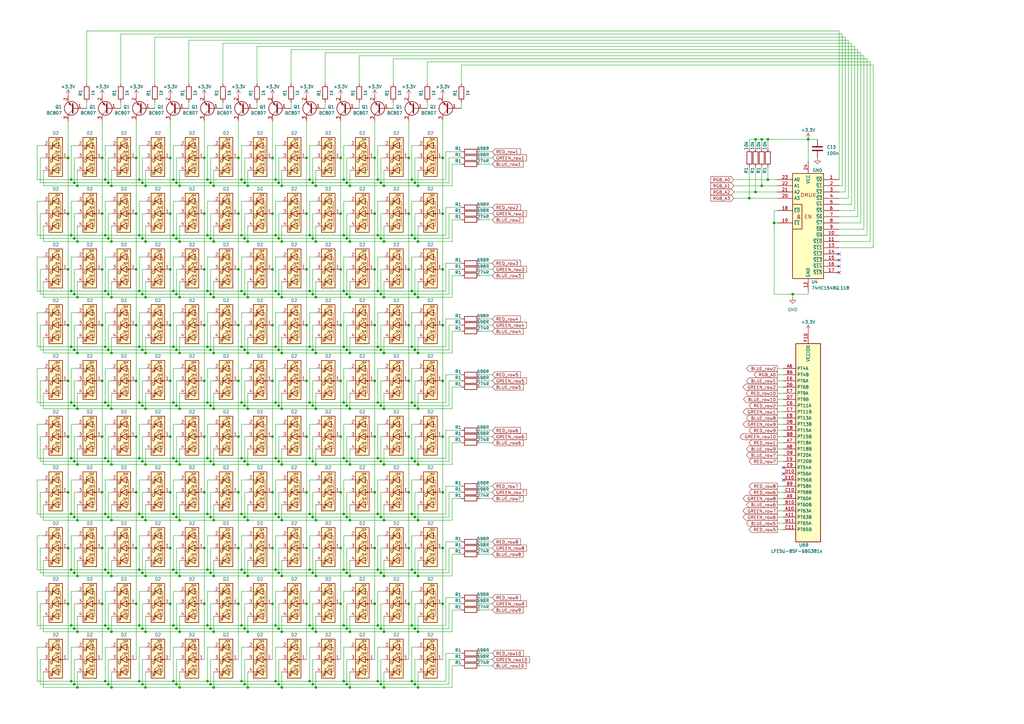
<source format=kicad_sch>
(kicad_sch (version 20230121) (generator eeschema)
  (paper "A3")
  (junction (at 69.85 64.77))
  (junction (at 170.18 120.65))
  (junction (at 55.88 247.65))
  (junction (at 101.6 259.08))
  (junction (at 59.69 99.06))
  (junction (at 181.61 247.65))
  (junction (at 127 96.52))
  (junction (at 44.45 74.93))
  (junction (at 168.91 119.38))
  (junction (at 85.09 256.54))
  (junction (at 113.03 142.24))
  (junction (at 111.76 201.93))
  (junction (at 114.3 97.79))
  (junction (at 27.94 224.79))
  (junction (at 30.48 97.79))
  (junction (at 41.91 133.35))
  (junction (at 86.36 120.65))
  (junction (at 100.33 189.23))
  (junction (at 55.88 110.49))
  (junction (at 87.63 236.22))
  (junction (at 168.91 210.82))
  (junction (at 57.15 96.52))
  (junction (at 59.69 190.5))
  (junction (at 154.94 165.1))
  (junction (at 83.82 247.65))
  (junction (at 73.66 76.2))
  (junction (at 87.63 121.92))
  (junction (at 27.94 201.93))
  (junction (at 59.69 236.22))
  (junction (at 171.45 281.94))
  (junction (at 154.94 279.4))
  (junction (at 114.3 280.67))
  (junction (at 71.12 119.38))
  (junction (at 170.18 257.81))
  (junction (at 87.63 76.2))
  (junction (at 139.7 64.77))
  (junction (at 45.72 121.92))
  (junction (at 168.91 279.4))
  (junction (at 29.21 279.4))
  (junction (at 97.79 110.49))
  (junction (at 69.85 247.65))
  (junction (at 170.18 97.79))
  (junction (at 312.42 76.2))
  (junction (at 154.94 73.66))
  (junction (at 127 256.54))
  (junction (at 100.33 143.51))
  (junction (at 309.88 78.74))
  (junction (at 140.97 73.66))
  (junction (at 157.48 121.92))
  (junction (at 128.27 143.51))
  (junction (at 111.76 133.35))
  (junction (at 59.69 121.92))
  (junction (at 83.82 87.63))
  (junction (at 167.64 247.65))
  (junction (at 57.15 142.24))
  (junction (at 83.82 156.21))
  (junction (at 58.42 143.51))
  (junction (at 167.64 133.35))
  (junction (at 115.57 121.92))
  (junction (at 99.06 256.54))
  (junction (at 72.39 257.81))
  (junction (at 156.21 120.65))
  (junction (at 128.27 234.95))
  (junction (at 43.18 96.52))
  (junction (at 140.97 256.54))
  (junction (at 29.21 187.96))
  (junction (at 113.03 233.68))
  (junction (at 114.3 189.23))
  (junction (at 171.45 213.36))
  (junction (at 29.21 73.66))
  (junction (at 181.61 64.77))
  (junction (at 57.15 256.54))
  (junction (at 87.63 259.08))
  (junction (at 27.94 179.07))
  (junction (at 83.82 179.07))
  (junction (at 58.42 97.79))
  (junction (at 59.69 281.94))
  (junction (at 101.6 190.5))
  (junction (at 87.63 281.94))
  (junction (at 113.03 73.66))
  (junction (at 111.76 110.49))
  (junction (at 154.94 96.52))
  (junction (at 69.85 156.21))
  (junction (at 156.21 97.79))
  (junction (at 128.27 120.65))
  (junction (at 111.76 156.21))
  (junction (at 143.51 236.22))
  (junction (at 114.3 166.37))
  (junction (at 128.27 212.09))
  (junction (at 57.15 119.38))
  (junction (at 59.69 167.64))
  (junction (at 143.51 213.36))
  (junction (at 125.73 247.65))
  (junction (at 43.18 142.24))
  (junction (at 111.76 64.77))
  (junction (at 55.88 156.21))
  (junction (at 140.97 233.68))
  (junction (at 41.91 179.07))
  (junction (at 127 279.4))
  (junction (at 153.67 87.63))
  (junction (at 86.36 280.67))
  (junction (at 171.45 76.2))
  (junction (at 86.36 74.93))
  (junction (at 72.39 234.95))
  (junction (at 86.36 234.95))
  (junction (at 142.24 97.79))
  (junction (at 181.61 133.35))
  (junction (at 44.45 120.65))
  (junction (at 127 142.24))
  (junction (at 167.64 110.49))
  (junction (at 156.21 234.95))
  (junction (at 113.03 187.96))
  (junction (at 168.91 233.68))
  (junction (at 99.06 96.52))
  (junction (at 43.18 279.4))
  (junction (at 44.45 143.51))
  (junction (at 99.06 279.4))
  (junction (at 127 233.68))
  (junction (at 139.7 110.49))
  (junction (at 111.76 179.07))
  (junction (at 57.15 165.1))
  (junction (at 72.39 74.93))
  (junction (at 59.69 259.08))
  (junction (at 128.27 74.93))
  (junction (at 101.6 76.2))
  (junction (at 73.66 213.36))
  (junction (at 57.15 233.68))
  (junction (at 31.75 167.64))
  (junction (at 168.91 96.52))
  (junction (at 43.18 256.54))
  (junction (at 170.18 143.51))
  (junction (at 114.3 74.93))
  (junction (at 129.54 144.78))
  (junction (at 43.18 73.66))
  (junction (at 157.48 76.2))
  (junction (at 83.82 64.77))
  (junction (at 153.67 247.65))
  (junction (at 143.51 167.64))
  (junction (at 43.18 210.82))
  (junction (at 30.48 120.65))
  (junction (at 73.66 121.92))
  (junction (at 71.12 96.52))
  (junction (at 114.3 143.51))
  (junction (at 153.67 64.77))
  (junction (at 139.7 179.07))
  (junction (at 168.91 187.96))
  (junction (at 129.54 213.36))
  (junction (at 157.48 190.5))
  (junction (at 113.03 119.38))
  (junction (at 58.42 120.65))
  (junction (at 29.21 119.38))
  (junction (at 99.06 187.96))
  (junction (at 156.21 166.37))
  (junction (at 41.91 156.21))
  (junction (at 83.82 224.79))
  (junction (at 129.54 190.5))
  (junction (at 140.97 210.82))
  (junction (at 156.21 189.23))
  (junction (at 57.15 210.82))
  (junction (at 314.96 57.15))
  (junction (at 157.48 144.78))
  (junction (at 125.73 201.93))
  (junction (at 72.39 280.67))
  (junction (at 101.6 281.94))
  (junction (at 69.85 201.93))
  (junction (at 31.75 281.94))
  (junction (at 127 210.82))
  (junction (at 128.27 97.79))
  (junction (at 125.73 87.63))
  (junction (at 45.72 281.94))
  (junction (at 153.67 224.79))
  (junction (at 69.85 179.07))
  (junction (at 181.61 201.93))
  (junction (at 45.72 144.78))
  (junction (at 154.94 233.68))
  (junction (at 181.61 224.79))
  (junction (at 140.97 96.52))
  (junction (at 41.91 64.77))
  (junction (at 87.63 213.36))
  (junction (at 44.45 97.79))
  (junction (at 58.42 74.93))
  (junction (at 171.45 259.08))
  (junction (at 83.82 133.35))
  (junction (at 45.72 167.64))
  (junction (at 97.79 224.79))
  (junction (at 128.27 189.23))
  (junction (at 44.45 257.81))
  (junction (at 69.85 110.49))
  (junction (at 127 165.1))
  (junction (at 114.3 212.09))
  (junction (at 30.48 212.09))
  (junction (at 72.39 143.51))
  (junction (at 142.24 234.95))
  (junction (at 58.42 280.67))
  (junction (at 85.09 119.38))
  (junction (at 154.94 210.82))
  (junction (at 72.39 212.09))
  (junction (at 97.79 133.35))
  (junction (at 85.09 187.96))
  (junction (at 45.72 259.08))
  (junction (at 153.67 156.21))
  (junction (at 97.79 201.93))
  (junction (at 309.88 57.15))
  (junction (at 30.48 74.93))
  (junction (at 72.39 166.37))
  (junction (at 41.91 110.49))
  (junction (at 31.75 144.78))
  (junction (at 129.54 167.64))
  (junction (at 115.57 259.08))
  (junction (at 157.48 281.94))
  (junction (at 181.61 156.21))
  (junction (at 99.06 210.82))
  (junction (at 97.79 64.77))
  (junction (at 127 119.38))
  (junction (at 181.61 110.49))
  (junction (at 113.03 96.52))
  (junction (at 125.73 64.77))
  (junction (at 143.51 121.92))
  (junction (at 30.48 234.95))
  (junction (at 44.45 189.23))
  (junction (at 115.57 144.78))
  (junction (at 139.7 87.63))
  (junction (at 167.64 87.63))
  (junction (at 143.51 144.78))
  (junction (at 114.3 120.65))
  (junction (at 99.06 119.38))
  (junction (at 73.66 144.78))
  (junction (at 45.72 99.06))
  (junction (at 86.36 257.81))
  (junction (at 83.82 110.49))
  (junction (at 87.63 190.5))
  (junction (at 140.97 165.1))
  (junction (at 59.69 213.36))
  (junction (at 101.6 99.06))
  (junction (at 142.24 120.65))
  (junction (at 154.94 256.54))
  (junction (at 97.79 87.63))
  (junction (at 29.21 233.68))
  (junction (at 99.06 142.24))
  (junction (at 87.63 144.78))
  (junction (at 171.45 236.22))
  (junction (at 140.97 142.24))
  (junction (at 153.67 201.93))
  (junction (at 59.69 76.2))
  (junction (at 170.18 74.93))
  (junction (at 140.97 187.96))
  (junction (at 181.61 87.63))
  (junction (at 114.3 234.95))
  (junction (at 156.21 257.81))
  (junction (at 307.34 81.28))
  (junction (at 44.45 234.95))
  (junction (at 113.03 279.4))
  (junction (at 125.73 156.21))
  (junction (at 170.18 280.67))
  (junction (at 72.39 189.23))
  (junction (at 58.42 234.95))
  (junction (at 153.67 133.35))
  (junction (at 45.72 213.36))
  (junction (at 111.76 247.65))
  (junction (at 31.75 213.36))
  (junction (at 143.51 190.5))
  (junction (at 143.51 281.94))
  (junction (at 27.94 247.65))
  (junction (at 113.03 210.82))
  (junction (at 27.94 110.49))
  (junction (at 85.09 210.82))
  (junction (at 167.64 201.93))
  (junction (at 31.75 259.08))
  (junction (at 125.73 110.49))
  (junction (at 157.48 213.36))
  (junction (at 85.09 233.68))
  (junction (at 101.6 213.36))
  (junction (at 30.48 257.81))
  (junction (at 154.94 119.38))
  (junction (at 142.24 143.51))
  (junction (at 129.54 121.92))
  (junction (at 43.18 187.96))
  (junction (at 31.75 76.2))
  (junction (at 71.12 187.96))
  (junction (at 125.73 179.07))
  (junction (at 170.18 189.23))
  (junction (at 170.18 166.37))
  (junction (at 312.42 57.15))
  (junction (at 139.7 247.65))
  (junction (at 139.7 224.79))
  (junction (at 41.91 247.65))
  (junction (at 71.12 279.4))
  (junction (at 153.67 110.49))
  (junction (at 168.91 256.54))
  (junction (at 45.72 236.22))
  (junction (at 167.64 156.21))
  (junction (at 73.66 236.22))
  (junction (at 29.21 96.52))
  (junction (at 129.54 76.2))
  (junction (at 86.36 189.23))
  (junction (at 156.21 143.51))
  (junction (at 129.54 236.22))
  (junction (at 142.24 166.37))
  (junction (at 128.27 280.67))
  (junction (at 170.18 212.09))
  (junction (at 331.47 57.15))
  (junction (at 142.24 189.23))
  (junction (at 69.85 224.79))
  (junction (at 142.24 280.67))
  (junction (at 140.97 279.4))
  (junction (at 29.21 142.24))
  (junction (at 115.57 99.06))
  (junction (at 142.24 257.81))
  (junction (at 168.91 142.24))
  (junction (at 55.88 179.07))
  (junction (at 115.57 167.64))
  (junction (at 171.45 190.5))
  (junction (at 57.15 279.4))
  (junction (at 43.18 165.1))
  (junction (at 143.51 76.2))
  (junction (at 85.09 142.24))
  (junction (at 128.27 166.37))
  (junction (at 41.91 224.79))
  (junction (at 30.48 143.51))
  (junction (at 157.48 99.06))
  (junction (at 314.96 73.66))
  (junction (at 72.39 120.65))
  (junction (at 29.21 165.1))
  (junction (at 71.12 73.66))
  (junction (at 31.75 236.22))
  (junction (at 127 187.96))
  (junction (at 101.6 236.22))
  (junction (at 143.51 99.06))
  (junction (at 71.12 142.24))
  (junction (at 73.66 259.08))
  (junction (at 317.5 91.44))
  (junction (at 153.67 179.07))
  (junction (at 154.94 187.96))
  (junction (at 125.73 133.35))
  (junction (at 86.36 212.09))
  (junction (at 129.54 281.94))
  (junction (at 115.57 236.22))
  (junction (at 100.33 97.79))
  (junction (at 168.91 73.66))
  (junction (at 100.33 166.37))
  (junction (at 27.94 133.35))
  (junction (at 43.18 233.68))
  (junction (at 44.45 212.09))
  (junction (at 115.57 190.5))
  (junction (at 168.91 165.1))
  (junction (at 113.03 165.1))
  (junction (at 87.63 167.64))
  (junction (at 128.27 257.81))
  (junction (at 167.64 64.77))
  (junction (at 41.91 201.93))
  (junction (at 27.94 156.21))
  (junction (at 43.18 119.38))
  (junction (at 85.09 96.52))
  (junction (at 55.88 64.77))
  (junction (at 140.97 119.38))
  (junction (at 55.88 224.79))
  (junction (at 99.06 233.68))
  (junction (at 97.79 156.21))
  (junction (at 114.3 257.81))
  (junction (at 100.33 257.81))
  (junction (at 111.76 87.63))
  (junction (at 325.12 120.65))
  (junction (at 69.85 133.35))
  (junction (at 97.79 179.07))
  (junction (at 45.72 76.2))
  (junction (at 181.61 179.07))
  (junction (at 30.48 189.23))
  (junction (at 44.45 280.67))
  (junction (at 58.42 166.37))
  (junction (at 29.21 210.82))
  (junction (at 31.75 190.5))
  (junction (at 27.94 87.63))
  (junction (at 111.76 224.79))
  (junction (at 125.73 224.79))
  (junction (at 129.54 99.06))
  (junction (at 58.42 257.81))
  (junction (at 113.03 256.54))
  (junction (at 73.66 281.94))
  (junction (at 71.12 233.68))
  (junction (at 71.12 256.54))
  (junction (at 127 73.66))
  (junction (at 100.33 120.65))
  (junction (at 31.75 121.92))
  (junction (at 72.39 97.79))
  (junction (at 86.36 97.79))
  (junction (at 27.94 64.77))
  (junction (at 167.64 179.07))
  (junction (at 30.48 166.37))
  (junction (at 156.21 212.09))
  (junction (at 101.6 167.64))
  (junction (at 100.33 212.09))
  (junction (at 101.6 121.92))
  (junction (at 143.51 259.08))
  (junction (at 57.15 187.96))
  (junction (at 156.21 74.93))
  (junction (at 99.06 73.66))
  (junction (at 154.94 142.24))
  (junction (at 157.48 167.64))
  (junction (at 85.09 279.4))
  (junction (at 73.66 167.64))
  (junction (at 87.63 99.06))
  (junction (at 129.54 259.08))
  (junction (at 115.57 76.2))
  (junction (at 139.7 156.21))
  (junction (at 157.48 259.08))
  (junction (at 58.42 212.09))
  (junction (at 171.45 121.92))
  (junction (at 100.33 74.93))
  (junction (at 31.75 99.06))
  (junction (at 55.88 87.63))
  (junction (at 73.66 190.5))
  (junction (at 71.12 165.1))
  (junction (at 57.15 73.66))
  (junction (at 139.7 201.93))
  (junction (at 41.91 87.63))
  (junction (at 69.85 87.63))
  (junction (at 142.24 74.93))
  (junction (at 59.69 144.78))
  (junction (at 101.6 144.78))
  (junction (at 86.36 143.51))
  (junction (at 170.18 234.95))
  (junction (at 97.79 247.65))
  (junction (at 30.48 280.67))
  (junction (at 142.24 212.09))
  (junction (at 171.45 144.78))
  (junction (at 171.45 167.64))
  (junction (at 55.88 201.93))
  (junction (at 85.09 165.1))
  (junction (at 99.06 165.1))
  (junction (at 29.21 256.54))
  (junction (at 45.72 190.5))
  (junction (at 167.64 224.79))
  (junction (at 157.48 236.22))
  (junction (at 58.42 189.23))
  (junction (at 55.88 133.35))
  (junction (at 115.57 281.94))
  (junction (at 83.82 201.93))
  (junction (at 100.33 280.67))
  (junction (at 156.21 280.67))
  (junction (at 115.57 213.36))
  (junction (at 44.45 166.37))
  (junction (at 171.45 99.06))
  (junction (at 85.09 73.66))
  (junction (at 139.7 133.35))
  (junction (at 100.33 234.95))
  (junction (at 73.66 99.06))
  (junction (at 86.36 166.37))
  (junction (at 71.12 210.82))
  (no_connect (at 321.31 196.85))
  (no_connect (at 344.17 109.22))
  (no_connect (at 344.17 104.14))
  (no_connect (at 321.31 194.31))
  (no_connect (at 344.17 106.68))
  (no_connect (at 321.31 191.77))
  (no_connect (at 344.17 111.76))
  (wire (pts (xy 85.09 187.96) (xy 99.06 187.96)))
  (wire (pts (xy 128.27 257.81) (xy 142.24 257.81)))
  (wire (pts (xy 73.66 265.43) (xy 71.12 265.43)))
  (wire (pts (xy 157.48 115.57) (xy 157.48 121.92)))
  (wire (pts (xy 196.85 247.65) (xy 201.93 247.65)))
  (wire (pts (xy 45.72 128.27) (xy 43.18 128.27)))
  (wire (pts (xy 99.06 187.96) (xy 113.03 187.96)))
  (wire (pts (xy 59.69 87.63) (xy 58.42 87.63)))
  (wire (pts (xy 57.15 119.38) (xy 71.12 119.38)))
  (wire (pts (xy 143.51 236.22) (xy 157.48 236.22)))
  (wire (pts (xy 189.23 201.93) (xy 184.15 201.93)))
  (wire (pts (xy 129.54 92.71) (xy 129.54 99.06)))
  (wire (pts (xy 171.45 184.15) (xy 171.45 190.5)))
  (wire (pts (xy 87.63 121.92) (xy 101.6 121.92)))
  (wire (pts (xy 17.78 219.71) (xy 15.24 219.71)))
  (wire (pts (xy 87.63 179.07) (xy 86.36 179.07)))
  (wire (pts (xy 72.39 74.93) (xy 86.36 74.93)))
  (wire (pts (xy 318.77 186.69) (xy 321.31 186.69)))
  (wire (pts (xy 167.64 49.53) (xy 167.64 64.77)))
  (wire (pts (xy 312.42 60.96) (xy 312.42 57.15)))
  (wire (pts (xy 143.51 196.85) (xy 140.97 196.85)))
  (wire (pts (xy 143.51 275.59) (xy 143.51 281.94)))
  (wire (pts (xy 143.51 151.13) (xy 140.97 151.13)))
  (wire (pts (xy 87.63 270.51) (xy 86.36 270.51)))
  (wire (pts (xy 113.03 142.24) (xy 127 142.24)))
  (wire (pts (xy 125.73 49.53) (xy 125.73 64.77)))
  (wire (pts (xy 157.48 184.15) (xy 157.48 190.5)))
  (wire (pts (xy 196.85 204.47) (xy 201.93 204.47)))
  (wire (pts (xy 73.66 229.87) (xy 73.66 236.22)))
  (wire (pts (xy 113.03 265.43) (xy 113.03 279.4)))
  (wire (pts (xy 85.09 173.99) (xy 85.09 187.96)))
  (wire (pts (xy 100.33 110.49) (xy 100.33 120.65)))
  (wire (pts (xy 59.69 110.49) (xy 58.42 110.49)))
  (wire (pts (xy 45.72 92.71) (xy 45.72 99.06)))
  (wire (pts (xy 170.18 201.93) (xy 170.18 212.09)))
  (wire (pts (xy 85.09 265.43) (xy 85.09 279.4)))
  (wire (pts (xy 30.48 280.67) (xy 44.45 280.67)))
  (wire (pts (xy 45.72 252.73) (xy 45.72 259.08)))
  (wire (pts (xy 185.42 181.61) (xy 185.42 190.5)))
  (wire (pts (xy 17.78 99.06) (xy 31.75 99.06)))
  (wire (pts (xy 170.18 212.09) (xy 184.15 212.09)))
  (wire (pts (xy 73.66 92.71) (xy 73.66 99.06)))
  (wire (pts (xy 196.85 113.03) (xy 201.93 113.03)))
  (wire (pts (xy 140.97 256.54) (xy 154.94 256.54)))
  (wire (pts (xy 58.42 270.51) (xy 58.42 280.67)))
  (wire (pts (xy 181.61 87.63) (xy 181.61 110.49)))
  (wire (pts (xy 101.6 270.51) (xy 100.33 270.51)))
  (wire (pts (xy 16.51 166.37) (xy 30.48 166.37)))
  (wire (pts (xy 156.21 97.79) (xy 170.18 97.79)))
  (wire (pts (xy 154.94 128.27) (xy 154.94 142.24)))
  (wire (pts (xy 73.66 128.27) (xy 71.12 128.27)))
  (wire (pts (xy 59.69 184.15) (xy 59.69 190.5)))
  (wire (pts (xy 143.51 270.51) (xy 142.24 270.51)))
  (wire (pts (xy 71.12 256.54) (xy 85.09 256.54)))
  (wire (pts (xy 87.63 252.73) (xy 87.63 259.08)))
  (wire (pts (xy 87.63 247.65) (xy 86.36 247.65)))
  (wire (pts (xy 30.48 270.51) (xy 30.48 280.67)))
  (wire (pts (xy 115.57 196.85) (xy 113.03 196.85)))
  (wire (pts (xy 189.23 250.19) (xy 185.42 250.19)))
  (wire (pts (xy 16.51 280.67) (xy 30.48 280.67)))
  (wire (pts (xy 55.88 87.63) (xy 55.88 110.49)))
  (wire (pts (xy 77.47 16.51) (xy 347.98 16.51)))
  (wire (pts (xy 16.51 224.79) (xy 16.51 234.95)))
  (wire (pts (xy 100.33 280.67) (xy 114.3 280.67)))
  (wire (pts (xy 157.48 156.21) (xy 156.21 156.21)))
  (wire (pts (xy 72.39 189.23) (xy 86.36 189.23)))
  (wire (pts (xy 307.34 57.15) (xy 309.88 57.15)))
  (wire (pts (xy 73.66 144.78) (xy 87.63 144.78)))
  (wire (pts (xy 55.88 49.53) (xy 55.88 64.77)))
  (wire (pts (xy 59.69 128.27) (xy 57.15 128.27)))
  (wire (pts (xy 168.91 173.99) (xy 168.91 187.96)))
  (wire (pts (xy 31.75 229.87) (xy 31.75 236.22)))
  (wire (pts (xy 45.72 121.92) (xy 59.69 121.92)))
  (wire (pts (xy 31.75 133.35) (xy 30.48 133.35)))
  (wire (pts (xy 100.33 201.93) (xy 100.33 212.09)))
  (wire (pts (xy 73.66 133.35) (xy 72.39 133.35)))
  (wire (pts (xy 30.48 64.77) (xy 30.48 74.93)))
  (wire (pts (xy 115.57 270.51) (xy 114.3 270.51)))
  (wire (pts (xy 101.6 236.22) (xy 115.57 236.22)))
  (wire (pts (xy 100.33 74.93) (xy 114.3 74.93)))
  (wire (pts (xy 49.53 41.91) (xy 49.53 44.45)))
  (wire (pts (xy 85.09 59.69) (xy 85.09 73.66)))
  (wire (pts (xy 30.48 87.63) (xy 30.48 97.79)))
  (wire (pts (xy 157.48 110.49) (xy 156.21 110.49)))
  (wire (pts (xy 58.42 156.21) (xy 58.42 166.37)))
  (wire (pts (xy 100.33 64.77) (xy 100.33 74.93)))
  (wire (pts (xy 31.75 213.36) (xy 45.72 213.36)))
  (wire (pts (xy 127 219.71) (xy 127 233.68)))
  (wire (pts (xy 129.54 59.69) (xy 127 59.69)))
  (wire (pts (xy 128.27 110.49) (xy 128.27 120.65)))
  (wire (pts (xy 101.6 133.35) (xy 100.33 133.35)))
  (wire (pts (xy 346.71 78.74) (xy 346.71 15.24)))
  (wire (pts (xy 45.72 138.43) (xy 45.72 144.78)))
  (wire (pts (xy 71.12 210.82) (xy 85.09 210.82)))
  (wire (pts (xy 125.73 156.21) (xy 125.73 179.07)))
  (wire (pts (xy 73.66 281.94) (xy 87.63 281.94)))
  (wire (pts (xy 91.44 17.78) (xy 91.44 34.29)))
  (wire (pts (xy 101.6 207.01) (xy 101.6 213.36)))
  (wire (pts (xy 171.45 219.71) (xy 168.91 219.71)))
  (wire (pts (xy 55.88 179.07) (xy 55.88 201.93)))
  (wire (pts (xy 58.42 97.79) (xy 72.39 97.79)))
  (wire (pts (xy 156.21 212.09) (xy 170.18 212.09)))
  (wire (pts (xy 127 59.69) (xy 127 73.66)))
  (wire (pts (xy 354.33 22.86) (xy 147.32 22.86)))
  (wire (pts (xy 59.69 247.65) (xy 58.42 247.65)))
  (wire (pts (xy 168.91 82.55) (xy 168.91 96.52)))
  (wire (pts (xy 71.12 233.68) (xy 85.09 233.68)))
  (wire (pts (xy 167.64 110.49) (xy 167.64 133.35)))
  (wire (pts (xy 72.39 280.67) (xy 86.36 280.67)))
  (wire (pts (xy 129.54 196.85) (xy 127 196.85)))
  (wire (pts (xy 29.21 196.85) (xy 29.21 210.82)))
  (wire (pts (xy 73.66 99.06) (xy 87.63 99.06)))
  (wire (pts (xy 156.21 120.65) (xy 170.18 120.65)))
  (wire (pts (xy 69.85 201.93) (xy 69.85 224.79)))
  (wire (pts (xy 300.99 78.74) (xy 309.88 78.74)))
  (wire (pts (xy 85.09 119.38) (xy 99.06 119.38)))
  (wire (pts (xy 128.27 247.65) (xy 128.27 257.81)))
  (wire (pts (xy 143.51 110.49) (xy 142.24 110.49)))
  (wire (pts (xy 69.85 87.63) (xy 69.85 110.49)))
  (wire (pts (xy 143.51 247.65) (xy 142.24 247.65)))
  (wire (pts (xy 57.15 151.13) (xy 57.15 165.1)))
  (wire (pts (xy 353.06 21.59) (xy 353.06 91.44)))
  (wire (pts (xy 17.78 252.73) (xy 17.78 259.08)))
  (wire (pts (xy 30.48 120.65) (xy 44.45 120.65)))
  (wire (pts (xy 196.85 153.67) (xy 201.93 153.67)))
  (wire (pts (xy 127 265.43) (xy 127 279.4)))
  (wire (pts (xy 87.63 242.57) (xy 85.09 242.57)))
  (wire (pts (xy 111.76 110.49) (xy 111.76 133.35)))
  (wire (pts (xy 168.91 233.68) (xy 182.88 233.68)))
  (wire (pts (xy 85.09 165.1) (xy 99.06 165.1)))
  (wire (pts (xy 140.97 265.43) (xy 140.97 279.4)))
  (wire (pts (xy 57.15 210.82) (xy 71.12 210.82)))
  (wire (pts (xy 101.6 92.71) (xy 101.6 99.06)))
  (wire (pts (xy 45.72 259.08) (xy 59.69 259.08)))
  (wire (pts (xy 143.51 92.71) (xy 143.51 99.06)))
  (wire (pts (xy 157.48 179.07) (xy 156.21 179.07)))
  (wire (pts (xy 44.45 234.95) (xy 58.42 234.95)))
  (wire (pts (xy 114.3 120.65) (xy 128.27 120.65)))
  (wire (pts (xy 115.57 190.5) (xy 129.54 190.5)))
  (wire (pts (xy 17.78 281.94) (xy 31.75 281.94)))
  (wire (pts (xy 143.51 229.87) (xy 143.51 236.22)))
  (wire (pts (xy 97.79 87.63) (xy 97.79 110.49)))
  (wire (pts (xy 171.45 59.69) (xy 168.91 59.69)))
  (wire (pts (xy 15.24 256.54) (xy 29.21 256.54)))
  (wire (pts (xy 43.18 187.96) (xy 57.15 187.96)))
  (wire (pts (xy 73.66 110.49) (xy 72.39 110.49)))
  (wire (pts (xy 59.69 76.2) (xy 73.66 76.2)))
  (wire (pts (xy 115.57 161.29) (xy 115.57 167.64)))
  (wire (pts (xy 349.25 17.78) (xy 91.44 17.78)))
  (wire (pts (xy 157.48 236.22) (xy 171.45 236.22)))
  (wire (pts (xy 73.66 151.13) (xy 71.12 151.13)))
  (wire (pts (xy 17.78 229.87) (xy 17.78 236.22)))
  (wire (pts (xy 55.88 156.21) (xy 55.88 179.07)))
  (wire (pts (xy 157.48 92.71) (xy 157.48 99.06)))
  (wire (pts (xy 71.12 119.38) (xy 85.09 119.38)))
  (wire (pts (xy 185.42 76.2) (xy 171.45 76.2)))
  (wire (pts (xy 105.41 19.05) (xy 350.52 19.05)))
  (wire (pts (xy 185.42 158.75) (xy 185.42 167.64)))
  (wire (pts (xy 115.57 259.08) (xy 129.54 259.08)))
  (wire (pts (xy 128.27 224.79) (xy 128.27 234.95)))
  (wire (pts (xy 143.51 259.08) (xy 157.48 259.08)))
  (wire (pts (xy 87.63 99.06) (xy 101.6 99.06)))
  (wire (pts (xy 113.03 187.96) (xy 127 187.96)))
  (wire (pts (xy 44.45 270.51) (xy 44.45 280.67)))
  (wire (pts (xy 115.57 275.59) (xy 115.57 281.94)))
  (wire (pts (xy 15.24 142.24) (xy 29.21 142.24)))
  (wire (pts (xy 85.09 96.52) (xy 99.06 96.52)))
  (wire (pts (xy 16.51 257.81) (xy 30.48 257.81)))
  (wire (pts (xy 170.18 64.77) (xy 170.18 74.93)))
  (wire (pts (xy 100.33 120.65) (xy 114.3 120.65)))
  (wire (pts (xy 115.57 99.06) (xy 129.54 99.06)))
  (wire (pts (xy 100.33 156.21) (xy 100.33 166.37)))
  (wire (pts (xy 142.24 189.23) (xy 156.21 189.23)))
  (wire (pts (xy 127 96.52) (xy 140.97 96.52)))
  (wire (pts (xy 128.27 156.21) (xy 128.27 166.37)))
  (wire (pts (xy 73.66 242.57) (xy 71.12 242.57)))
  (wire (pts (xy 154.94 59.69) (xy 154.94 73.66)))
  (wire (pts (xy 87.63 59.69) (xy 85.09 59.69)))
  (wire (pts (xy 142.24 247.65) (xy 142.24 257.81)))
  (wire (pts (xy 317.5 86.36) (xy 318.77 86.36)))
  (wire (pts (xy 114.3 224.79) (xy 114.3 234.95)))
  (wire (pts (xy 41.91 87.63) (xy 41.91 64.77)))
  (wire (pts (xy 129.54 76.2) (xy 143.51 76.2)))
  (wire (pts (xy 58.42 87.63) (xy 58.42 97.79)))
  (wire (pts (xy 129.54 99.06) (xy 143.51 99.06)))
  (wire (pts (xy 44.45 64.77) (xy 44.45 74.93)))
  (wire (pts (xy 143.51 224.79) (xy 142.24 224.79)))
  (wire (pts (xy 45.72 184.15) (xy 45.72 190.5)))
  (wire (pts (xy 45.72 201.93) (xy 44.45 201.93)))
  (wire (pts (xy 355.6 24.13) (xy 355.6 96.52)))
  (wire (pts (xy 17.78 151.13) (xy 15.24 151.13)))
  (wire (pts (xy 156.21 247.65) (xy 156.21 257.81)))
  (wire (pts (xy 189.23 247.65) (xy 184.15 247.65)))
  (wire (pts (xy 157.48 252.73) (xy 157.48 259.08)))
  (wire (pts (xy 184.15 87.63) (xy 184.15 97.79)))
  (wire (pts (xy 140.97 219.71) (xy 140.97 233.68)))
  (wire (pts (xy 139.7 179.07) (xy 139.7 201.93)))
  (wire (pts (xy 44.45 166.37) (xy 58.42 166.37)))
  (wire (pts (xy 128.27 280.67) (xy 142.24 280.67)))
  (wire (pts (xy 57.15 265.43) (xy 57.15 279.4)))
  (wire (pts (xy 133.35 21.59) (xy 353.06 21.59)))
  (wire (pts (xy 171.45 110.49) (xy 170.18 110.49)))
  (wire (pts (xy 143.51 59.69) (xy 140.97 59.69)))
  (wire (pts (xy 127 105.41) (xy 127 119.38)))
  (wire (pts (xy 17.78 133.35) (xy 16.51 133.35)))
  (wire (pts (xy 101.6 76.2) (xy 115.57 76.2)))
  (wire (pts (xy 71.12 59.69) (xy 71.12 73.66)))
  (wire (pts (xy 129.54 207.01) (xy 129.54 213.36)))
  (wire (pts (xy 128.27 212.09) (xy 142.24 212.09)))
  (wire (pts (xy 17.78 173.99) (xy 15.24 173.99)))
  (wire (pts (xy 69.85 247.65) (xy 69.85 270.51)))
  (wire (pts (xy 171.45 151.13) (xy 168.91 151.13)))
  (wire (pts (xy 29.21 96.52) (xy 43.18 96.52)))
  (wire (pts (xy 143.51 219.71) (xy 140.97 219.71)))
  (wire (pts (xy 73.66 105.41) (xy 71.12 105.41)))
  (wire (pts (xy 17.78 242.57) (xy 15.24 242.57)))
  (wire (pts (xy 86.36 201.93) (xy 86.36 212.09)))
  (wire (pts (xy 154.94 279.4) (xy 168.91 279.4)))
  (wire (pts (xy 143.51 190.5) (xy 157.48 190.5)))
  (wire (pts (xy 142.24 201.93) (xy 142.24 212.09)))
  (wire (pts (xy 127 82.55) (xy 127 96.52)))
  (wire (pts (xy 43.18 219.71) (xy 43.18 233.68)))
  (wire (pts (xy 153.67 247.65) (xy 153.67 270.51)))
  (wire (pts (xy 140.97 59.69) (xy 140.97 73.66)))
  (wire (pts (xy 168.91 105.41) (xy 168.91 119.38)))
  (wire (pts (xy 45.72 265.43) (xy 43.18 265.43)))
  (wire (pts (xy 31.75 224.79) (xy 30.48 224.79)))
  (wire (pts (xy 59.69 196.85) (xy 57.15 196.85)))
  (wire (pts (xy 170.18 270.51) (xy 170.18 280.67)))
  (wire (pts (xy 57.15 165.1) (xy 71.12 165.1)))
  (wire (pts (xy 153.67 201.93) (xy 153.67 224.79)))
  (wire (pts (xy 189.23 224.79) (xy 184.15 224.79)))
  (wire (pts (xy 101.6 179.07) (xy 100.33 179.07)))
  (wire (pts (xy 147.32 41.91) (xy 147.32 44.45)))
  (wire (pts (xy 140.97 73.66) (xy 154.94 73.66)))
  (wire (pts (xy 43.18 279.4) (xy 57.15 279.4)))
  (wire (pts (xy 182.88 199.39) (xy 182.88 210.82)))
  (wire (pts (xy 69.85 224.79) (xy 69.85 247.65)))
  (wire (pts (xy 185.42 113.03) (xy 185.42 121.92)))
  (wire (pts (xy 129.54 213.36) (xy 143.51 213.36)))
  (wire (pts (xy 101.6 259.08) (xy 115.57 259.08)))
  (wire (pts (xy 154.94 196.85) (xy 154.94 210.82)))
  (wire (pts (xy 30.48 179.07) (xy 30.48 189.23)))
  (wire (pts (xy 73.66 121.92) (xy 87.63 121.92)))
  (wire (pts (xy 15.24 233.68) (xy 29.21 233.68)))
  (wire (pts (xy 154.94 96.52) (xy 168.91 96.52)))
  (wire (pts (xy 15.24 242.57) (xy 15.24 256.54)))
  (wire (pts (xy 15.24 219.71) (xy 15.24 233.68)))
  (wire (pts (xy 189.23 267.97) (xy 182.88 267.97)))
  (wire (pts (xy 181.61 49.53) (xy 181.61 64.77)))
  (wire (pts (xy 185.42 273.05) (xy 185.42 281.94)))
  (wire (pts (xy 314.96 57.15) (xy 314.96 60.96)))
  (wire (pts (xy 140.97 105.41) (xy 140.97 119.38)))
  (wire (pts (xy 140.97 151.13) (xy 140.97 165.1)))
  (wire (pts (xy 58.42 224.79) (xy 58.42 234.95)))
  (wire (pts (xy 142.24 74.93) (xy 156.21 74.93)))
  (wire (pts (xy 154.94 105.41) (xy 154.94 119.38)))
  (wire (pts (xy 31.75 196.85) (xy 29.21 196.85)))
  (wire (pts (xy 143.51 281.94) (xy 157.48 281.94)))
  (wire (pts (xy 318.77 189.23) (xy 321.31 189.23)))
  (wire (pts (xy 16.51 156.21) (xy 16.51 166.37)))
  (wire (pts (xy 87.63 167.64) (xy 101.6 167.64)))
  (wire (pts (xy 86.36 87.63) (xy 86.36 97.79)))
  (wire (pts (xy 161.29 34.29) (xy 161.29 24.13)))
  (wire (pts (xy 353.06 91.44) (xy 344.17 91.44)))
  (wire (pts (xy 129.54 69.85) (xy 129.54 76.2)))
  (wire (pts (xy 73.66 179.07) (xy 72.39 179.07)))
  (wire (pts (xy 87.63 69.85) (xy 87.63 76.2)))
  (wire (pts (xy 312.42 68.58) (xy 312.42 76.2)))
  (wire (pts (xy 99.06 265.43) (xy 99.06 279.4)))
  (wire (pts (xy 16.51 87.63) (xy 16.51 97.79)))
  (wire (pts (xy 85.09 128.27) (xy 85.09 142.24)))
  (wire (pts (xy 129.54 201.93) (xy 128.27 201.93)))
  (wire (pts (xy 31.75 138.43) (xy 31.75 144.78)))
  (wire (pts (xy 100.33 257.81) (xy 114.3 257.81)))
  (wire (pts (xy 114.3 133.35) (xy 114.3 143.51)))
  (wire (pts (xy 83.82 133.35) (xy 83.82 156.21)))
  (wire (pts (xy 101.6 110.49) (xy 100.33 110.49)))
  (wire (pts (xy 45.72 247.65) (xy 44.45 247.65)))
  (wire (pts (xy 115.57 121.92) (xy 129.54 121.92)))
  (wire (pts (xy 86.36 110.49) (xy 86.36 120.65)))
  (wire (pts (xy 127 142.24) (xy 140.97 142.24)))
  (wire (pts (xy 355.6 96.52) (xy 344.17 96.52)))
  (wire (pts (xy 115.57 173.99) (xy 113.03 173.99)))
  (wire (pts (xy 115.57 133.35) (xy 114.3 133.35)))
  (wire (pts (xy 129.54 270.51) (xy 128.27 270.51)))
  (wire (pts (xy 153.67 179.07) (xy 153.67 201.93)))
  (wire (pts (xy 71.12 105.41) (xy 71.12 119.38)))
  (wire (pts (xy 45.72 207.01) (xy 45.72 213.36)))
  (wire (pts (xy 31.75 242.57) (xy 29.21 242.57)))
  (wire (pts (xy 58.42 74.93) (xy 72.39 74.93)))
  (wire (pts (xy 181.61 179.07) (xy 181.61 201.93)))
  (wire (pts (xy 185.42 121.92) (xy 171.45 121.92)))
  (wire (pts (xy 17.78 59.69) (xy 15.24 59.69)))
  (wire (pts (xy 45.72 167.64) (xy 59.69 167.64)))
  (wire (pts (xy 113.03 82.55) (xy 113.03 96.52)))
  (wire (pts (xy 171.45 196.85) (xy 168.91 196.85)))
  (wire (pts (xy 31.75 184.15) (xy 31.75 190.5)))
  (wire (pts (xy 115.57 110.49) (xy 114.3 110.49)))
  (wire (pts (xy 41.91 270.51) (xy 41.91 247.65)))
  (wire (pts (xy 72.39 179.07) (xy 72.39 189.23)))
  (wire (pts (xy 154.94 165.1) (xy 168.91 165.1)))
  (wire (pts (xy 30.48 143.51) (xy 44.45 143.51)))
  (wire (pts (xy 119.38 41.91) (xy 119.38 44.45)))
  (wire (pts (xy 142.24 280.67) (xy 156.21 280.67)))
  (wire (pts (xy 16.51 212.09) (xy 30.48 212.09)))
  (wire (pts (xy 318.77 179.07) (xy 321.31 179.07)))
  (wire (pts (xy 143.51 69.85) (xy 143.51 76.2)))
  (wire (pts (xy 59.69 133.35) (xy 58.42 133.35)))
  (wire (pts (xy 27.94 179.07) (xy 27.94 201.93)))
  (wire (pts (xy 115.57 213.36) (xy 129.54 213.36)))
  (wire (pts (xy 167.64 87.63) (xy 167.64 110.49)))
  (wire (pts (xy 318.77 201.93) (xy 321.31 201.93)))
  (wire (pts (xy 331.47 120.65) (xy 325.12 120.65)))
  (wire (pts (xy 44.45 280.67) (xy 58.42 280.67)))
  (wire (pts (xy 129.54 105.41) (xy 127 105.41)))
  (wire (pts (xy 189.23 87.63) (xy 184.15 87.63)))
  (wire (pts (xy 59.69 236.22) (xy 73.66 236.22)))
  (wire (pts (xy 17.78 138.43) (xy 17.78 144.78)))
  (wire (pts (xy 16.51 270.51) (xy 16.51 280.67)))
  (wire (pts (xy 171.45 115.57) (xy 171.45 121.92)))
  (wire (pts (xy 58.42 247.65) (xy 58.42 257.81)))
  (wire (pts (xy 142.24 97.79) (xy 156.21 97.79)))
  (wire (pts (xy 69.85 110.49) (xy 69.85 133.35)))
  (wire (pts (xy 143.51 144.78) (xy 157.48 144.78)))
  (wire (pts (xy 157.48 265.43) (xy 154.94 265.43)))
  (wire (pts (xy 157.48 87.63) (xy 156.21 87.63)))
  (wire (pts (xy 99.06 82.55) (xy 99.06 96.52)))
  (wire (pts (xy 72.39 234.95) (xy 86.36 234.95)))
  (wire (pts (xy 156.21 133.35) (xy 156.21 143.51)))
  (wire (pts (xy 72.39 270.51) (xy 72.39 280.67)))
  (wire (pts (xy 77.47 41.91) (xy 77.47 44.45)))
  (wire (pts (xy 350.52 86.36) (xy 344.17 86.36)))
  (wire (pts (xy 157.48 105.41) (xy 154.94 105.41)))
  (wire (pts (xy 97.79 133.35) (xy 97.79 156.21)))
  (wire (pts (xy 43.18 210.82) (xy 57.15 210.82)))
  (wire (pts (xy 59.69 281.94) (xy 73.66 281.94)))
  (wire (pts (xy 72.39 87.63) (xy 72.39 97.79)))
  (wire (pts (xy 45.72 110.49) (xy 44.45 110.49)))
  (wire (pts (xy 140.97 165.1) (xy 154.94 165.1)))
  (wire (pts (xy 43.18 119.38) (xy 57.15 119.38)))
  (wire (pts (xy 16.51 74.93) (xy 30.48 74.93)))
  (wire (pts (xy 168.91 196.85) (xy 168.91 210.82)))
  (wire (pts (xy 114.3 97.79) (xy 128.27 97.79)))
  (wire (pts (xy 196.85 224.79) (xy 201.93 224.79)))
  (wire (pts (xy 171.45 128.27) (xy 168.91 128.27)))
  (wire (pts (xy 143.51 242.57) (xy 140.97 242.57)))
  (wire (pts (xy 140.97 119.38) (xy 154.94 119.38)))
  (wire (pts (xy 99.06 210.82) (xy 113.03 210.82)))
  (wire (pts (xy 115.57 281.94) (xy 129.54 281.94)))
  (wire (pts (xy 347.98 16.51) (xy 347.98 81.28)))
  (wire (pts (xy 59.69 167.64) (xy 73.66 167.64)))
  (wire (pts (xy 101.6 242.57) (xy 99.06 242.57)))
  (wire (pts (xy 85.09 233.68) (xy 99.06 233.68)))
  (wire (pts (xy 157.48 82.55) (xy 154.94 82.55)))
  (wire (pts (xy 73.66 207.01) (xy 73.66 213.36)))
  (wire (pts (xy 45.72 161.29) (xy 45.72 167.64)))
  (wire (pts (xy 171.45 229.87) (xy 171.45 236.22)))
  (wire (pts (xy 87.63 207.01) (xy 87.63 213.36)))
  (wire (pts (xy 99.06 279.4) (xy 113.03 279.4)))
  (wire (pts (xy 87.63 190.5) (xy 101.6 190.5)))
  (wire (pts (xy 129.54 167.64) (xy 143.51 167.64)))
  (wire (pts (xy 113.03 173.99) (xy 113.03 187.96)))
  (wire (pts (xy 59.69 201.93) (xy 58.42 201.93)))
  (wire (pts (xy 44.45 201.93) (xy 44.45 212.09)))
  (wire (pts (xy 153.67 64.77) (xy 153.67 87.63)))
  (wire (pts (xy 31.75 247.65) (xy 30.48 247.65)))
  (wire (pts (xy 99.06 165.1) (xy 113.03 165.1)))
  (wire (pts (xy 58.42 179.07) (xy 58.42 189.23)))
  (wire (pts (xy 31.75 144.78) (xy 45.72 144.78)))
  (wire (pts (xy 29.21 279.4) (xy 43.18 279.4)))
  (wire (pts (xy 113.03 210.82) (xy 127 210.82)))
  (wire (pts (xy 31.75 252.73) (xy 31.75 259.08)))
  (wire (pts (xy 99.06 256.54) (xy 113.03 256.54)))
  (wire (pts (xy 29.21 119.38) (xy 43.18 119.38)))
  (wire (pts (xy 189.23 107.95) (xy 182.88 107.95)))
  (wire (pts (xy 181.61 156.21) (xy 181.61 179.07)))
  (wire (pts (xy 31.75 201.93) (xy 30.48 201.93)))
  (wire (pts (xy 29.21 142.24) (xy 43.18 142.24)))
  (wire (pts (xy 111.76 87.63) (xy 111.76 110.49)))
  (wire (pts (xy 154.94 265.43) (xy 154.94 279.4)))
  (wire (pts (xy 128.27 74.93) (xy 142.24 74.93)))
  (wire (pts (xy 87.63 236.22) (xy 101.6 236.22)))
  (wire (pts (xy 99.06 119.38) (xy 113.03 119.38)))
  (wire (pts (xy 15.24 119.38) (xy 29.21 119.38)))
  (wire (pts (xy 347.98 81.28) (xy 344.17 81.28)))
  (wire (pts (xy 171.45 252.73) (xy 171.45 259.08)))
  (wire (pts (xy 55.88 247.65) (xy 55.88 270.51)))
  (wire (pts (xy 101.6 64.77) (xy 100.33 64.77)))
  (wire (pts (xy 129.54 236.22) (xy 143.51 236.22)))
  (wire (pts (xy 170.18 257.81) (xy 184.15 257.81)))
  (wire (pts (xy 101.6 213.36) (xy 115.57 213.36)))
  (wire (pts (xy 43.18 173.99) (xy 43.18 187.96)))
  (wire (pts (xy 101.6 184.15) (xy 101.6 190.5)))
  (wire (pts (xy 44.45 133.35) (xy 44.45 143.51)))
  (wire (pts (xy 157.48 167.64) (xy 171.45 167.64)))
  (wire (pts (xy 15.24 59.69) (xy 15.24 73.66)))
  (wire (pts (xy 31.75 105.41) (xy 29.21 105.41)))
  (wire (pts (xy 44.45 156.21) (xy 44.45 166.37)))
  (wire (pts (xy 171.45 156.21) (xy 170.18 156.21)))
  (wire (pts (xy 99.06 128.27) (xy 99.06 142.24)))
  (wire (pts (xy 140.97 96.52) (xy 154.94 96.52)))
  (wire (pts (xy 31.75 115.57) (xy 31.75 121.92)))
  (wire (pts (xy 27.94 87.63) (xy 27.94 110.49)))
  (wire (pts (xy 113.03 233.68) (xy 127 233.68)))
  (wire (pts (xy 16.51 97.79) (xy 30.48 97.79)))
  (wire (pts (xy 113.03 128.27) (xy 113.03 142.24)))
  (wire (pts (xy 196.85 181.61) (xy 201.93 181.61)))
  (wire (pts (xy 101.6 247.65) (xy 100.33 247.65)))
  (wire (pts (xy 87.63 229.87) (xy 87.63 236.22)))
  (wire (pts (xy 115.57 59.69) (xy 113.03 59.69)))
  (wire (pts (xy 317.5 91.44) (xy 318.77 91.44)))
  (wire (pts (xy 83.82 179.07) (xy 83.82 201.93)))
  (wire (pts (xy 30.48 110.49) (xy 30.48 120.65)))
  (wire (pts (xy 101.6 196.85) (xy 99.06 196.85)))
  (wire (pts (xy 31.75 259.08) (xy 45.72 259.08)))
  (wire (pts (xy 168.91 59.69) (xy 168.91 73.66)))
  (wire (pts (xy 57.15 196.85) (xy 57.15 210.82)))
  (wire (pts (xy 58.42 201.93) (xy 58.42 212.09)))
  (wire (pts (xy 196.85 90.17) (xy 201.93 90.17)))
  (wire (pts (xy 127 73.66) (xy 140.97 73.66)))
  (wire (pts (xy 184.15 270.51) (xy 184.15 280.67)))
  (wire (pts (xy 168.91 242.57) (xy 168.91 256.54)))
  (wire (pts (xy 154.94 256.54) (xy 168.91 256.54)))
  (wire (pts (xy 101.6 69.85) (xy 101.6 76.2)))
  (wire (pts (xy 196.85 85.09) (xy 201.93 85.09)))
  (wire (pts (xy 113.03 59.69) (xy 113.03 73.66)))
  (wire (pts (xy 127 151.13) (xy 127 165.1)))
  (wire (pts (xy 139.7 49.53) (xy 139.7 64.77)))
  (wire (pts (xy 58.42 257.81) (xy 72.39 257.81)))
  (wire (pts (xy 189.23 34.29) (xy 189.23 26.67)))
  (wire (pts (xy 115.57 252.73) (xy 115.57 259.08)))
  (wire (pts (xy 181.61 110.49) (xy 181.61 133.35)))
  (wire (pts (xy 57.15 233.68) (xy 71.12 233.68)))
  (wire (pts (xy 318.77 176.53) (xy 321.31 176.53)))
  (wire (pts (xy 196.85 222.25) (xy 201.93 222.25)))
  (wire (pts (xy 156.21 143.51) (xy 170.18 143.51)))
  (wire (pts (xy 140.97 196.85) (xy 140.97 210.82)))
  (wire (pts (xy 57.15 256.54) (xy 71.12 256.54)))
  (wire (pts (xy 111.76 49.53) (xy 111.76 64.77)))
  (wire (pts (xy 171.45 224.79) (xy 170.18 224.79)))
  (wire (pts (xy 125.73 133.35) (xy 125.73 156.21)))
  (wire (pts (xy 73.66 173.99) (xy 71.12 173.99)))
  (wire (pts (xy 196.85 67.31) (xy 201.93 67.31)))
  (wire (pts (xy 41.91 201.93) (xy 41.91 179.07)))
  (wire (pts (xy 45.72 190.5) (xy 59.69 190.5)))
  (wire (pts (xy 189.23 110.49) (xy 184.15 110.49)))
  (wire (pts (xy 171.45 64.77) (xy 170.18 64.77)))
  (wire (pts (xy 45.72 213.36) (xy 59.69 213.36)))
  (wire (pts (xy 30.48 133.35) (xy 30.48 143.51)))
  (wire (pts (xy 168.91 210.82) (xy 182.88 210.82)))
  (wire (pts (xy 59.69 229.87) (xy 59.69 236.22)))
  (wire (pts (xy 57.15 142.24) (xy 71.12 142.24)))
  (wire (pts (xy 140.97 242.57) (xy 140.97 256.54)))
  (wire (pts (xy 171.45 270.51) (xy 170.18 270.51)))
  (wire (pts (xy 157.48 133.35) (xy 156.21 133.35)))
  (wire (pts (xy 111.76 133.35) (xy 111.76 156.21)))
  (wire (pts (xy 140.97 142.24) (xy 154.94 142.24)))
  (wire (pts (xy 170.18 156.21) (xy 170.18 166.37)))
  (wire (pts (xy 344.17 93.98) (xy 354.33 93.98)))
  (wire (pts (xy 101.6 115.57) (xy 101.6 121.92)))
  (wire (pts (xy 189.23 181.61) (xy 185.42 181.61)))
  (wire (pts (xy 43.18 105.41) (xy 43.18 119.38)))
  (wire (pts (xy 189.23 62.23) (xy 182.88 62.23)))
  (wire (pts (xy 161.29 24.13) (xy 355.6 24.13)))
  (wire (pts (xy 196.85 176.53) (xy 201.93 176.53)))
  (wire (pts (xy 128.27 270.51) (xy 128.27 280.67)))
  (wire (pts (xy 170.18 74.93) (xy 184.15 74.93)))
  (wire (pts (xy 168.91 128.27) (xy 168.91 142.24)))
  (wire (pts (xy 184.15 133.35) (xy 184.15 143.51)))
  (wire (pts (xy 157.48 69.85) (xy 157.48 76.2)))
  (wire (pts (xy 125.73 201.93) (xy 125.73 224.79)))
  (wire (pts (xy 156.21 280.67) (xy 170.18 280.67)))
  (wire (pts (xy 154.94 187.96) (xy 168.91 187.96)))
  (wire (pts (xy 317.5 120.65) (xy 317.5 91.44)))
  (wire (pts (xy 331.47 119.38) (xy 331.47 120.65)))
  (wire (pts (xy 114.3 156.21) (xy 114.3 166.37)))
  (wire (pts (xy 43.18 59.69) (xy 43.18 73.66)))
  (wire (pts (xy 143.51 252.73) (xy 143.51 259.08)))
  (wire (pts (xy 189.23 26.67) (xy 358.14 26.67)))
  (wire (pts (xy 182.88 85.09) (xy 182.88 96.52)))
  (wire (pts (xy 184.15 201.93) (xy 184.15 212.09)))
  (wire (pts (xy 17.78 196.85) (xy 15.24 196.85)))
  (wire (pts (xy 86.36 234.95) (xy 100.33 234.95)))
  (wire (pts (xy 168.91 279.4) (xy 182.88 279.4)))
  (wire (pts (xy 73.66 161.29) (xy 73.66 167.64)))
  (wire (pts (xy 318.77 151.13) (xy 321.31 151.13)))
  (wire (pts (xy 157.48 224.79) (xy 156.21 224.79)))
  (wire (pts (xy 127 165.1) (xy 140.97 165.1)))
  (wire (pts (xy 125.73 224.79) (xy 125.73 247.65)))
  (wire (pts (xy 181.61 133.35) (xy 181.61 156.21)))
  (wire (pts (xy 71.12 142.24) (xy 85.09 142.24)))
  (wire (pts (xy 59.69 138.43) (xy 59.69 144.78)))
  (wire (pts (xy 31.75 99.06) (xy 45.72 99.06)))
  (wire (pts (xy 157.48 242.57) (xy 154.94 242.57)))
  (wire (pts (xy 72.39 110.49) (xy 72.39 120.65)))
  (wire (pts (xy 168.91 119.38) (xy 182.88 119.38)))
  (wire (pts (xy 101.6 156.21) (xy 100.33 156.21)))
  (wire (pts (xy 45.72 173.99) (xy 43.18 173.99)))
  (wire (pts (xy 196.85 64.77) (xy 201.93 64.77)))
  (wire (pts (xy 31.75 173.99) (xy 29.21 173.99)))
  (wire (pts (xy 86.36 74.93) (xy 100.33 74.93)))
  (wire (pts (xy 30.48 189.23) (xy 44.45 189.23)))
  (wire (pts (xy 57.15 242.57) (xy 57.15 256.54)))
  (wire (pts (xy 171.45 92.71) (xy 171.45 99.06)))
  (wire (pts (xy 57.15 187.96) (xy 71.12 187.96)))
  (wire (pts (xy 142.24 234.95) (xy 156.21 234.95)))
  (wire (pts (xy 309.88 68.58) (xy 309.88 78.74)))
  (wire (pts (xy 157.48 138.43) (xy 157.48 144.78)))
  (wire (pts (xy 31.75 179.07) (xy 30.48 179.07)))
  (wire (pts (xy 27.94 156.21) (xy 27.94 179.07)))
  (wire (pts (xy 171.45 265.43) (xy 168.91 265.43)))
  (wire (pts (xy 45.72 69.85) (xy 45.72 76.2)))
  (wire (pts (xy 87.63 151.13) (xy 85.09 151.13)))
  (wire (pts (xy 127 119.38) (xy 140.97 119.38)))
  (wire (pts (xy 129.54 265.43) (xy 127 265.43)))
  (wire (pts (xy 45.72 64.77) (xy 44.45 64.77)))
  (wire (pts (xy 72.39 143.51) (xy 86.36 143.51)))
  (wire (pts (xy 83.82 64.77) (xy 83.82 87.63)))
  (wire (pts (xy 127 256.54) (xy 140.97 256.54)))
  (wire (pts (xy 157.48 229.87) (xy 157.48 236.22)))
  (wire (pts (xy 99.06 142.24) (xy 113.03 142.24)))
  (wire (pts (xy 184.15 179.07) (xy 184.15 189.23)))
  (wire (pts (xy 43.18 196.85) (xy 43.18 210.82)))
  (wire (pts (xy 59.69 190.5) (xy 73.66 190.5)))
  (wire (pts (xy 154.94 151.13) (xy 154.94 165.1)))
  (wire (pts (xy 57.15 96.52) (xy 71.12 96.52)))
  (wire (pts (xy 168.91 256.54) (xy 182.88 256.54)))
  (wire (pts (xy 87.63 82.55) (xy 85.09 82.55)))
  (wire (pts (xy 157.48 275.59) (xy 157.48 281.94)))
  (wire (pts (xy 71.12 165.1) (xy 85.09 165.1)))
  (wire (pts (xy 318.77 168.91) (xy 321.31 168.91)))
  (wire (pts (xy 115.57 179.07) (xy 114.3 179.07)))
  (wire (pts (xy 73.66 275.59) (xy 73.66 281.94)))
  (wire (pts (xy 59.69 105.41) (xy 57.15 105.41)))
  (wire (pts (xy 312.42 57.15) (xy 314.96 57.15)))
  (wire (pts (xy 31.75 76.2) (xy 45.72 76.2)))
  (wire (pts (xy 17.78 236.22) (xy 31.75 236.22)))
  (wire (pts (xy 125.73 87.63) (xy 125.73 110.49)))
  (wire (pts (xy 87.63 161.29) (xy 87.63 167.64)))
  (wire (pts (xy 59.69 179.07) (xy 58.42 179.07)))
  (wire (pts (xy 99.06 59.69) (xy 99.06 73.66)))
  (wire (pts (xy 142.24 133.35) (xy 142.24 143.51)))
  (wire (pts (xy 157.48 259.08) (xy 171.45 259.08)))
  (wire (pts (xy 185.42 167.64) (xy 171.45 167.64)))
  (wire (pts (xy 142.24 224.79) (xy 142.24 234.95)))
  (wire (pts (xy 196.85 110.49) (xy 201.93 110.49)))
  (wire (pts (xy 27.94 133.35) (xy 27.94 156.21)))
  (wire (pts (xy 125.73 110.49) (xy 125.73 133.35)))
  (wire (pts (xy 73.66 138.43) (xy 73.66 144.78)))
  (wire (pts (xy 153.67 224.79) (xy 153.67 247.65)))
  (wire (pts (xy 59.69 115.57) (xy 59.69 121.92)))
  (wire (pts (xy 17.78 144.78) (xy 31.75 144.78)))
  (wire (pts (xy 129.54 259.08) (xy 143.51 259.08)))
  (wire (pts (xy 72.39 97.79) (xy 86.36 97.79)))
  (wire (pts (xy 300.99 81.28) (xy 307.34 81.28)))
  (wire (pts (xy 99.06 96.52) (xy 113.03 96.52)))
  (wire (pts (xy 100.33 270.51) (xy 100.33 280.67)))
  (wire (pts (xy 318.77 212.09) (xy 321.31 212.09)))
  (wire (pts (xy 114.3 87.63) (xy 114.3 97.79)))
  (wire (pts (xy 143.51 161.29) (xy 143.51 167.64)))
  (wire (pts (xy 168.91 151.13) (xy 168.91 165.1)))
  (wire (pts (xy 157.48 190.5) (xy 171.45 190.5)))
  (wire (pts (xy 196.85 62.23) (xy 201.93 62.23)))
  (wire (pts (xy 57.15 105.41) (xy 57.15 119.38)))
  (wire (pts (xy 17.78 156.21) (xy 16.51 156.21)))
  (wire (pts (xy 127 242.57) (xy 127 256.54)))
  (wire (pts (xy 45.72 229.87) (xy 45.72 236.22)))
  (wire (pts (xy 73.66 69.85) (xy 73.66 76.2)))
  (wire (pts (xy 111.76 247.65) (xy 111.76 270.51)))
  (wire (pts (xy 17.78 167.64) (xy 31.75 167.64)))
  (wire (pts (xy 87.63 156.21) (xy 86.36 156.21)))
  (wire (pts (xy 142.24 64.77) (xy 142.24 74.93)))
  (wire (pts (xy 57.15 128.27) (xy 57.15 142.24)))
  (wire (pts (xy 344.17 83.82) (xy 349.25 83.82)))
  (wire (pts (xy 128.27 143.51) (xy 142.24 143.51)))
  (wire (pts (xy 114.3 189.23) (xy 128.27 189.23)))
  (wire (pts (xy 142.24 156.21) (xy 142.24 166.37)))
  (wire (pts (xy 83.82 49.53) (xy 83.82 64.77)))
  (wire (pts (xy 309.88 57.15) (xy 312.42 57.15)))
  (wire (pts (xy 125.73 247.65) (xy 125.73 270.51)))
  (wire (pts (xy 129.54 252.73) (xy 129.54 259.08)))
  (wire (pts (xy 43.18 256.54) (xy 57.15 256.54)))
  (wire (pts (xy 189.23 199.39) (xy 182.88 199.39)))
  (wire (pts (xy 101.6 173.99) (xy 99.06 173.99)))
  (wire (pts (xy 345.44 13.97) (xy 345.44 76.2)))
  (wire (pts (xy 128.27 64.77) (xy 128.27 74.93)))
  (wire (pts (xy 300.99 76.2) (xy 312.42 76.2)))
  (wire (pts (xy 170.18 87.63) (xy 170.18 97.79)))
  (wire (pts (xy 17.78 224.79) (xy 16.51 224.79)))
  (wire (pts (xy 97.79 224.79) (xy 97.79 247.65)))
  (wire (pts (xy 44.45 143.51) (xy 58.42 143.51)))
  (wire (pts (xy 345.44 76.2) (xy 344.17 76.2)))
  (wire (pts (xy 184.15 247.65) (xy 184.15 257.81)))
  (wire (pts (xy 128.27 179.07) (xy 128.27 189.23)))
  (wire (pts (xy 101.6 265.43) (xy 99.06 265.43)))
  (wire (pts (xy 86.36 280.67) (xy 100.33 280.67)))
  (wire (pts (xy 129.54 281.94) (xy 143.51 281.94)))
  (wire (pts (xy 30.48 224.79) (xy 30.48 234.95)))
  (wire (pts (xy 142.24 87.63) (xy 142.24 97.79)))
  (wire (pts (xy 59.69 275.59) (xy 59.69 281.94)))
  (wire (pts (xy 29.21 265.43) (xy 29.21 279.4)))
  (wire (pts (xy 129.54 229.87) (xy 129.54 236.22)))
  (wire (pts (xy 100.33 166.37) (xy 114.3 166.37)))
  (wire (pts (xy 356.87 99.06) (xy 356.87 25.4)))
  (wire (pts (xy 167.64 64.77) (xy 167.64 87.63)))
  (wire (pts (xy 142.24 110.49) (xy 142.24 120.65)))
  (wire (pts (xy 307.34 68.58) (xy 307.34 81.28)))
  (wire (pts (xy 72.39 64.77) (xy 72.39 74.93)))
  (wire (pts (xy 181.61 224.79) (xy 181.61 247.65)))
  (wire (pts (xy 157.48 213.36) (xy 171.45 213.36)))
  (wire (pts (xy 128.27 234.95) (xy 142.24 234.95)))
  (wire (pts (xy 168.91 165.1) (xy 182.88 165.1)))
  (wire (pts (xy 157.48 144.78) (xy 171.45 144.78)))
  (wire (pts (xy 86.36 156.21) (xy 86.36 166.37)))
  (wire (pts (xy 31.75 167.64) (xy 45.72 167.64)))
  (wire (pts (xy 86.36 179.07) (xy 86.36 189.23)))
  (wire (pts (xy 49.53 13.97) (xy 345.44 13.97)))
  (wire (pts (xy 30.48 212.09) (xy 44.45 212.09)))
  (wire (pts (xy 17.78 184.15) (xy 17.78 190.5)))
  (wire (pts (xy 157.48 76.2) (xy 171.45 76.2)))
  (wire (pts (xy 31.75 64.77) (xy 30.48 64.77)))
  (wire (pts (xy 59.69 59.69) (xy 57.15 59.69)))
  (wire (pts (xy 101.6 59.69) (xy 99.06 59.69)))
  (wire (pts (xy 307.34 60.96) (xy 307.34 57.15)))
  (wire (pts (xy 196.85 199.39) (xy 201.93 199.39)))
  (wire (pts (xy 129.54 128.27) (xy 127 128.27)))
  (wire (pts (xy 30.48 201.93) (xy 30.48 212.09)))
  (wire (pts (xy 196.85 250.19) (xy 201.93 250.19)))
  (wire (pts (xy 15.24 279.4) (xy 29.21 279.4)))
  (wire (pts (xy 171.45 207.01) (xy 171.45 213.36)))
  (wire (pts (xy 71.12 82.55) (xy 71.12 96.52)))
  (wire (pts (xy 170.18 234.95) (xy 184.15 234.95)))
  (wire (pts (xy 63.5 41.91) (xy 63.5 44.45)))
  (wire (pts (xy 29.21 59.69) (xy 29.21 73.66)))
  (wire (pts (xy 129.54 179.07) (xy 128.27 179.07)))
  (wire (pts (xy 140.97 233.68) (xy 154.94 233.68)))
  (wire (pts (xy 43.18 265.43) (xy 43.18 279.4)))
  (wire (pts (xy 129.54 144.78) (xy 143.51 144.78)))
  (wire (pts (xy 57.15 173.99) (xy 57.15 187.96)))
  (wire (pts (xy 115.57 151.13) (xy 113.03 151.13)))
  (wire (pts (xy 115.57 229.87) (xy 115.57 236.22)))
  (wire (pts (xy 331.47 57.15) (xy 335.28 57.15)))
  (wire (pts (xy 113.03 73.66) (xy 127 73.66)))
  (wire (pts (xy 43.18 82.55) (xy 43.18 96.52)))
  (wire (pts (xy 140.97 173.99) (xy 140.97 187.96)))
  (wire (pts (xy 41.91 110.49) (xy 41.91 87.63)))
  (wire (pts (xy 344.17 88.9) (xy 351.79 88.9)))
  (wire (pts (xy 185.42 213.36) (xy 171.45 213.36)))
  (wire (pts (xy 71.12 173.99) (xy 71.12 187.96)))
  (wire (pts (xy 73.66 213.36) (xy 87.63 213.36)))
  (wire (pts (xy 16.51 247.65) (xy 16.51 257.81)))
  (wire (pts (xy 97.79 179.07) (xy 97.79 201.93)))
  (wire (pts (xy 99.06 73.66) (xy 113.03 73.66)))
  (wire (pts (xy 58.42 110.49) (xy 58.42 120.65)))
  (wire (pts (xy 189.23 67.31) (xy 185.42 67.31)))
  (wire (pts (xy 181.61 247.65) (xy 181.61 270.51)))
  (wire (pts (xy 171.45 161.29) (xy 171.45 167.64)))
  (wire (pts (xy 15.24 196.85) (xy 15.24 210.82)))
  (wire (pts (xy 85.09 196.85) (xy 85.09 210.82)))
  (wire (pts (xy 113.03 279.4) (xy 127 279.4)))
  (wire (pts (xy 114.3 166.37) (xy 128.27 166.37)))
  (wire (pts (xy 314.96 57.15) (xy 331.47 57.15)))
  (wire (pts (xy 83.82 224.79) (xy 83.82 247.65)))
  (wire (pts (xy 100.33 234.95) (xy 114.3 234.95)))
  (wire (pts (xy 87.63 76.2) (xy 101.6 76.2)))
  (wire (pts (xy 17.78 201.93) (xy 16.51 201.93)))
  (wire (pts (xy 143.51 138.43) (xy 143.51 144.78)))
  (wire (pts (xy 29.21 105.41) (xy 29.21 119.38)))
  (wire (pts (xy 170.18 247.65) (xy 170.18 257.81)))
  (wire (pts (xy 29.21 219.71) (xy 29.21 233.68)))
  (wire (pts (xy 185.42 67.31) (xy 185.42 76.2)))
  (wire (pts (xy 309.88 78.74) (xy 318.77 78.74)))
  (wire (pts (xy 59.69 69.85) (xy 59.69 76.2)))
  (wire (pts (xy 142.24 179.07) (xy 142.24 189.23)))
  (wire (pts (xy 140.97 82.55) (xy 140.97 96.52)))
  (wire (pts (xy 153.67 87.63) (xy 153.67 110.49)))
  (wire (pts (xy 59.69 207.01) (xy 59.69 213.36)))
  (wire (pts (xy 114.3 280.67) (xy 128.27 280.67)))
  (wire (pts (xy 73.66 190.5) (xy 87.63 190.5)))
  (wire (pts (xy 15.24 82.55) (xy 15.24 96.52)))
  (wire (pts (xy 45.72 156.21) (xy 44.45 156.21)))
  (wire (pts (xy 97.79 110.49) (xy 97.79 133.35)))
  (wire (pts (xy 157.48 281.94) (xy 171.45 281.94)))
  (wire (pts (xy 157.48 64.77) (xy 156.21 64.77)))
  (wire (pts (xy 170.18 189.23) (xy 184.15 189.23)))
  (wire (pts (xy 43.18 233.68) (xy 57.15 233.68)))
  (wire (pts (xy 100.33 97.79) (xy 114.3 97.79)))
  (wire (pts (xy 85.09 219.71) (xy 85.09 233.68)))
  (wire (pts (xy 170.18 133.35) (xy 170.18 143.51)))
  (wire (pts (xy 45.72 115.57) (xy 45.72 121.92)))
  (wire (pts (xy 189.23 113.03) (xy 185.42 113.03)))
  (wire (pts (xy 44.45 257.81) (xy 58.42 257.81)))
  (wire (pts (xy 30.48 156.21) (xy 30.48 166.37)))
  (wire (pts (xy 331.47 57.15) (xy 331.47 66.04)))
  (wire (pts (xy 154.94 219.71) (xy 154.94 233.68)))
  (wire (pts (xy 87.63 128.27) (xy 85.09 128.27)))
  (wire (pts (xy 45.72 179.07) (xy 44.45 179.07)))
  (wire (pts (xy 87.63 138.43) (xy 87.63 144.78)))
  (wire (pts (xy 27.94 110.49) (xy 27.94 133.35)))
  (wire (pts (xy 143.51 133.35) (xy 142.24 133.35)))
  (wire (pts (xy 356.87 25.4) (xy 175.26 25.4)))
  (wire (pts (xy 184.15 64.77) (xy 184.15 74.93)))
  (wire (pts (xy 100.33 189.23) (xy 114.3 189.23)))
  (wire (pts (xy 73.66 87.63) (xy 72.39 87.63)))
  (wire (pts (xy 189.23 135.89) (xy 185.42 135.89)))
  (wire (pts (xy 156.21 234.95) (xy 170.18 234.95)))
  (wire (pts (xy 167.64 133.35) (xy 167.64 156.21)))
  (wire (pts (xy 57.15 73.66) (xy 71.12 73.66)))
  (wire (pts (xy 147.32 22.86) (xy 147.32 34.29)))
  (wire (pts (xy 143.51 156.21) (xy 142.24 156.21)))
  (wire (pts (xy 171.45 201.93) (xy 170.18 201.93)))
  (wire (pts (xy 171.45 69.85) (xy 171.45 76.2)))
  (wire (pts (xy 101.6 275.59) (xy 101.6 281.94)))
  (wire (pts (xy 99.06 219.71) (xy 99.06 233.68)))
  (wire (pts (xy 157.48 207.01) (xy 157.48 213.36)))
  (wire (pts (xy 171.45 138.43) (xy 171.45 144.78)))
  (wire (pts (xy 113.03 105.41) (xy 113.03 119.38)))
  (wire (pts (xy 59.69 99.06) (xy 73.66 99.06)))
  (wire (pts (xy 45.72 133.35) (xy 44.45 133.35)))
  (wire (pts (xy 45.72 151.13) (xy 43.18 151.13)))
  (wire (pts (xy 31.75 151.13) (xy 29.21 151.13)))
  (wire (pts (xy 101.6 161.29) (xy 101.6 167.64)))
  (wire (pts (xy 318.77 199.39) (xy 321.31 199.39)))
  (wire (pts (xy 115.57 167.64) (xy 129.54 167.64)))
  (wire (pts (xy 184.15 224.79) (xy 184.15 234.95)))
  (wire (pts (xy 87.63 265.43) (xy 85.09 265.43)))
  (wire (pts (xy 17.78 128.27) (xy 15.24 128.27)))
  (wire (pts (xy 86.36 97.79) (xy 100.33 97.79)))
  (wire (pts (xy 73.66 64.77) (xy 72.39 64.77)))
  (wire (pts (xy 167.64 179.07) (xy 167.64 201.93)))
  (wire (pts (xy 358.14 26.67) (xy 358.14 101.6)))
  (wire (pts (xy 45.72 242.57) (xy 43.18 242.57)))
  (wire (pts (xy 344.17 99.06) (xy 356.87 99.06)))
  (wire (pts (xy 143.51 265.43) (xy 140.97 265.43)))
  (wire (pts (xy 101.6 281.94) (xy 115.57 281.94)))
  (wire (pts (xy 99.06 151.13) (xy 99.06 165.1)))
  (wire (pts (xy 139.7 133.35) (xy 139.7 156.21)))
  (wire (pts (xy 189.23 158.75) (xy 185.42 158.75)))
  (wire (pts (xy 133.35 41.91) (xy 133.35 44.45)))
  (wire (pts (xy 143.51 76.2) (xy 157.48 76.2)))
  (wire (pts (xy 127 128.27) (xy 127 142.24)))
  (wire (pts (xy 101.6 144.78) (xy 115.57 144.78)))
  (wire (pts (xy 115.57 69.85) (xy 115.57 76.2)))
  (wire (pts (xy 69.85 179.07) (xy 69.85 201.93)))
  (wire (pts (xy 115.57 92.71) (xy 115.57 99.06)))
  (wire (pts (xy 300.99 73.66) (xy 314.96 73.66)))
  (wire (pts (xy 113.03 219.71) (xy 113.03 233.68)))
  (wire (pts (xy 41.91 224.79) (xy 41.91 201.93)))
  (wire (pts (xy 167.64 156.21) (xy 167.64 179.07)))
  (wire (pts (xy 31.75 59.69) (xy 29.21 59.69)))
  (wire (pts (xy 113.03 256.54) (xy 127 256.54)))
  (wire (pts (xy 168.91 265.43) (xy 168.91 279.4)))
  (wire (pts (xy 85.09 256.54) (xy 99.06 256.54)))
  (wire (pts (xy 86.36 270.51) (xy 86.36 280.67)))
  (wire (pts (xy 31.75 265.43) (xy 29.21 265.43)))
  (wire (pts (xy 85.09 151.13) (xy 85.09 165.1)))
  (wire (pts (xy 49.53 34.29) (xy 49.53 13.97)))
  (wire (pts (xy 318.77 184.15) (xy 321.31 184.15)))
  (wire (pts (xy 318.77 171.45) (xy 321.31 171.45)))
  (wire (pts (xy 58.42 280.67) (xy 72.39 280.67)))
  (wire (pts (xy 115.57 105.41) (xy 113.03 105.41)))
  (wire (pts (xy 59.69 92.71) (xy 59.69 99.06)))
  (wire (pts (xy 17.78 87.63) (xy 16.51 87.63)))
  (wire (pts (xy 127 210.82) (xy 140.97 210.82)))
  (wire (pts (xy 100.33 247.65) (xy 100.33 257.81)))
  (wire (pts (xy 156.21 110.49) (xy 156.21 120.65)))
  (wire (pts (xy 196.85 158.75) (xy 201.93 158.75)))
  (wire (pts (xy 156.21 179.07) (xy 156.21 189.23)))
  (wire (pts (xy 43.18 151.13) (xy 43.18 165.1)))
  (wire (pts (xy 182.88 245.11) (xy 182.88 256.54)))
  (wire (pts (xy 17.78 207.01) (xy 17.78 213.36)))
  (wire (pts (xy 41.91 247.65) (xy 41.91 224.79)))
  (wire (pts (xy 45.72 224.79) (xy 44.45 224.79)))
  (wire (pts (xy 100.33 224.79) (xy 100.33 234.95)))
  (wire (pts (xy 157.48 128.27) (xy 154.94 128.27)))
  (wire (pts (xy 157.48 121.92) (xy 171.45 121.92)))
  (wire (pts (xy 58.42 166.37) (xy 72.39 166.37)))
  (wire (pts (xy 45.72 105.41) (xy 43.18 105.41)))
  (wire (pts (xy 140.97 187.96) (xy 154.94 187.96)))
  (wire (pts (xy 41.91 156.21) (xy 41.91 133.35)))
  (wire (pts (xy 44.45 247.65) (xy 44.45 257.81)))
  (wire (pts (xy 101.6 151.13) (xy 99.06 151.13)))
  (wire (pts (xy 31.75 190.5) (xy 45.72 190.5)))
  (wire (pts (xy 115.57 115.57) (xy 115.57 121.92)))
  (wire (pts (xy 44.45 212.09) (xy 58.42 212.09)))
  (wire (pts (xy 83.82 247.65) (xy 83.82 270.51)))
  (wire (pts (xy 114.3 270.51) (xy 114.3 280.67)))
  (wire (pts (xy 128.27 189.23) (xy 142.24 189.23)))
  (wire (pts (xy 143.51 167.64) (xy 157.48 167.64)))
  (wire (pts (xy 31.75 219.71) (xy 29.21 219.71)))
  (wire (pts (xy 129.54 110.49) (xy 128.27 110.49)))
  (wire (pts (xy 185.42 236.22) (xy 171.45 236.22)))
  (wire (pts (xy 99.06 242.57) (xy 99.06 256.54)))
  (wire (pts (xy 185.42 144.78) (xy 171.45 144.78)))
  (wire (pts (xy 114.3 143.51) (xy 128.27 143.51)))
  (wire (pts (xy 87.63 105.41) (xy 85.09 105.41)))
  (wire (pts (xy 128.27 201.93) (xy 128.27 212.09)))
  (wire (pts (xy 30.48 257.81) (xy 44.45 257.81)))
  (wire (pts (xy 156.21 64.77) (xy 156.21 74.93)))
  (wire (pts (xy 73.66 247.65) (xy 72.39 247.65)))
  (wire (pts (xy 29.21 128.27) (xy 29.21 142.24)))
  (wire (pts (xy 128.27 87.63) (xy 128.27 97.79)))
  (wire (pts (xy 45.72 99.06) (xy 59.69 99.06)))
  (wire (pts (xy 154.94 242.57) (xy 154.94 256.54)))
  (wire (pts (xy 57.15 82.55) (xy 57.15 96.52)))
  (wire (pts (xy 111.76 201.93) (xy 111.76 224.79)))
  (wire (pts (xy 101.6 138.43) (xy 101.6 144.78)))
  (wire (pts (xy 101.6 167.64) (xy 115.57 167.64)))
  (wire (pts (xy 45.72 76.2) (xy 59.69 76.2)))
  (wire (pts (xy 143.51 64.77) (xy 142.24 64.77)))
  (wire (pts (xy 15.24 128.27) (xy 15.24 142.24)))
  (wire (pts (xy 189.23 270.51) (xy 184.15 270.51)))
  (wire (pts (xy 312.42 76.2) (xy 318.77 76.2)))
  (wire (pts (xy 157.48 99.06) (xy 171.45 99.06)))
  (wire (pts (xy 115.57 224.79) (xy 114.3 224.79)))
  (wire (pts (xy 196.85 87.63) (xy 201.93 87.63)))
  (wire (pts (xy 41.91 133.35) (xy 41.91 110.49)))
  (wire (pts (xy 318.77 214.63) (xy 321.31 214.63)))
  (wire (pts (xy 129.54 64.77) (xy 128.27 64.77)))
  (wire (pts (xy 87.63 219.71) (xy 85.09 219.71)))
  (wire (pts (xy 73.66 252.73) (xy 73.66 259.08)))
  (wire (pts (xy 154.94 119.38) (xy 168.91 119.38)))
  (wire (pts (xy 55.88 224.79) (xy 55.88 247.65)))
  (wire (pts (xy 86.36 189.23) (xy 100.33 189.23)))
  (wire (pts (xy 182.88 62.23) (xy 182.88 73.66)))
  (wire (pts (xy 115.57 156.21) (xy 114.3 156.21)))
  (wire (pts (xy 189.23 153.67) (xy 182.88 153.67)))
  (wire (pts (xy 58.42 133.35) (xy 58.42 143.51)))
  (wire (pts (xy 85.09 82.55) (xy 85.09 96.52)))
  (wire (pts (xy 113.03 119.38) (xy 127 119.38)))
  (wire (pts (xy 17.78 265.43) (xy 15.24 265.43)))
  (wire (pts (xy 129.54 173.99) (xy 127 173.99)))
  (wire (pts (xy 73.66 156.21) (xy 72.39 156.21)))
  (wire (pts (xy 85.09 279.4) (xy 99.06 279.4)))
  (wire (pts (xy 196.85 273.05) (xy 201.93 273.05)))
  (wire (pts (xy 59.69 224.79) (xy 58.42 224.79)))
  (wire (pts (xy 71.12 279.4) (xy 85.09 279.4)))
  (wire (pts (xy 17.78 247.65) (xy 16.51 247.65)))
  (wire (pts (xy 156.21 270.51) (xy 156.21 280.67)))
  (wire (pts (xy 83.82 156.21) (xy 83.82 179.07)))
  (wire (pts (xy 17.78 179.07) (xy 16.51 179.07)))
  (wire (pts (xy 85.09 210.82) (xy 99.06 210.82)))
  (wire (pts (xy 113.03 196.85) (xy 113.03 210.82)))
  (wire (pts (xy 15.24 165.1) (xy 29.21 165.1)))
  (wire (pts (xy 196.85 133.35) (xy 201.93 133.35)))
  (wire (pts (xy 43.18 165.1) (xy 57.15 165.1)))
  (wire (pts (xy 73.66 115.57) (xy 73.66 121.92)))
  (wire (pts (xy 101.6 224.79) (xy 100.33 224.79)))
  (wire (pts (xy 83.82 87.63) (xy 83.82 110.49)))
  (wire (pts (xy 153.67 156.21) (xy 153.67 179.07)))
  (wire (pts (xy 59.69 156.21) (xy 58.42 156.21)))
  (wire (pts (xy 59.69 161.29) (xy 59.69 167.64)))
  (wire (pts (xy 59.69 121.92) (xy 73.66 121.92)))
  (wire (pts (xy 181.61 201.93) (xy 181.61 224.79)))
  (wire (pts (xy 71.12 196.85) (xy 71.12 210.82)))
  (wire (pts (xy 57.15 59.69) (xy 57.15 73.66)))
  (wire (pts (xy 57.15 279.4) (xy 71.12 279.4)))
  (wire (pts (xy 115.57 144.78) (xy 129.54 144.78)))
  (wire (pts (xy 55.88 64.77) (xy 55.88 87.63)))
  (wire (pts (xy 119.38 20.32) (xy 119.38 34.29)))
  (wire (pts (xy 143.51 105.41) (xy 140.97 105.41)))
  (wire (pts (xy 59.69 173.99) (xy 57.15 173.99)))
  (wire (pts (xy 318.77 153.67) (xy 321.31 153.67)))
  (wire (pts (xy 318.77 181.61) (xy 321.31 181.61)))
  (wire (pts (xy 58.42 120.65) (xy 72.39 120.65)))
  (wire (pts (xy 69.85 156.21) (xy 69.85 179.07)))
  (wire (pts (xy 196.85 267.97) (xy 201.93 267.97)))
  (wire (pts (xy 15.24 265.43) (xy 15.24 279.4)))
  (wire (pts (xy 307.34 81.28) (xy 318.77 81.28)))
  (wire (pts (xy 17.78 69.85) (xy 17.78 76.2)))
  (wire (pts (xy 59.69 213.36) (xy 73.66 213.36)))
  (wire (pts (xy 105.41 34.29) (xy 105.41 19.05)))
  (wire (pts (xy 16.51 133.35) (xy 16.51 143.51)))
  (wire (pts (xy 129.54 224.79) (xy 128.27 224.79)))
  (wire (pts (xy 101.6 82.55) (xy 99.06 82.55)))
  (wire (pts (xy 71.12 242.57) (xy 71.12 256.54)))
  (wire (pts (xy 101.6 252.73) (xy 101.6 259.08)))
  (wire (pts (xy 114.3 247.65) (xy 114.3 257.81)))
  (wire (pts (xy 196.85 107.95) (xy 201.93 107.95)))
  (wire (pts (xy 189.23 90.17) (xy 185.42 90.17)))
  (wire (pts (xy 87.63 110.49) (xy 86.36 110.49)))
  (wire (pts (xy 73.66 167.64) (xy 87.63 167.64)))
  (wire (pts (xy 129.54 190.5) (xy 143.51 190.5)))
  (wire (pts (xy 71.12 219.71) (xy 71.12 233.68)))
  (wire (pts (xy 15.24 187.96) (xy 29.21 187.96)))
  (wire (pts (xy 129.54 247.65) (xy 128.27 247.65)))
  (wire (pts (xy 171.45 82.55) (xy 168.91 82.55)))
  (wire (pts (xy 170.18 280.67) (xy 184.15 280.67)))
  (wire (pts (xy 142.24 166.37) (xy 156.21 166.37)))
  (wire (pts (xy 157.48 196.85) (xy 154.94 196.85)))
  (wire (pts (xy 114.3 110.49) (xy 114.3 120.65)))
  (wire (pts (xy 15.24 151.13) (xy 15.24 165.1)))
  (wire (pts (xy 189.23 227.33) (xy 185.42 227.33)))
  (wire (pts (xy 140.97 128.27) (xy 140.97 142.24)))
  (wire (pts (xy 344.17 78.74) (xy 346.71 78.74)))
  (wire (pts (xy 30.48 234.95) (xy 44.45 234.95)))
  (wire (pts (xy 127 173.99) (xy 127 187.96)))
  (wire (pts (xy 189.23 273.05) (xy 185.42 273.05)))
  (wire (pts (xy 16.51 143.51) (xy 30.48 143.51)))
  (wire (pts (xy 31.75 207.01) (xy 31.75 213.36)))
  (wire (pts (xy 175.26 41.91) (xy 175.26 44.45)))
  (wire (pts (xy 97.79 247.65) (xy 97.79 270.51)))
  (wire (pts (xy 72.39 156.21) (xy 72.39 166.37)))
  (wire (pts (xy 31.75 270.51) (xy 30.48 270.51)))
  (wire (pts (xy 143.51 213.36) (xy 157.48 213.36)))
  (wire (pts (xy 350.52 19.05) (xy 350.52 86.36)))
  (wire (pts (xy 59.69 252.73) (xy 59.69 259.08)))
  (wire (pts (xy 35.56 41.91) (xy 35.56 44.45)))
  (wire (pts (xy 97.79 156.21) (xy 97.79 179.07)))
  (wire (pts (xy 83.82 201.93) (xy 83.82 224.79)))
  (wire (pts (xy 129.54 156.21) (xy 128.27 156.21)))
  (wire (pts (xy 129.54 138.43) (xy 129.54 144.78)))
  (wire (pts (xy 182.88 222.25) (xy 182.88 233.68)))
  (wire (pts (xy 72.39 224.79) (xy 72.39 234.95)))
  (wire (pts (xy 157.48 201.93) (xy 156.21 201.93)))
  (wire (pts (xy 29.21 233.68) (xy 43.18 233.68)))
  (wire (pts (xy 71.12 187.96) (xy 85.09 187.96)))
  (wire (pts (xy 73.66 184.15) (xy 73.66 190.5)))
  (wire (pts (xy 171.45 242.57) (xy 168.91 242.57)))
  (wire (pts (xy 317.5 91.44) (xy 317.5 86.36)))
  (wire (pts (xy 58.42 143.51) (xy 72.39 143.51)))
  (wire (pts (xy 167.64 247.65) (xy 167.64 270.51)))
  (wire (pts (xy 55.88 110.49) (xy 55.88 133.35)))
  (wire (pts (xy 156.21 224.79) (xy 156.21 234.95)))
  (wire (pts (xy 154.94 210.82) (xy 168.91 210.82)))
  (wire (pts (xy 101.6 201.93) (xy 100.33 201.93)))
  (wire (pts (xy 140.97 210.82) (xy 154.94 210.82)))
  (wire (pts (xy 87.63 133.35) (xy 86.36 133.35)))
  (wire (pts (xy 128.27 97.79) (xy 142.24 97.79)))
  (wire (pts (xy 129.54 275.59) (xy 129.54 281.94)))
  (wire (pts (xy 85.09 73.66) (xy 99.06 73.66)))
  (wire (pts (xy 58.42 212.09) (xy 72.39 212.09)))
  (wire (pts (xy 143.51 87.63) (xy 142.24 87.63)))
  (wire (pts (xy 31.75 161.29) (xy 31.75 167.64)))
  (wire (pts (xy 318.77 217.17) (xy 321.31 217.17)))
  (wire (pts (xy 83.82 110.49) (xy 83.82 133.35)))
  (wire (pts (xy 77.47 34.29) (xy 77.47 16.51)))
  (wire (pts (xy 45.72 270.51) (xy 44.45 270.51)))
  (wire (pts (xy 29.21 242.57) (xy 29.21 256.54)))
  (wire (pts (xy 16.51 179.07) (xy 16.51 189.23)))
  (wire (pts (xy 189.23 133.35) (xy 184.15 133.35)))
  (wire (pts (xy 99.06 105.41) (xy 99.06 119.38)))
  (wire (pts (xy 100.33 87.63) (xy 100.33 97.79)))
  (wire (pts (xy 113.03 96.52) (xy 127 96.52)))
  (wire (pts (xy 154.94 82.55) (xy 154.94 96.52)))
  (wire (pts (xy 29.21 187.96) (xy 43.18 187.96)))
  (wire (pts (xy 170.18 143.51) (xy 184.15 143.51)))
  (wire (pts (xy 44.45 120.65) (xy 58.42 120.65)))
  (wire (pts (xy 101.6 190.5) (xy 115.57 190.5)))
  (wire (pts (xy 129.54 161.29) (xy 129.54 167.64)))
  (wire (pts (xy 129.54 151.13) (xy 127 151.13)))
  (wire (pts (xy 16.51 110.49) (xy 16.51 120.65)))
  (wire (pts (xy 86.36 133.35) (xy 86.36 143.51)))
  (wire (pts (xy 318.77 156.21) (xy 321.31 156.21)))
  (wire (pts (xy 29.21 73.66) (xy 43.18 73.66)))
  (wire (pts (xy 314.96 73.66) (xy 318.77 73.66)))
  (wire (pts (xy 171.45 87.63) (xy 170.18 87.63)))
  (wire (pts (xy 29.21 151.13) (xy 29.21 165.1)))
  (wire (pts (xy 17.78 105.41) (xy 15.24 105.41)))
  (wire (pts (xy 72.39 120.65) (xy 86.36 120.65)))
  (wire (pts (xy 170.18 166.37) (xy 184.15 166.37)))
  (wire (pts (xy 185.42 204.47) (xy 185.42 213.36)))
  (wire (pts (xy 143.51 99.06) (xy 157.48 99.06)))
  (wire (pts (xy 171.45 247.65) (xy 170.18 247.65)))
  (wire (pts (xy 45.72 281.94) (xy 59.69 281.94)))
  (wire (pts (xy 196.85 270.51) (xy 201.93 270.51)))
  (wire (pts (xy 59.69 64.77) (xy 58.42 64.77)))
  (wire (pts (xy 318.77 166.37) (xy 321.31 166.37)))
  (wire (pts (xy 87.63 184.15) (xy 87.63 190.5)))
  (wire (pts (xy 115.57 82.55) (xy 113.03 82.55)))
  (wire (pts (xy 31.75 128.27) (xy 29.21 128.27)))
  (wire (pts (xy 170.18 110.49) (xy 170.18 120.65)))
  (wire (pts (xy 161.29 41.91) (xy 161.29 44.45)))
  (wire (pts (xy 157.48 219.71) (xy 154.94 219.71)))
  (wire (pts (xy 72.39 247.65) (xy 72.39 257.81)))
  (wire (pts (xy 157.48 59.69) (xy 154.94 59.69)))
  (wire (pts (xy 139.7 64.77) (xy 139.7 87.63)))
  (wire (pts (xy 114.3 64.77) (xy 114.3 74.93)))
  (wire (pts (xy 86.36 64.77) (xy 86.36 74.93)))
  (wire (pts (xy 156.21 166.37) (xy 170.18 166.37)))
  (wire (pts (xy 168.91 187.96) (xy 182.88 187.96)))
  (wire (pts (xy 45.72 196.85) (xy 43.18 196.85)))
  (wire (pts (xy 182.88 176.53) (xy 182.88 187.96)))
  (wire (pts (xy 59.69 82.55) (xy 57.15 82.55)))
  (wire (pts (xy 154.94 73.66) (xy 168.91 73.66)))
  (wire (pts (xy 87.63 213.36) (xy 101.6 213.36)))
  (wire (pts (xy 101.6 229.87) (xy 101.6 236.22)))
  (wire (pts (xy 170.18 179.07) (xy 170.18 189.23)))
  (wire (pts (xy 29.21 173.99) (xy 29.21 187.96)))
  (wire (pts (xy 31.75 82.55) (xy 29.21 82.55)))
  (wire (pts (xy 15.24 73.66) (xy 29.21 73.66)))
  (wire (pts (xy 44.45 110.49) (xy 44.45 120.65)))
  (wire (pts (xy 127 187.96) (xy 140.97 187.96)))
  (wire (pts (xy 128.27 133.35) (xy 128.27 143.51)))
  (wire (pts (xy 71.12 128.27) (xy 71.12 142.24)))
  (wire (pts (xy 100.33 143.51) (xy 114.3 143.51)))
  (wire (pts (xy 73.66 236.22) (xy 87.63 236.22)))
  (wire (pts (xy 189.23 64.77) (xy 184.15 64.77)))
  (wire (pts (xy 143.51 179.07) (xy 142.24 179.07)))
  (wire (pts (xy 41.91 49.53) (xy 41.91 64.77)))
  (wire (pts (xy 157.48 161.29) (xy 157.48 167.64)))
  (wire (pts (xy 171.45 179.07) (xy 170.18 179.07)))
  (wire (pts (xy 115.57 201.93) (xy 114.3 201.93)))
  (wire (pts (xy 45.72 144.78) (xy 59.69 144.78)))
  (wire (pts (xy 69.85 133.35) (xy 69.85 156.21)))
  (wire (pts (xy 85.09 242.57) (xy 85.09 256.54)))
  (wire (pts (xy 185.42 250.19) (xy 185.42 259.08)))
  (wire (pts (xy 58.42 234.95) (xy 72.39 234.95)))
  (wire (pts (xy 171.45 133.35) (xy 170.18 133.35)))
  (wire (pts (xy 318.77 158.75) (xy 321.31 158.75)))
  (wire (pts (xy 129.54 82.55) (xy 127 82.55)))
  (wire (pts (xy 15.24 173.99) (xy 15.24 187.96)))
  (wire (pts (xy 181.61 64.77) (xy 181.61 87.63)))
  (wire (pts (xy 127 279.4) (xy 140.97 279.4)))
  (wire (pts (xy 182.88 153.67) (xy 182.88 165.1)))
  (wire (pts (xy 318.77 209.55) (xy 321.31 209.55)))
  (wire (pts (xy 182.88 267.97) (xy 182.88 279.4)))
  (wire (pts (xy 114.3 201.93) (xy 114.3 212.09)))
  (wire (pts (xy 45.72 59.69) (xy 43.18 59.69)))
  (wire (pts (xy 100.33 133.35) (xy 100.33 143.51)))
  (wire (pts (xy 59.69 270.51) (xy 58.42 270.51)))
  (wire (pts (xy 86.36 212.09) (xy 100.33 212.09)))
  (wire (pts (xy 196.85 201.93) (xy 201.93 201.93)))
  (wire (pts (xy 87.63 275.59) (xy 87.63 281.94)))
  (wire (pts (xy 184.15 110.49) (xy 184.15 120.65)))
  (wire (pts (xy 59.69 242.57) (xy 57.15 242.57)))
  (wire (pts (xy 189.23 204.47) (xy 185.42 204.47)))
  (wire (pts (xy 17.78 190.5) (xy 31.75 190.5)))
  (wire (pts (xy 129.54 242.57) (xy 127 242.57)))
  (wire (pts (xy 189.23 179.07) (xy 184.15 179.07)))
  (wire (pts (xy 71.12 265.43) (xy 71.12 279.4)))
  (wire (pts (xy 16.51 189.23) (xy 30.48 189.23)))
  (wire (pts (xy 59.69 151.13) (xy 57.15 151.13)))
  (wire (pts (xy 113.03 242.57) (xy 113.03 256.54)))
  (wire (pts (xy 189.23 85.09) (xy 182.88 85.09)))
  (wire (pts (xy 44.45 74.93) (xy 58.42 74.93)))
  (wire (pts (xy 115.57 87.63) (xy 114.3 87.63)))
  (wire (pts (xy 55.88 133.35) (xy 55.88 156.21)))
  (wire (pts (xy 31.75 69.85) (xy 31.75 76.2)))
  (wire (pts (xy 87.63 224.79) (xy 86.36 224.79)))
  (wire (pts (xy 143.51 128.27) (xy 140.97 128.27)))
  (wire (pts (xy 157.48 173.99) (xy 154.94 173.99)))
  (wire (pts (xy 170.18 120.65) (xy 184.15 120.65)))
  (wire (pts (xy 86.36 247.65) (xy 86.36 257.81)))
  (wire (pts (xy 73.66 196.85) (xy 71.12 196.85)))
  (wire (pts (xy 31.75 156.21) (xy 30.48 156.21)))
  (wire (pts (xy 44.45 189.23) (xy 58.42 189.23)))
  (wire (pts (xy 115.57 219.71) (xy 113.03 219.71)))
  (wire (pts (xy 139.7 247.65) (xy 139.7 270.51)))
  (wire (pts (xy 127 196.85) (xy 127 210.82)))
  (wire (pts (xy 325.12 120.65) (xy 325.12 121.92)))
  (wire (pts (xy 85.09 142.24) (xy 99.06 142.24)))
  (wire (pts (xy 143.51 121.92) (xy 157.48 121.92)))
  (wire (pts (xy 114.3 234.95) (xy 128.27 234.95)))
  (wire (pts (xy 196.85 130.81) (xy 201.93 130.81)))
  (wire (pts (xy 318.77 161.29) (xy 321.31 161.29)))
  (wire (pts (xy 142.24 212.09) (xy 156.21 212.09)))
  (wire (pts (xy 73.66 270.51) (xy 72.39 270.51)))
  (wire (pts (xy 111.76 156.21) (xy 111.76 179.07)))
  (wire (pts (xy 114.3 179.07) (xy 114.3 189.23)))
  (wire (pts (xy 59.69 259.08) (xy 73.66 259.08)))
  (wire (pts (xy 351.79 20.32) (xy 351.79 88.9)))
  (wire (pts (xy 153.67 49.53) (xy 153.67 64.77)))
  (wire (pts (xy 358.14 101.6) (xy 344.17 101.6)))
  (wire (pts (xy 72.39 166.37) (xy 86.36 166.37)))
  (wire (pts (xy 86.36 143.51) (xy 100.33 143.51)))
  (wire (pts (xy 71.12 151.13) (xy 71.12 165.1)))
  (wire (pts (xy 72.39 212.09) (xy 86.36 212.09)))
  (wire (pts (xy 115.57 265.43) (xy 113.03 265.43)))
  (wire (pts (xy 115.57 236.22) (xy 129.54 236.22)))
  (wire (pts (xy 127 233.68) (xy 140.97 233.68)))
  (wire (pts (xy 129.54 133.35) (xy 128.27 133.35)))
  (wire (pts (xy 44.45 179.07) (xy 44.45 189.23)))
  (wire (pts (xy 101.6 121.92) (xy 115.57 121.92)))
  (wire (pts (xy 87.63 259.08) (xy 101.6 259.08)))
  (wire (pts (xy 101.6 219.71) (xy 99.06 219.71)))
  (wire (pts (xy 29.21 256.54) (xy 43.18 256.54)))
  (wire (pts (xy 35.56 12.7) (xy 35.56 34.29)))
  (wire (pts (xy 27.94 224.79) (xy 27.94 247.65)))
  (wire (pts (xy 58.42 64.77) (xy 58.42 74.93)))
  (wire (pts (xy 185.42 227.33) (xy 185.42 236.22)))
  (wire (pts (xy 168.91 219.71) (xy 168.91 233.68)))
  (wire (pts (xy 73.66 201.93) (xy 72.39 201.93)))
  (wire (pts (xy 128.27 120.65) (xy 142.24 120.65)))
  (wire (pts (xy 58.42 189.23) (xy 72.39 189.23)))
  (wire (pts (xy 156.21 257.81) (xy 170.18 257.81)))
  (wire (pts (xy 73.66 59.69) (xy 71.12 59.69)))
  (wire (pts (xy 139.7 156.21) (xy 139.7 179.07)))
  (wire (pts (xy 318.77 207.01) (xy 321.31 207.01)))
  (wire (pts (xy 16.51 201.93) (xy 16.51 212.09)))
  (wire (pts (xy 115.57 242.57) (xy 113.03 242.57)))
  (wire (pts (xy 72.39 201.93) (xy 72.39 212.09)))
  (wire (pts (xy 115.57 207.01) (xy 115.57 213.36)))
  (wire (pts (xy 87.63 115.57) (xy 87.63 121.92)))
  (wire (pts (xy 175.26 25.4) (xy 175.26 34.29)))
  (wire (pts (xy 143.51 115.57) (xy 143.51 121.92)))
  (wire (pts (xy 31.75 92.71) (xy 31.75 99.06)))
  (wire (pts (xy 17.78 213.36) (xy 31.75 213.36)))
  (wire (pts (xy 73.66 76.2) (xy 87.63 76.2)))
  (wire (pts (xy 45.72 219.71) (xy 43.18 219.71)))
  (wire (pts (xy 185.42 90.17) (xy 185.42 99.06)))
  (wire (pts (xy 101.6 87.63) (xy 100.33 87.63)))
  (wire (pts (xy 44.45 97.79) (xy 58.42 97.79)))
  (wire (pts (xy 153.67 133.35) (xy 153.67 156.21)))
  (wire (pts (xy 142.24 257.81) (xy 156.21 257.81)))
  (wire (pts (xy 17.78 161.29) (xy 17.78 167.64)))
  (wire (pts (xy 100.33 212.09) (xy 114.3 212.09)))
  (wire (pts (xy 170.18 224.79) (xy 170.18 234.95)))
  (wire (pts (xy 115.57 138.43) (xy 115.57 144.78)))
  (wire (pts (xy 157.48 270.51) (xy 156.21 270.51)))
  (wire (pts (xy 87.63 173.99) (xy 85.09 173.99)))
  (wire (pts (xy 45.72 87.63) (xy 44.45 87.63)))
  (wire (pts (xy 167.64 201.93) (xy 167.64 224.79)))
  (wire (pts (xy 140.97 279.4) (xy 154.94 279.4)))
  (wire (pts (xy 139.7 224.79) (xy 139.7 247.65)))
  (wire (pts (xy 154.94 173.99) (xy 154.94 187.96)))
  (wire (pts (xy 15.24 210.82) (xy 29.21 210.82)))
  (wire (pts (xy 31.75 236.22) (xy 45.72 236.22)))
  (wire (pts (xy 17.78 76.2) (xy 31.75 76.2)))
  (wire (pts (xy 17.78 64.77) (xy 16.51 64.77)))
  (wire (pts (xy 15.24 96.52) (xy 29.21 96.52)))
  (wire (pts (xy 351.79 20.32) (xy 119.38 20.32)))
  (wire (pts (xy 17.78 92.71) (xy 17.78 99.06)))
  (wire (pts (xy 73.66 219.71) (xy 71.12 219.71)))
  (wire (pts (xy 16.51 64.77) (xy 16.51 74.93)))
  (wire (pts (xy 154.94 233.68) (xy 168.91 233.68)))
  (wire (pts (xy 167.64 224.79) (xy 167.64 247.65)))
  (wire (pts (xy 87.63 64.77) (xy 86.36 64.77)))
  (wire (pts (xy 59.69 219.71) (xy 57.15 219.71)))
  (wire (pts (xy 325.12 120.65) (xy 317.5 120.65)))
  (wire (pts (xy 45.72 275.59) (xy 45.72 281.94)))
  (wire (pts (xy 69.85 49.53) (xy 69.85 64.77)))
  (wire (pts (xy 143.51 184.15) (xy 143.51 190.5)))
  (wire (pts (xy 72.39 257.81) (xy 86.36 257.81)))
  (wire (pts (xy 30.48 166.37) (xy 44.45 166.37)))
  (wire (pts (xy 97.79 201.93) (xy 97.79 224.79)))
  (wire (pts (xy 29.21 165.1) (xy 43.18 165.1)))
  (wire (pts (xy 115.57 128.27) (xy 113.03 128.27)))
  (wire (pts (xy 17.78 82.55) (xy 15.24 82.55)))
  (wire (pts (xy 157.48 247.65) (xy 156.21 247.65)))
  (wire (pts (xy 139.7 201.93) (xy 139.7 224.79)))
  (wire (pts (xy 170.18 97.79) (xy 184.15 97.79)))
  (wire (pts (xy 125.73 179.07) (xy 125.73 201.93)))
  (wire (pts (xy 87.63 201.93) (xy 86.36 201.93)))
  (wire (pts (xy 143.51 82.55) (xy 140.97 82.55)))
  (wire (pts (xy 168.91 142.24) (xy 182.88 142.24)))
  (wire (pts (xy 156.21 189.23) (xy 170.18 189.23)))
  (wire (pts (xy 157.48 151.13) (xy 154.94 151.13)))
  (wire (pts (xy 143.51 173.99) (xy 140.97 173.99)))
  (wire (pts (xy 344.17 73.66) (xy 344.17 12.7)))
  (wire (pts (xy 318.77 173.99) (xy 321.31 173.99)))
  (wire (pts (xy 45.72 236.22) (xy 59.69 236.22)))
  (wire (pts (xy 73.66 82.55) (xy 71.12 82.55)))
  (wire (pts (xy 101.6 99.06) (xy 115.57 99.06)))
  (wire (pts (xy 99.06 173.99) (xy 99.06 187.96)))
  (wire (pts (xy 196.85 227.33) (xy 201.93 227.33)))
  (wire (pts (xy 185.42 190.5) (xy 171.45 190.5)))
  (wire (pts (xy 97.79 49.53) (xy 97.79 64.77)))
  (wire (pts (xy 17.78 259.08) (xy 31.75 259.08)))
  (wire (pts (xy 16.51 120.65) (xy 30.48 120.65)))
  (wire (pts (xy 31.75 281.94) (xy 45.72 281.94)))
  (wire (pts (xy 57.15 219.71) (xy 57.15 233.68)))
  (wire (pts (xy 318.77 163.83) (xy 321.31 163.83)))
  (wire (pts (xy 44.45 87.63) (xy 44.45 97.79)))
  (wire (pts (xy 63.5 15.24) (xy 63.5 34.29)))
  (wire (pts (xy 142.24 270.51) (xy 142.24 280.67)))
  (wire (pts (xy 86.36 120.65) (xy 100.33 120.65)))
  (wire (pts (xy 44.45 224.79) (xy 44.45 234.95)))
  (wire (pts (xy 139.7 110.49) (xy 139.7 133.35)))
  (wire (pts (xy 196.85 135.89) (xy 201.93 135.89)))
  (wire (pts (xy 86.36 224.79) (xy 86.36 234.95)))
  (wire (pts (xy 185.42 135.89) (xy 185.42 144.78)))
  (wire (pts (xy 31.75 110.49) (xy 30.48 110.49)))
  (wire (pts (xy 354.33 93.98) (xy 354.33 22.86)))
  (wire (pts (xy 72.39 133.35) (xy 72.39 143.51)))
  (wire (pts (xy 184.15 156.21) (xy 184.15 166.37)))
  (wire (pts (xy 31.75 87.63) (xy 30.48 87.63)))
  (wire (pts (xy 113.03 151.13) (xy 113.03 165.1)))
  (wire (pts (xy 16.51 234.95) (xy 30.48 234.95)))
  (wire (pts (xy 101.6 128.27) (xy 99.06 128.27)))
  (wire (pts (xy 182.88 107.95) (xy 182.88 119.38)))
  (wire (pts (xy 111.76 64.77) (xy 111.76 87.63)))
  (wire (pts (xy 129.54 184.15) (xy 129.54 190.5)))
  (wire (pts (xy 168.91 96.52) (xy 182.88 96.52)))
  (wire (pts (xy 17.78 110.49) (xy 16.51 110.49)))
  (wire (pts (xy 156.21 87.63) (xy 156.21 97.79)))
  (wire (pts (xy 133.35 34.29) (xy 133.35 21.59)))
  (wire (pts (xy 153.67 110.49) (xy 153.67 133.35)))
  (wire (pts (xy 346.71 15.24) (xy 63.5 15.24)))
  (wire (pts (xy 185.42 281.94) (xy 171.45 281.94)))
  (wire (pts (xy 69.85 64.77) (xy 69.85 87.63)))
  (wire (pts (xy 114.3 74.93) (xy 128.27 74.93)))
  (wire (pts (xy 142.24 143.51) (xy 156.21 143.51)))
  (wire (pts (xy 143.51 201.93) (xy 142.24 201.93)))
  (wire (pts (xy 100.33 179.07) (xy 100.33 189.23)))
  (wire (pts (xy 71.12 73.66) (xy 85.09 73.66)))
  (wire (pts (xy 59.69 144.78) (xy 73.66 144.78)))
  (wire (pts (xy 344.17 12.7) (xy 35.56 12.7)))
  (wire (pts (xy 196.85 179.07) (xy 201.93 179.07)))
  (wire (pts (xy 189.23 222.25) (xy 182.88 222.25)))
  (wire (pts (xy 196.85 245.11) (xy 201.93 245.11)))
  (wire (pts (xy 41.91 179.07) (xy 41.91 156.21)))
  (wire (pts (xy 129.54 121.92) (xy 143.51 121.92)))
  (wire (pts (xy 113.03 165.1) (xy 127 165.1)))
  (wire (pts (xy 27.94 49.53) (xy 27.94 64.77)))
  (wire (pts (xy 189.23 156.21) (xy 184.15 156.21)))
  (wire (pts (xy 105.41 41.91) (xy 105.41 44.45)))
  (wire (pts (xy 55.88 201.93) (xy 55.88 224.79)))
  (wire (pts (xy 43.18 73.66) (xy 57.15 73.66)))
  (wire (pts (xy 59.69 265.43) (xy 57.15 265.43)))
  (wire (pts (xy 129.54 115.57) (xy 129.54 121.92)))
  (wire (pts (xy 139.7 87.63) (xy 139.7 110.49)))
  (wire (pts (xy 27.94 64.77) (xy 27.94 87.63)))
  (wire (pts (xy 43.18 142.24) (xy 57.15 142.24)))
  (wire (pts (xy 87.63 92.71) (xy 87.63 99.06)))
  (wire (pts (xy 86.36 257.81) (xy 100.33 257.81)))
  (wire (pts (xy 115.57 64.77) (xy 114.3 64.77)))
  (wire (pts (xy 189.23 176.53) (xy 182.88 176.53)))
  (wire (pts (xy 196.85 156.21) (xy 201.93 156.21)))
  (wire (pts (xy 17.78 270.51) (xy 16.51 270.51)))
  (wire (pts (xy 114.3 257.81) (xy 128.27 257.81)))
  (wire (pts (xy 99.06 196.85) (xy 99.06 210.82)))
  (wire (pts (xy 101.6 105.41) (xy 99.06 105.41)))
  (wire (pts (xy 43.18 96.52) (xy 57.15 96.52)))
  (wire (pts (xy 314.96 68.58) (xy 314.96 73.66)))
  (wire (pts (xy 17.78 275.59) (xy 17.78 281.94)))
  (wire (pts (xy 85.09 105.41) (xy 85.09 119.38)))
  (wire (pts (xy 154.94 142.24) (xy 168.91 142.24)))
  (wire (pts (xy 111.76 179.07) (xy 111.76 201.93)))
  (wire (pts (xy 142.24 120.65) (xy 156.21 120.65)))
  (wire (pts (xy 129.54 87.63) (xy 128.27 87.63)))
  (wire (pts (xy 129.54 219.71) (xy 127 219.71)))
  (wire (pts (xy 17.78 121.92) (xy 31.75 121.92)))
  (wire (pts (xy 91.44 41.91) (xy 91.44 44.45)))
  (wire (pts (xy 309.88 57.15) (xy 309.88 60.96)))
  (wire (pts (xy 182.88 130.81) (xy 182.88 142.24)))
  (wire (pts (xy 15.24 105.41) (xy 15.24 119.38)))
  (wire (pts (xy 43.18 128.27) (xy 43.18 142.24)))
  (wire (pts (xy 30.48 247.65) (xy 30.48 257.81)))
  (wire (pts (xy 349.25 83.82) (xy 349.25 17.78)))
  (wire (pts (xy 156.21 201.93) (xy 156.21 212.09)))
  (wire (pts (xy 128.27 166.37) (xy 142.24 166.37)))
  (wire (pts (xy 111.76 224.79) (xy 111.76 247.65)))
  (wire (pts (xy 115.57 247.65) (xy 114.3 247.65)))
  (wire (pts (xy 31.75 275.59) (xy 31.75 281.94)))
  (wire (pts (xy 27.94 247.65) (xy 27.94 270.51)))
  (wire (pts (xy 99.06 233.68) (xy 113.03 233.68)))
  (wire (pts (xy 115.57 76.2) (xy 129.54 76.2)))
  (wire (pts (xy 29.21 210.82) (xy 43.18 210.82)))
  (wire (pts (xy 189.23 41.91) (xy 189.23 44.45)))
  (wire (pts (xy 185.42 259.08) (xy 171.45 259.08)))
  (wire (pts (xy 171.45 105.41) (xy 168.91 105.41)))
  (wire (pts (xy 17.78 115.57) (xy 17.78 121.92)))
  (wire (pts (xy 115.57 184.15) (xy 115.57 190.5)))
  (wire (pts (xy 71.12 96.52) (xy 85.09 96.52)))
  (wire (pts (xy 73.66 224.79) (xy 72.39 224.79)))
  (wire (pts (xy 114.3 212.09) (xy 128.27 212.09)))
  (wire (pts (xy 125.73 64.77) (xy 125.73 87.63)))
  (wire (pts (xy 73.66 259.08) (xy 87.63 259.08)))
  (wire (pts (xy 30.48 97.79) (xy 44.45 97.79)))
  (wire (pts (xy 156.21 74.93) (xy 170.18 74.93)))
  (wire (pts (xy 30.48 74.93) (xy 44.45 74.93)))
  (wire (pts (xy 87.63 87.63) (xy 86.36 87.63)))
  (wire (pts (xy 318.77 204.47) (xy 321.31 204.47)))
  (wire (pts (xy 31.75 121.92) (xy 45.72 121.92)))
  (wire (pts (xy 189.23 245.11) (xy 182.88 245.11)))
  (wire (pts (xy 189.23 130.81) (xy 182.88 130.81)))
  (wire (pts (xy 97.79 64.77) (xy 97.79 87.63)))
  (wire (pts (xy 168.91 73.66) (xy 182.88 73.66)))
  (wire (pts (xy 156.21 156.21) (xy 156.21 166.37)))
  (wire (pts (xy 29.21 82.55) (xy 29.21 96.52)))
  (wire (pts (xy 171.45 173.99) (xy 168.91 173.99)))
  (wire (pts (xy 87.63 281.94) (xy 101.6 281.94)))
  (wire (pts (xy 87.63 196.85) (xy 85.09 196.85)))
  (wire (pts (xy 87.63 144.78) (xy 101.6 144.78)))
  (wire (pts (xy 43.18 242.57) (xy 43.18 256.54)))
  (wire (pts (xy 143.51 207.01) (xy 143.51 213.36)))
  (wire (pts (xy 45.72 82.55) (xy 43.18 82.55)))
  (wire (pts (xy 185.42 99.06) (xy 171.45 99.06)))
  (wire (pts (xy 171.45 275.59) (xy 171.45 281.94)))
  (wire (pts (xy 27.94 201.93) (xy 27.94 224.79)))
  (wire (pts (xy 86.36 166.37) (xy 100.33 166.37)))
  (global_label "RED_row1" (shape output) (at 318.77 181.61 180) (property "Intersheetrefs" "${INTERSHEET_REFS}" (effects hide)))
  (global_label "GREEN_row10" (shape input) (at 201.93 270.51 0) (property "Intersheetrefs" "${INTERSHEET_REFS}" (effects hide)))
  (global_label "GREEN_row8" (shape input) (at 201.93 224.79 0) (property "Intersheetrefs" "${INTERSHEET_REFS}" (effects hide)))
  (global_label "RED_row5" (shape output) (at 318.77 217.17 180) (property "Intersheetrefs" "${INTERSHEET_REFS}" (effects hide)))
  (global_label "RGB_A1" (shape input) (at 300.99 76.2 180) (property "Intersheetrefs" "${INTERSHEET_REFS}" (effects hide)))
  (global_label "RED_row2" (shape output) (at 318.77 166.37 180) (property "Intersheetrefs" "${INTERSHEET_REFS}" (effects hide)))
  (global_label "BLUE_row6" (shape output) (at 318.77 207.01 180) (property "Intersheetrefs" "${INTERSHEET_REFS}" (effects hide)))
  (global_label "GREEN_row8" (shape output) (at 318.77 204.47 180) (property "Intersheetrefs" "${INTERSHEET_REFS}" (effects hide)))
  (global_label "BLUE_row6" (shape input) (at 201.93 181.61 0) (property "Intersheetrefs" "${INTERSHEET_REFS}" (effects hide)))
  (global_label "GREEN_row3" (shape input) (at 201.93 110.49 0) (property "Intersheetrefs" "${INTERSHEET_REFS}" (effects hide)))
  (global_label "BLUE_row3" (shape input) (at 201.93 113.03 0) (property "Intersheetrefs" "${INTERSHEET_REFS}" (effects hide)))
  (global_label "BLUE_row1" (shape output) (at 318.77 156.21 180) (property "Intersheetrefs" "${INTERSHEET_REFS}" (effects hide)))
  (global_label "BLUE_row7" (shape output) (at 318.77 186.69 180) (property "Intersheetrefs" "${INTERSHEET_REFS}" (effects hide)))
  (global_label "GREEN_row7" (shape input) (at 201.93 201.93 0) (property "Intersheetrefs" "${INTERSHEET_REFS}" (effects hide)))
  (global_label "RED_row5" (shape input) (at 201.93 153.67 0) (property "Intersheetrefs" "${INTERSHEET_REFS}" (effects hide)))
  (global_label "RED_row10" (shape output) (at 318.77 161.29 180) (property "Intersheetrefs" "${INTERSHEET_REFS}" (effects hide)))
  (global_label "BLUE_row5" (shape input) (at 201.93 158.75 0) (property "Intersheetrefs" "${INTERSHEET_REFS}" (effects hide)))
  (global_label "RED_row6" (shape output) (at 318.77 201.93 180) (property "Intersheetrefs" "${INTERSHEET_REFS}" (effects hide)))
  (global_label "BLUE_row8" (shape input) (at 201.93 227.33 0) (property "Intersheetrefs" "${INTERSHEET_REFS}" (effects hide)))
  (global_label "GREEN_row1" (shape input) (at 201.93 64.77 0) (property "Intersheetrefs" "${INTERSHEET_REFS}" (effects hide)))
  (global_label "RED_row10" (shape input) (at 201.93 267.97 0) (property "Intersheetrefs" "${INTERSHEET_REFS}" (effects hide)))
  (global_label "GREEN_row6" (shape input) (at 201.93 179.07 0) (property "Intersheetrefs" "${INTERSHEET_REFS}" (effects hide)))
  (global_label "BLUE_row2" (shape output) (at 318.77 151.13 180) (property "Intersheetrefs" "${INTERSHEET_REFS}" (effects hide)))
  (global_label "BLUE_row9" (shape output) (at 318.77 184.15 180) (property "Intersheetrefs" "${INTERSHEET_REFS}" (effects hide)))
  (global_label "RED_row4" (shape input) (at 201.93 130.81 0) (property "Intersheetrefs" "${INTERSHEET_REFS}" (effects hide)))
  (global_label "GREEN_row6" (shape output) (at 318.77 212.09 180) (property "Intersheetrefs" "${INTERSHEET_REFS}" (effects hide)))
  (global_label "GREEN_row7" (shape output) (at 318.77 209.55 180) (property "Intersheetrefs" "${INTERSHEET_REFS}" (effects hide)))
  (global_label "BLUE_row1" (shape input) (at 201.93 67.31 0) (property "Intersheetrefs" "${INTERSHEET_REFS}" (effects hide)))
  (global_label "GREEN_row5" (shape input) (at 201.93 156.21 0) (property "Intersheetrefs" "${INTERSHEET_REFS}" (effects hide)))
  (global_label "BLUE_row7" (shape input) (at 201.93 204.47 0) (property "Intersheetrefs" "${INTERSHEET_REFS}" (effects hide)))
  (global_label "RED_row1" (shape input) (at 201.93 62.23 0) (property "Intersheetrefs" "${INTERSHEET_REFS}" (effects hide)))
  (global_label "RED_row6" (shape input) (at 201.93 176.53 0) (property "Intersheetrefs" "${INTERSHEET_REFS}" (effects hide)))
  (global_label "RGB_A0" (shape input) (at 300.99 73.66 180) (property "Intersheetrefs" "${INTERSHEET_REFS}" (effects hide)))
  (global_label "BLUE_row8" (shape output) (at 318.77 171.45 180) (property "Intersheetrefs" "${INTERSHEET_REFS}" (effects hide)))
  (global_label "RED_row7" (shape output) (at 318.77 189.23 180) (property "Intersheetrefs" "${INTERSHEET_REFS}" (effects hide)))
  (global_label "GREEN_row2" (shape output) (at 318.77 158.75 180) (property "Intersheetrefs" "${INTERSHEET_REFS}" (effects hide)))
  (global_label "BLUE_row5" (shape output) (at 318.77 214.63 180) (property "Intersheetrefs" "${INTERSHEET_REFS}" (effects hide)))
  (global_label "BLUE_row2" (shape input) (at 201.93 90.17 0) (property "Intersheetrefs" "${INTERSHEET_REFS}" (effects hide)))
  (global_label "RGB_A2" (shape input) (at 300.99 78.74 180) (property "Intersheetrefs" "${INTERSHEET_REFS}" (effects hide)))
  (global_label "GREEN_row1" (shape output) (at 318.77 168.91 180) (property "Intersheetrefs" "${INTERSHEET_REFS}" (effects hide)))
  (global_label "RED_row7" (shape input) (at 201.93 199.39 0) (property "Intersheetrefs" "${INTERSHEET_REFS}" (effects hide)))
  (global_label "GREEN_row10" (shape output) (at 318.77 179.07 180) (property "Intersheetrefs" "${INTERSHEET_REFS}" (effects hide)))
  (global_label "RED_row9" (shape input) (at 201.93 245.11 0) (property "Intersheetrefs" "${INTERSHEET_REFS}" (effects hide)))
  (global_label "RGB_A3" (shape input) (at 300.99 81.28 180) (property "Intersheetrefs" "${INTERSHEET_REFS}" (effects hide)))
  (global_label "GREEN_row4" (shape input) (at 201.93 133.35 0) (property "Intersheetrefs" "${INTERSHEET_REFS}" (effects hide)))
  (global_label "RGB_A0" (shape output) (at 318.77 153.67 180) (property "Intersheetrefs" "${INTERSHEET_REFS}" (effects hide)))
  (global_label "BLUE_row9" (shape input) (at 201.93 250.19 0) (property "Intersheetrefs" "${INTERSHEET_REFS}" (effects hide)))
  (global_label "RED_row9" (shape output) (at 318.77 176.53 180) (property "Intersheetrefs" "${INTERSHEET_REFS}" (effects hide)))
  (global_label "GREEN_row2" (shape input) (at 201.93 87.63 0) (property "Intersheetrefs" "${INTERSHEET_REFS}" (effects hide)))
  (global_label "RED_row8" (shape input) (at 201.93 222.25 0) (property "Intersheetrefs" "${INTERSHEET_REFS}" (effects hide)))
  (global_label "RED_row8" (shape output) (at 318.77 199.39 180) (property "Intersheetrefs" "${INTERSHEET_REFS}" (effects hide)))
  (global_label "BLUE_row10" (shape input) (at 201.93 273.05 0) (property "Intersheetrefs" "${INTERSHEET_REFS}" (effects hide)))
  (global_label "BLUE_row10" (shape output) (at 318.77 163.83 180) (property "Intersheetrefs" "${INTERSHEET_REFS}" (effects hide)))
  (global_label "GREEN_row9" (shape input) (at 201.93 247.65 0) (property "Intersheetrefs" "${INTERSHEET_REFS}" (effects hide)))
  (global_label "BLUE_row4" (shape input) (at 201.93 135.89 0) (property "Intersheetrefs" "${INTERSHEET_REFS}" (effects hide)))
  (global_label "GREEN_row9" (shape output) (at 318.77 173.99 180) (property "Intersheetrefs" "${INTERSHEET_REFS}" (effects hide)))
  (global_label "RED_row2" (shape input) (at 201.93 85.09 0) (property "Intersheetrefs" "${INTERSHEET_REFS}" (effects hide)))
  (global_label "RED_row3" (shape input) (at 201.93 107.95 0) (property "Intersheetrefs" "${INTERSHEET_REFS}" (effects hide)))
  (symbol (lib_id "Device:LED_ARGB") (at 148.59 201.93 0) (unit 1)
    (property "Reference" "D2" (at 148.59 191.77 0))
    (property "Value" "XZCMEDGCBD110W" (effects hide))
    (property "Footprint" "gecko4education:RGB_LED" (effects hide))
    (instances (project "gecko5education" (path "" (reference "D2") (unit 1)) (path "" (reference "D83") (unit 1))))
  )
  (symbol (lib_id "power:+3.3V") (at 55.88 39.37 0) (unit 1)
    (property "Reference" "#PWR063" (effects hide))
    (property "Value" "+3.3V" (at 55.88 35.56 0))
  )
  (symbol (lib_id "Device:R") (at 35.56 38.1 180) (unit 1)
    (property "Reference" "R1" (at 33.02 38.1 90))
    (property "Value" "1k" (at 38.1 38.1 90))
    (property "Footprint" "Resistor_SMD:R_0402_1005Metric" (effects hide))
    (instances (project "gecko5education" (path "" (reference "R1") (unit 1)) (path "" (reference "R22") (unit 1)) (path "" (reference "R32") (unit 1)) (path "" (reference "R48") (unit 1))))
  )
  (symbol (lib_id "Device:LED_ARGB") (at 162.56 87.63 0) (unit 1)
    (property "Reference" "D2" (at 162.56 77.47 0))
    (property "Value" "XZCMEDGCBD110W" (effects hide))
    (property "Footprint" "gecko4education:RGB_LED" (effects hide))
    (instances (project "gecko5education" (path "" (reference "D2") (unit 1)) (path "" (reference "D24") (unit 1))))
  )
  (symbol (lib_id "Device:R") (at 193.04 224.79 270) (unit 1)
    (property "Reference" "R1" (at 187.96 223.52 90))
    (property "Value" "698R" (at 198.12 223.52 90))
    (property "Footprint" "Resistor_SMD:R_0402_1005Metric" (effects hide))
    (instances (project "gecko5education" (path "" (reference "R1") (unit 1)) (path "" (reference "R22") (unit 1)) (path "" (reference "R32") (unit 1)) (path "" (reference "R86") (unit 1))))
  )
  (symbol (lib_id "Device:LED_ARGB") (at 50.8 179.07 0) (unit 1)
    (property "Reference" "D2" (at 50.8 168.91 0))
    (property "Value" "XZCMEDGCBD110W" (effects hide))
    (property "Footprint" "gecko4education:RGB_LED" (effects hide))
    (instances (project "gecko5education" (path "" (reference "D2") (unit 1)) (path "" (reference "D64") (unit 1))))
  )
  (symbol (lib_id "Device:R") (at 312.42 64.77 180) (unit 1)
    (property "Reference" "R1" (at 311.15 69.85 90))
    (property "Value" "10k" (at 311.15 59.69 90))
    (property "Footprint" "Resistor_SMD:R_0402_1005Metric" (effects hide))
    (instances (project "gecko5education" (path "" (reference "R1") (unit 1)) (path "" (reference "R22") (unit 1)) (path "" (reference "R32") (unit 1)) (path "" (reference "R61") (unit 1))))
  )
  (symbol (lib_id "Device:R") (at 193.04 107.95 270) (unit 1)
    (property "Reference" "R1" (at 187.96 106.68 90))
    (property "Value" "698R" (at 198.12 106.68 90))
    (property "Footprint" "Resistor_SMD:R_0402_1005Metric" (effects hide))
    (instances (project "gecko5education" (path "" (reference "R1") (unit 1)) (path "" (reference "R22") (unit 1)) (path "" (reference "R32") (unit 1)) (path "" (reference "R70") (unit 1))))
  )
  (symbol (lib_id "Device:LED_ARGB") (at 78.74 64.77 0) (unit 1)
    (property "Reference" "D2" (at 78.74 54.61 0))
    (property "Value" "XZCMEDGCBD110W" (effects hide))
    (property "Footprint" "gecko4education:RGB_LED" (effects hide))
    (instances (project "gecko5education" (path "" (reference "D2") (unit 1)) (path "" (reference "D6") (unit 1))))
  )
  (symbol (lib_id "Device:R") (at 193.04 156.21 270) (unit 1)
    (property "Reference" "R1" (at 187.96 154.94 90))
    (property "Value" "698R" (at 198.12 154.94 90))
    (property "Footprint" "Resistor_SMD:R_0402_1005Metric" (effects hide))
    (instances (project "gecko5education" (path "" (reference "R1") (unit 1)) (path "" (reference "R22") (unit 1)) (path "" (reference "R32") (unit 1)) (path "" (reference "R77") (unit 1))))
  )
  (symbol (lib_id "Device:LED_ARGB") (at 22.86 133.35 0) (unit 1)
    (property "Reference" "D2" (at 22.86 123.19 0))
    (property "Value" "XZCMEDGCBD110W" (effects hide))
    (property "Footprint" "gecko4education:RGB_LED" (effects hide))
    (instances (project "gecko5education" (path "" (reference "D2") (unit 1)) (path "" (reference "D38") (unit 1))))
  )
  (symbol (lib_id "Device:LED_ARGB") (at 148.59 64.77 0) (unit 1)
    (property "Reference" "D2" (at 148.59 54.61 0))
    (property "Value" "XZCMEDGCBD110W" (effects hide))
    (property "Footprint" "gecko4education:RGB_LED" (effects hide))
    (instances (project "gecko5education" (path "" (reference "D2") (unit 1)) (path "" (reference "D11") (unit 1))))
  )
  (symbol (lib_id "Device:LED_ARGB") (at 106.68 179.07 0) (unit 1)
    (property "Reference" "D2" (at 106.68 168.91 0))
    (property "Value" "XZCMEDGCBD110W" (effects hide))
    (property "Footprint" "gecko4education:RGB_LED" (effects hide))
    (instances (project "gecko5education" (path "" (reference "D2") (unit 1)) (path "" (reference "D68") (unit 1))))
  )
  (symbol (lib_id "Device:LED_ARGB") (at 92.71 110.49 0) (unit 1)
    (property "Reference" "D2" (at 92.71 100.33 0))
    (property "Value" "XZCMEDGCBD110W" (effects hide))
    (property "Footprint" "gecko4education:RGB_LED" (effects hide))
    (instances (project "gecko5education" (path "" (reference "D2") (unit 1)) (path "" (reference "D31") (unit 1))))
  )
  (symbol (lib_id "power:+3.3V") (at 83.82 39.37 0) (unit 1)
    (property "Reference" "#PWR065" (effects hide))
    (property "Value" "+3.3V" (at 83.82 35.56 0))
  )
  (symbol (lib_id "power:+3.3V") (at 331.47 57.15 0) (unit 1)
    (property "Reference" "#PWR058" (effects hide))
    (property "Value" "+3.3V" (at 331.47 53.34 0))
    (instances (project "gecko5education" (path "" (reference "#PWR058") (unit 1)) (path "" (reference "#PWR073") (unit 1))))
  )
  (symbol (lib_id "Device:LED_ARGB") (at 120.65 201.93 0) (unit 1)
    (property "Reference" "D2" (at 120.65 191.77 0))
    (property "Value" "XZCMEDGCBD110W" (effects hide))
    (property "Footprint" "gecko4education:RGB_LED" (effects hide))
    (instances (project "gecko5education" (path "" (reference "D2") (unit 1)) (path "" (reference "D81") (unit 1))))
  )
  (symbol (lib_id "Device:LED_ARGB") (at 50.8 87.63 0) (unit 1)
    (property "Reference" "D2" (at 50.8 77.47 0))
    (property "Value" "XZCMEDGCBD110W" (effects hide))
    (property "Footprint" "gecko4education:RGB_LED" (effects hide))
    (instances (project "gecko5education" (path "" (reference "D2") (unit 1)) (path "" (reference "D16") (unit 1))))
  )
  (symbol (lib_id "power:+3.3V") (at 181.61 39.37 0) (unit 1)
    (property "Reference" "#PWR072" (effects hide))
    (property "Value" "+3.3V" (at 181.61 35.56 0))
  )
  (symbol (lib_id "Device:R") (at 193.04 87.63 270) (unit 1)
    (property "Reference" "R1" (at 187.96 86.36 90))
    (property "Value" "698R" (at 198.12 86.36 90))
    (property "Footprint" "Resistor_SMD:R_0402_1005Metric" (effects hide))
    (instances (project "gecko5education" (path "" (reference "R1") (unit 1)) (path "" (reference "R22") (unit 1)) (path "" (reference "R32") (unit 1)) (path "" (reference "R68") (unit 1))))
  )
  (symbol (lib_id "Device:R") (at 193.04 67.31 270) (unit 1)
    (property "Reference" "R1" (at 187.96 66.04 90))
    (property "Value" "274R" (at 198.12 66.04 90))
    (property "Footprint" "Resistor_SMD:R_0402_1005Metric" (effects hide))
    (instances (project "gecko5education" (path "" (reference "R1") (unit 1)) (path "" (reference "R22") (unit 1)) (path "" (reference "R32") (unit 1)) (path "" (reference "R66") (unit 1))))
  )
  (symbol (lib_id "Device:R") (at 119.38 38.1 180) (unit 1)
    (property "Reference" "R1" (at 116.84 38.1 90))
    (property "Value" "1k" (at 121.92 38.1 90))
    (property "Footprint" "Resistor_SMD:R_0402_1005Metric" (effects hide))
    (instances (project "gecko5education" (path "" (reference "R1") (unit 1)) (path "" (reference "R22") (unit 1)) (path "" (reference "R32") (unit 1)) (path "" (reference "R54") (unit 1))))
  )
  (symbol (lib_id "Transistor_BJT:BC807") (at 72.39 44.45 180) (unit 1)
    (property "Reference" "Q1" (at 67.31 43.815 0) (effects (justify left)))
    (property "Value" "BC807" (at 67.31 46.355 0) (effects (justify left)))
    (property "Footprint" "Package_TO_SOT_SMD:SOT-23" (effects hide))
    (property "Datasheet" "https://www.onsemi.com/pub/Collateral/BC808-D.pdf" (effects hide))
    (instances (project "gecko5education" (path "" (reference "Q1") (unit 1)) (path "" (reference "Q9") (unit 1))))
  )
  (symbol (lib_id "74xx_IEEE:74154") (at 331.47 93.98 0) (unit 1)
    (property "Reference" "U4" (at 332.74 115.57 0) (effects (justify left)))
    (property "Value" "74HC154BQ,118" (at 332.74 118.11 0) (effects (justify left)))
    (property "Footprint" "gecko4education:SOT815-1_3.5_5.5_0.85" (effects hide))
    (instances (project "gecko5education" (path "" (reference "U4") (unit 1)) (path "" (reference "U5") (unit 1))))
  )
  (symbol (lib_id "Device:LED_ARGB") (at 92.71 247.65 0) (unit 1)
    (property "Reference" "D2" (at 92.71 237.49 0))
    (property "Value" "XZCMEDGCBD110W" (effects hide))
    (property "Footprint" "gecko4education:RGB_LED" (effects hide))
    (instances (project "gecko5education" (path "" (reference "D2") (unit 1)) (path "" (reference "D103") (unit 1))))
  )
  (symbol (lib_id "Device:LED_ARGB") (at 64.77 87.63 0) (unit 1)
    (property "Reference" "D2" (at 64.77 77.47 0))
    (property "Value" "XZCMEDGCBD110W" (effects hide))
    (property "Footprint" "gecko4education:RGB_LED" (effects hide))
    (instances (project "gecko5education" (path "" (reference "D2") (unit 1)) (path "" (reference "D17") (unit 1))))
  )
  (symbol (lib_id "Device:LED_ARGB") (at 134.62 110.49 0) (unit 1)
    (property "Reference" "D2" (at 134.62 100.33 0))
    (property "Value" "XZCMEDGCBD110W" (effects hide))
    (property "Footprint" "gecko4education:RGB_LED" (effects hide))
    (instances (project "gecko5education" (path "" (reference "D2") (unit 1)) (path "" (reference "D34") (unit 1))))
  )
  (symbol (lib_id "Device:LED_ARGB") (at 148.59 247.65 0) (unit 1)
    (property "Reference" "D2" (at 148.59 237.49 0))
    (property "Value" "XZCMEDGCBD110W" (effects hide))
    (property "Footprint" "gecko4education:RGB_LED" (effects hide))
    (instances (project "gecko5education" (path "" (reference "D2") (unit 1)) (path "" (reference "D107") (unit 1))))
  )
  (symbol (lib_id "Device:LED_ARGB") (at 148.59 270.51 0) (unit 1)
    (property "Reference" "D2" (at 148.59 260.35 0))
    (property "Value" "XZCMEDGCBD110W" (effects hide))
    (property "Footprint" "gecko4education:RGB_LED" (effects hide))
    (instances (project "gecko5education" (path "" (reference "D2") (unit 1)) (path "" (reference "D119") (unit 1))))
  )
  (symbol (lib_id "Transistor_BJT:BC807") (at 58.42 44.45 180) (unit 1)
    (property "Reference" "Q1" (at 53.34 43.815 0) (effects (justify left)))
    (property "Value" "BC807" (at 53.34 46.355 0) (effects (justify left)))
    (property "Footprint" "Package_TO_SOT_SMD:SOT-23" (effects hide))
    (property "Datasheet" "https://www.onsemi.com/pub/Collateral/BC808-D.pdf" (effects hide))
    (instances (project "gecko5education" (path "" (reference "Q1") (unit 1)) (path "" (reference "Q8") (unit 1))))
  )
  (symbol (lib_id "Device:LED_ARGB") (at 106.68 201.93 0) (unit 1)
    (property "Reference" "D2" (at 106.68 191.77 0))
    (property "Value" "XZCMEDGCBD110W" (effects hide))
    (property "Footprint" "gecko4education:RGB_LED" (effects hide))
    (instances (project "gecko5education" (path "" (reference "D2") (unit 1)) (path "" (reference "D80") (unit 1))))
  )
  (symbol (lib_id "Device:R") (at 91.44 38.1 180) (unit 1)
    (property "Reference" "R1" (at 88.9 38.1 90))
    (property "Value" "1k" (at 93.98 38.1 90))
    (property "Footprint" "Resistor_SMD:R_0402_1005Metric" (effects hide))
    (instances (project "gecko5education" (path "" (reference "R1") (unit 1)) (path "" (reference "R22") (unit 1)) (path "" (reference "R32") (unit 1)) (path "" (reference "R52") (unit 1))))
  )
  (symbol (lib_id "Device:LED_ARGB") (at 134.62 179.07 0) (unit 1)
    (property "Reference" "D2" (at 134.62 168.91 0))
    (property "Value" "XZCMEDGCBD110W" (effects hide))
    (property "Footprint" "gecko4education:RGB_LED" (effects hide))
    (instances (project "gecko5education" (path "" (reference "D2") (unit 1)) (path "" (reference "D70") (unit 1))))
  )
  (symbol (lib_id "Device:R") (at 193.04 201.93 270) (unit 1)
    (property "Reference" "R1" (at 187.96 200.66 90))
    (property "Value" "698R" (at 198.12 200.66 90))
    (property "Footprint" "Resistor_SMD:R_0402_1005Metric" (effects hide))
    (instances (project "gecko5education" (path "" (reference "R1") (unit 1)) (path "" (reference "R22") (unit 1)) (path "" (reference "R32") (unit 1)) (path "" (reference "R83") (unit 1))))
  )
  (symbol (lib_id "Device:LED_ARGB") (at 176.53 156.21 0) (unit 1)
    (property "Reference" "D2" (at 176.53 146.05 0))
    (property "Value" "XZCMEDGCBD110W" (effects hide))
    (property "Footprint" "gecko4education:RGB_LED" (effects hide))
    (instances (project "gecko5education" (path "" (reference "D2") (unit 1)) (path "" (reference "D61") (unit 1))))
  )
  (symbol (lib_id "Device:LED_ARGB") (at 36.83 156.21 0) (unit 1)
    (property "Reference" "D2" (at 36.83 146.05 0))
    (property "Value" "XZCMEDGCBD110W" (effects hide))
    (property "Footprint" "gecko4education:RGB_LED" (effects hide))
    (instances (project "gecko5education" (path "" (reference "D2") (unit 1)) (path "" (reference "D51") (unit 1))))
  )
  (symbol (lib_id "Device:LED_ARGB") (at 162.56 247.65 0) (unit 1)
    (property "Reference" "D2" (at 162.56 237.49 0))
    (property "Value" "XZCMEDGCBD110W" (effects hide))
    (property "Footprint" "gecko4education:RGB_LED" (effects hide))
    (instances (project "gecko5education" (path "" (reference "D2") (unit 1)) (path "" (reference "D108") (unit 1))))
  )
  (symbol (lib_id "Device:LED_ARGB") (at 22.86 224.79 0) (unit 1)
    (property "Reference" "D2" (at 22.86 214.63 0))
    (property "Value" "XZCMEDGCBD110W" (effects hide))
    (property "Footprint" "gecko4education:RGB_LED" (effects hide))
    (instances (project "gecko5education" (path "" (reference "D2") (unit 1)) (path "" (reference "D86") (unit 1))))
  )
  (symbol (lib_id "Transistor_BJT:BC807") (at 156.21 44.45 180) (unit 1)
    (property "Reference" "Q1" (at 151.13 43.815 0) (effects (justify left)))
    (property "Value" "BC807" (at 151.13 46.355 0) (effects (justify left)))
    (property "Footprint" "Package_TO_SOT_SMD:SOT-23" (effects hide))
    (property "Datasheet" "https://www.onsemi.com/pub/Collateral/BC808-D.pdf" (effects hide))
    (instances (project "gecko5education" (path "" (reference "Q1") (unit 1)) (path "" (reference "Q15") (unit 1))))
  )
  (symbol (lib_id "Device:LED_ARGB") (at 134.62 133.35 0) (unit 1)
    (property "Reference" "D2" (at 134.62 123.19 0))
    (property "Value" "XZCMEDGCBD110W" (effects hide))
    (property "Footprint" "gecko4education:RGB_LED" (effects hide))
    (instances (project "gecko5education" (path "" (reference "D2") (unit 1)) (path "" (reference "D46") (unit 1))))
  )
  (symbol (lib_id "Device:LED_ARGB") (at 78.74 133.35 0) (unit 1)
    (property "Reference" "D2" (at 78.74 123.19 0))
    (property "Value" "XZCMEDGCBD110W" (effects hide))
    (property "Footprint" "gecko4education:RGB_LED" (effects hide))
    (instances (project "gecko5education" (path "" (reference "D2") (unit 1)) (path "" (reference "D42") (unit 1))))
  )
  (symbol (lib_id "power:+3.3V") (at 153.67 39.37 0) (unit 1)
    (property "Reference" "#PWR070" (effects hide))
    (property "Value" "+3.3V" (at 153.67 35.56 0))
  )
  (symbol (lib_id "Device:LED_ARGB") (at 78.74 247.65 0) (unit 1)
    (property "Reference" "D2" (at 78.74 237.49 0))
    (property "Value" "XZCMEDGCBD110W" (effects hide))
    (property "Footprint" "gecko4education:RGB_LED" (effects hide))
    (instances (project "gecko5education" (path "" (reference "D2") (unit 1)) (path "" (reference "D102") (unit 1))))
  )
  (symbol (lib_id "Device:LED_ARGB") (at 120.65 224.79 0) (unit 1)
    (property "Reference" "D2" (at 120.65 214.63 0))
    (property "Value" "XZCMEDGCBD110W" (effects hide))
    (property "Footprint" "gecko4education:RGB_LED" (effects hide))
    (instances (project "gecko5education" (path "" (reference "D2") (unit 1)) (path "" (reference "D93") (unit 1))))
  )
  (symbol (lib_id "Device:LED_ARGB") (at 78.74 179.07 0) (unit 1)
    (property "Reference" "D2" (at 78.74 168.91 0))
    (property "Value" "XZCMEDGCBD110W" (effects hide))
    (property "Footprint" "gecko4education:RGB_LED" (effects hide))
    (instances (project "gecko5education" (path "" (reference "D2") (unit 1)) (path "" (reference "D66") (unit 1))))
  )
  (symbol (lib_id "Transistor_BJT:BC807") (at 86.36 44.45 180) (unit 1)
    (property "Reference" "Q1" (at 81.28 43.815 0) (effects (justify left)))
    (property "Value" "BC807" (at 81.28 46.355 0) (effects (justify left)))
    (property "Footprint" "Package_TO_SOT_SMD:SOT-23" (effects hide))
    (property "Datasheet" "https://www.onsemi.com/pub/Collateral/BC808-D.pdf" (effects hide))
    (instances (project "gecko5education" (path "" (reference "Q1") (unit 1)) (path "" (reference "Q10") (unit 1))))
  )
  (symbol (lib_id "Device:LED_ARGB") (at 92.71 224.79 0) (unit 1)
    (property "Reference" "D2" (at 92.71 214.63 0))
    (property "Value" "XZCMEDGCBD110W" (effects hide))
    (property "Footprint" "gecko4education:RGB_LED" (effects hide))
    (instances (project "gecko5education" (path "" (reference "D2") (unit 1)) (path "" (reference "D91") (unit 1))))
  )
  (symbol (lib_id "Device:LED_ARGB") (at 50.8 110.49 0) (unit 1)
    (property "Reference" "D2" (at 50.8 100.33 0))
    (property "Value" "XZCMEDGCBD110W" (effects hide))
    (property "Footprint" "gecko4education:RGB_LED" (effects hide))
    (instances (project "gecko5education" (path "" (reference "D2") (unit 1)) (path "" (reference "D28") (unit 1))))
  )
  (symbol (lib_id "Device:R") (at 193.04 113.03 270) (unit 1)
    (property "Reference" "R1" (at 187.96 111.76 90))
    (property "Value" "274R" (at 198.12 111.76 90))
    (property "Footprint" "Resistor_SMD:R_0402_1005Metric" (effects hide))
    (instances (project "gecko5education" (path "" (reference "R1") (unit 1)) (path "" (reference "R22") (unit 1)) (path "" (reference "R32") (unit 1)) (path "" (reference "R72") (unit 1))))
  )
  (symbol (lib_id "Device:LED_ARGB") (at 78.74 224.79 0) (unit 1)
    (property "Reference" "D2" (at 78.74 214.63 0))
    (property "Value" "XZCMEDGCBD110W" (effects hide))
    (property "Footprint" "gecko4education:RGB_LED" (effects hide))
    (instances (project "gecko5education" (path "" (reference "D2") (unit 1)) (path "" (reference "D90") (unit 1))))
  )
  (symbol (lib_id "Device:LED_ARGB") (at 162.56 110.49 0) (unit 1)
    (property "Reference" "D2" (at 162.56 100.33 0))
    (property "Value" "XZCMEDGCBD110W" (effects hide))
    (property "Footprint" "gecko4education:RGB_LED" (effects hide))
    (instances (project "gecko5education" (path "" (reference "D2") (unit 1)) (path "" (reference "D36") (unit 1))))
  )
  (symbol (lib_id "Device:LED_ARGB") (at 22.86 64.77 0) (unit 1)
    (property "Reference" "D2" (at 22.86 54.61 0))
    (property "Value" "XZCMEDGCBD110W" (effects hide))
    (property "Footprint" "gecko4education:RGB_LED" (effects hide))
  )
  (symbol (lib_id "Device:LED_ARGB") (at 22.86 110.49 0) (unit 1)
    (property "Reference" "D2" (at 22.86 100.33 0))
    (property "Value" "XZCMEDGCBD110W" (effects hide))
    (property "Footprint" "gecko4education:RGB_LED" (effects hide))
    (instances (project "gecko5education" (path "" (reference "D2") (unit 1)) (path "" (reference "D26") (unit 1))))
  )
  (symbol (lib_id "Device:R") (at 193.04 90.17 270) (unit 1)
    (property "Reference" "R1" (at 187.96 88.9 90))
    (property "Value" "274R" (at 198.12 88.9 90))
    (property "Footprint" "Resistor_SMD:R_0402_1005Metric" (effects hide))
    (instances (project "gecko5education" (path "" (reference "R1") (unit 1)) (path "" (reference "R22") (unit 1)) (path "" (reference "R32") (unit 1)) (path "" (reference "R69") (unit 1))))
  )
  (symbol (lib_id "Device:C") (at 335.28 60.96 0) (unit 1)
    (property "Reference" "C15" (at 339.09 60.325 0) (effects (justify left)))
    (property "Value" "100n" (at 339.09 62.865 0) (effects (justify left)))
    (property "Footprint" "Capacitor_SMD:C_0402_1005Metric" (effects hide))
    (instances (project "gecko5education" (path "" (reference "C15") (unit 1)) (path "" (reference "C19") (unit 1)) (path "" (reference "C21") (unit 1)) (path "" (reference "C22") (unit 1))))
  )
  (symbol (lib_id "Transistor_BJT:BC807") (at 100.33 44.45 180) (unit 1)
    (property "Reference" "Q1" (at 95.25 43.815 0) (effects (justify left)))
    (property "Value" "BC807" (at 95.25 46.355 0) (effects (justify left)))
    (property "Footprint" "Package_TO_SOT_SMD:SOT-23" (effects hide))
    (property "Datasheet" "https://www.onsemi.com/pub/Collateral/BC808-D.pdf" (effects hide))
    (instances (project "gecko5education" (path "" (reference "Q1") (unit 1)) (path "" (reference "Q11") (unit 1))))
  )
  (symbol (lib_id "Device:LED_ARGB") (at 50.8 224.79 0) (unit 1)
    (property "Reference" "D2" (at 50.8 214.63 0))
    (property "Value" "XZCMEDGCBD110W" (effects hide))
    (property "Footprint" "gecko4education:RGB_LED" (effects hide))
    (instances (project "gecko5education" (path "" (reference "D2") (unit 1)) (path "" (reference "D88") (unit 1))))
  )
  (symbol (lib_id "Device:LED_ARGB") (at 134.62 64.77 0) (unit 1)
    (property "Reference" "D2" (at 134.62 54.61 0))
    (property "Value" "XZCMEDGCBD110W" (effects hide))
    (property "Footprint" "gecko4education:RGB_LED" (effects hide))
    (instances (project "gecko5education" (path "" (reference "D2") (unit 1)) (path "" (reference "D10") (unit 1))))
  )
  (symbol (lib_id "Device:LED_ARGB") (at 134.62 224.79 0) (unit 1)
    (property "Reference" "D2" (at 134.62 214.63 0))
    (property "Value" "XZCMEDGCBD110W" (effects hide))
    (property "Footprint" "gecko4education:RGB_LED" (effects hide))
    (instances (project "gecko5education" (path "" (reference "D2") (unit 1)) (path "" (reference "D94") (unit 1))))
  )
  (symbol (lib_id "Device:LED_ARGB") (at 36.83 224.79 0) (unit 1)
    (property "Reference" "D2" (at 36.83 214.63 0))
    (property "Value" "XZCMEDGCBD110W" (effects hide))
    (property "Footprint" "gecko4education:RGB_LED" (effects hide))
    (instances (project "gecko5education" (path "" (reference "D2") (unit 1)) (path "" (reference "D87") (unit 1))))
  )
  (symbol (lib_id "Device:LED_ARGB") (at 78.74 201.93 0) (unit 1)
    (property "Reference" "D2" (at 78.74 191.77 0))
    (property "Value" "XZCMEDGCBD110W" (effects hide))
    (property "Footprint" "gecko4education:RGB_LED" (effects hide))
    (instances (project "gecko5education" (path "" (reference "D2") (unit 1)) (path "" (reference "D78") (unit 1))))
  )
  (symbol (lib_id "Device:R") (at 193.04 85.09 270) (unit 1)
    (property "Reference" "R1" (at 187.96 83.82 90))
    (property "Value" "698R" (at 198.12 83.82 90))
    (property "Footprint" "Resistor_SMD:R_0402_1005Metric" (effects hide))
    (instances (project "gecko5education" (path "" (reference "R1") (unit 1)) (path "" (reference "R22") (unit 1)) (path "" (reference "R32") (unit 1)) (path "" (reference "R67") (unit 1))))
  )
  (symbol (lib_id "Device:R") (at 193.04 227.33 270) (unit 1)
    (property "Reference" "R1" (at 187.96 226.06 90))
    (property "Value" "274R" (at 198.12 226.06 90))
    (property "Footprint" "Resistor_SMD:R_0402_1005Metric" (effects hide))
    (instances (project "gecko5education" (path "" (reference "R1") (unit 1)) (path "" (reference "R22") (unit 1)) (path "" (reference "R32") (unit 1)) (path "" (reference "R87") (unit 1))))
  )
  (symbol (lib_id "power:+3.3V") (at 41.91 39.37 0) (unit 1)
    (property "Reference" "#PWR062" (effects hide))
    (property "Value" "+3.3V" (at 41.91 35.56 0))
  )
  (symbol (lib_id "Device:R") (at 193.04 153.67 270) (unit 1)
    (property "Reference" "R1" (at 187.96 152.4 90))
    (property "Value" "698R" (at 198.12 152.4 90))
    (property "Footprint" "Resistor_SMD:R_0402_1005Metric" (effects hide))
    (instances (project "gecko5education" (path "" (reference "R1") (unit 1)) (path "" (reference "R22") (unit 1)) (path "" (reference "R32") (unit 1)) (path "" (reference "R76") (unit 1))))
  )
  (symbol (lib_id "Device:LED_ARGB") (at 162.56 179.07 0) (unit 1)
    (property "Reference" "D2" (at 162.56 168.91 0))
    (property "Value" "XZCMEDGCBD110W" (effects hide))
    (property "Footprint" "gecko4education:RGB_LED" (effects hide))
    (instances (project "gecko5education" (path "" (reference "D2") (unit 1)) (path "" (reference "D72") (unit 1))))
  )
  (symbol (lib_id "Device:LED_ARGB") (at 176.53 224.79 0) (unit 1)
    (property "Reference" "D2" (at 176.53 214.63 0))
    (property "Value" "XZCMEDGCBD110W" (effects hide))
    (property "Footprint" "gecko4education:RGB_LED" (effects hide))
    (instances (project "gecko5education" (path "" (reference "D2") (unit 1)) (path "" (reference "D97") (unit 1))))
  )
  (symbol (lib_id "Device:LED_ARGB") (at 106.68 156.21 0) (unit 1)
    (property "Reference" "D2" (at 106.68 146.05 0))
    (property "Value" "XZCMEDGCBD110W" (effects hide))
    (property "Footprint" "gecko4education:RGB_LED" (effects hide))
    (instances (project "gecko5education" (path "" (reference "D2") (unit 1)) (path "" (reference "D56") (unit 1))))
  )
  (symbol (lib_id "Device:LED_ARGB") (at 176.53 201.93 0) (unit 1)
    (property "Reference" "D2" (at 176.53 191.77 0))
    (property "Value" "XZCMEDGCBD110W" (effects hide))
    (property "Footprint" "gecko4education:RGB_LED" (effects hide))
    (instances (project "gecko5education" (path "" (reference "D2") (unit 1)) (path "" (reference "D85") (unit 1))))
  )
  (symbol (lib_id "Device:LED_ARGB") (at 106.68 110.49 0) (unit 1)
    (property "Reference" "D2" (at 106.68 100.33 0))
    (property "Value" "XZCMEDGCBD110W" (effects hide))
    (property "Footprint" "gecko4education:RGB_LED" (effects hide))
    (instances (project "gecko5education" (path "" (reference "D2") (unit 1)) (path "" (reference "D32") (unit 1))))
  )
  (symbol (lib_id "Device:LED_ARGB") (at 148.59 87.63 0) (unit 1)
    (property "Reference" "D2" (at 148.59 77.47 0))
    (property "Value" "XZCMEDGCBD110W" (effects hide))
    (property "Footprint" "gecko4education:RGB_LED" (effects hide))
    (instances (project "gecko5education" (path "" (reference "D2") (unit 1)) (path "" (reference "D23") (unit 1))))
  )
  (symbol (lib_id "Device:R") (at 105.41 38.1 180) (unit 1)
    (property "Reference" "R1" (at 102.87 38.1 90))
    (property "Value" "1k" (at 107.95 38.1 90))
    (property "Footprint" "Resistor_SMD:R_0402_1005Metric" (effects hide))
    (instances (project "gecko5education" (path "" (reference "R1") (unit 1)) (path "" (reference "R22") (unit 1)) (path "" (reference "R32") (unit 1)) (path "" (reference "R53") (unit 1))))
  )
  (symbol (lib_id "Device:LED_ARGB") (at 148.59 224.79 0) (unit 1)
    (property "Reference" "D2" (at 148.59 214.63 0))
    (property "Value" "XZCMEDGCBD110W" (effects hide))
    (property "Footprint" "gecko4education:RGB_LED" (effects hide))
    (instances (project "gecko5education" (path "" (reference "D2") (unit 1)) (path "" (reference "D95") (unit 1))))
  )
  (symbol (lib_id "Device:LED_ARGB") (at 50.8 156.21 0) (unit 1)
    (property "Reference" "D2" (at 50.8 146.05 0))
    (property "Value" "XZCMEDGCBD110W" (effects hide))
    (property "Footprint" "gecko4education:RGB_LED" (effects hide))
    (instances (project "gecko5education" (path "" (reference "D2") (unit 1)) (path "" (reference "D52") (unit 1))))
  )
  (symbol (lib_id "Device:LED_ARGB") (at 134.62 156.21 0) (unit 1)
    (property "Reference" "D2" (at 134.62 146.05 0))
    (property "Value" "XZCMEDGCBD110W" (effects hide))
    (property "Footprint" "gecko4education:RGB_LED" (effects hide))
    (instances (project "gecko5education" (path "" (reference "D2") (unit 1)) (path "" (reference "D58") (unit 1))))
  )
  (symbol (lib_id "Device:LED_ARGB") (at 64.77 133.35 0) (unit 1)
    (property "Reference" "D2" (at 64.77 123.19 0))
    (property "Value" "XZCMEDGCBD110W" (effects hide))
    (property "Footprint" "gecko4education:RGB_LED" (effects hide))
    (instances (project "gecko5education" (path "" (reference "D2") (unit 1)) (path "" (reference "D41") (unit 1))))
  )
  (symbol (lib_id "Device:R") (at 193.04 62.23 270) (unit 1)
    (property "Reference" "R1" (at 187.96 60.96 90))
    (property "Value" "698R" (at 198.12 60.96 90))
    (property "Footprint" "Resistor_SMD:R_0402_1005Metric" (effects hide))
    (instances (project "gecko5education" (path "" (reference "R1") (unit 1)) (path "" (reference "R22") (unit 1)) (path "" (reference "R32") (unit 1)) (path "" (reference "R64") (unit 1))))
  )
  (symbol (lib_id "Device:LED_ARGB") (at 120.65 179.07 0) (unit 1)
    (property "Reference" "D2" (at 120.65 168.91 0))
    (property "Value" "XZCMEDGCBD110W" (effects hide))
    (property "Footprint" "gecko4education:RGB_LED" (effects hide))
    (instances (project "gecko5education" (path "" (reference "D2") (unit 1)) (path "" (reference "D69") (unit 1))))
  )
  (symbol (lib_id "Device:R") (at 193.04 273.05 270) (unit 1)
    (property "Reference" "R1" (at 187.96 271.78 90))
    (property "Value" "274R" (at 198.12 271.78 90))
    (property "Footprint" "Resistor_SMD:R_0402_1005Metric" (effects hide))
    (instances (project "gecko5education" (path "" (reference "R1") (unit 1)) (path "" (reference "R22") (unit 1)) (path "" (reference "R32") (unit 1)) (path "" (reference "R93") (unit 1))))
  )
  (symbol (lib_id "Device:LED_ARGB") (at 64.77 110.49 0) (unit 1)
    (property "Reference" "D2" (at 64.77 100.33 0))
    (property "Value" "XZCMEDGCBD110W" (effects hide))
    (property "Footprint" "gecko4education:RGB_LED" (effects hide))
    (instances (project "gecko5education" (path "" (reference "D2") (unit 1)) (path "" (reference "D29") (unit 1))))
  )
  (symbol (lib_id "Device:LED_ARGB") (at 162.56 270.51 0) (unit 1)
    (property "Reference" "D2" (at 162.56 260.35 0))
    (property "Value" "XZCMEDGCBD110W" (effects hide))
    (property "Footprint" "gecko4education:RGB_LED" (effects hide))
    (instances (project "gecko5education" (path "" (reference "D2") (unit 1)) (path "" (reference "D120") (unit 1))))
  )
  (symbol (lib_id "Device:R") (at 309.88 64.77 180) (unit 1)
    (property "Reference" "R1" (at 308.61 69.85 90))
    (property "Value" "10k" (at 308.61 59.69 90))
    (property "Footprint" "Resistor_SMD:R_0402_1005Metric" (effects hide))
    (instances (project "gecko5education" (path "" (reference "R1") (unit 1)) (path "" (reference "R22") (unit 1)) (path "" (reference "R32") (unit 1)) (path "" (reference "R62") (unit 1))))
  )
  (symbol (lib_id "Transistor_BJT:BC807") (at 114.3 44.45 180) (unit 1)
    (property "Reference" "Q1" (at 109.22 43.815 0) (effects (justify left)))
    (property "Value" "BC807" (at 109.22 46.355 0) (effects (justify left)))
    (property "Footprint" "Package_TO_SOT_SMD:SOT-23" (effects hide))
    (property "Datasheet" "https://www.onsemi.com/pub/Collateral/BC808-D.pdf" (effects hide))
    (instances (project "gecko5education" (path "" (reference "Q1") (unit 1)) (path "" (reference "Q12") (unit 1))))
  )
  (symbol (lib_id "Device:R") (at 314.96 64.77 180) (unit 1)
    (property "Reference" "R1" (at 313.69 69.85 90))
    (property "Value" "10k" (at 313.69 59.69 90))
    (property "Footprint" "Resistor_SMD:R_0402_1005Metric" (effects hide))
    (instances (project "gecko5education" (path "" (reference "R1") (unit 1)) (path "" (reference "R22") (unit 1)) (path "" (reference "R32") (unit 1)) (path "" (reference "R60") (unit 1))))
  )
  (symbol (lib_id "Device:LED_ARGB") (at 162.56 133.35 0) (unit 1)
    (property "Reference" "D2" (at 162.56 123.19 0))
    (property "Value" "XZCMEDGCBD110W" (effects hide))
    (property "Footprint" "gecko4education:RGB_LED" (effects hide))
    (instances (project "gecko5education" (path "" (reference "D2") (unit 1)) (path "" (reference "D48") (unit 1))))
  )
  (symbol (lib_id "Device:LED_ARGB") (at 120.65 64.77 0) (unit 1)
    (property "Reference" "D2" (at 120.65 54.61 0))
    (property "Value" "XZCMEDGCBD110W" (effects hide))
    (property "Footprint" "gecko4education:RGB_LED" (effects hide))
    (instances (project "gecko5education" (path "" (reference "D2") (unit 1)) (path "" (reference "D9") (unit 1))))
  )
  (symbol (lib_id "Device:LED_ARGB") (at 92.71 156.21 0) (unit 1)
    (property "Reference" "D2" (at 92.71 146.05 0))
    (property "Value" "XZCMEDGCBD110W" (effects hide))
    (property "Footprint" "gecko4education:RGB_LED" (effects hide))
    (instances (project "gecko5education" (path "" (reference "D2") (unit 1)) (path "" (reference "D55") (unit 1))))
  )
  (symbol (lib_id "Device:R") (at 193.04 250.19 270) (unit 1)
    (property "Reference" "R1" (at 187.96 248.92 90))
    (property "Value" "274R" (at 198.12 248.92 90))
    (property "Footprint" "Resistor_SMD:R_0402_1005Metric" (effects hide))
    (instances (project "gecko5education" (path "" (reference "R1") (unit 1)) (path "" (reference "R22") (unit 1)) (path "" (reference "R32") (unit 1)) (path "" (reference "R90") (unit 1))))
  )
  (symbol (lib_id "Device:LED_ARGB") (at 162.56 156.21 0) (unit 1)
    (property "Reference" "D2" (at 162.56 146.05 0))
    (property "Value" "XZCMEDGCBD110W" (effects hide))
    (property "Footprint" "gecko4education:RGB_LED" (effects hide))
    (instances (project "gecko5education" (path "" (reference "D2") (unit 1)) (path "" (reference "D60") (unit 1))))
  )
  (symbol (lib_id "Device:LED_ARGB") (at 22.86 179.07 0) (unit 1)
    (property "Reference" "D2" (at 22.86 168.91 0))
    (property "Value" "XZCMEDGCBD110W" (effects hide))
    (property "Footprint" "gecko4education:RGB_LED" (effects hide))
    (instances (project "gecko5education" (path "" (reference "D2") (unit 1)) (path "" (reference "D62") (unit 1))))
  )
  (symbol (lib_id "Device:LED_ARGB") (at 134.62 201.93 0) (unit 1)
    (property "Reference" "D2" (at 134.62 191.77 0))
    (property "Value" "XZCMEDGCBD110W" (effects hide))
    (property "Footprint" "gecko4education:RGB_LED" (effects hide))
    (instances (project "gecko5education" (path "" (reference "D2") (unit 1)) (path "" (reference "D82") (unit 1))))
  )
  (symbol (lib_id "Device:LED_ARGB") (at 64.77 201.93 0) (unit 1)
    (property "Reference" "D2" (at 64.77 191.77 0))
    (property "Value" "XZCMEDGCBD110W" (effects hide))
    (property "Footprint" "gecko4education:RGB_LED" (effects hide))
    (instances (project "gecko5education" (path "" (reference "D2") (unit 1)) (path "" (reference "D77") (unit 1))))
  )
  (symbol (lib_id "Device:LED_ARGB") (at 22.86 156.21 0) (unit 1)
    (property "Reference" "D2" (at 22.86 146.05 0))
    (property "Value" "XZCMEDGCBD110W" (effects hide))
    (property "Footprint" "gecko4education:RGB_LED" (effects hide))
    (instances (project "gecko5education" (path "" (reference "D2") (unit 1)) (path "" (reference "D50") (unit 1))))
  )
  (symbol (lib_id "Device:LED_ARGB") (at 22.86 87.63 0) (unit 1)
    (property "Reference" "D2" (at 22.86 77.47 0))
    (property "Value" "XZCMEDGCBD110W" (effects hide))
    (property "Footprint" "gecko4education:RGB_LED" (effects hide))
    (instances (project "gecko5education" (path "" (reference "D2") (unit 1)) (path "" (reference "D14") (unit 1))))
  )
  (symbol (lib_id "Device:R") (at 193.04 204.47 270) (unit 1)
    (property "Reference" "R1" (at 187.96 203.2 90))
    (property "Value" "274R" (at 198.12 203.2 90))
    (property "Footprint" "Resistor_SMD:R_0402_1005Metric" (effects hide))
    (instances (project "gecko5education" (path "" (reference "R1") (unit 1)) (path "" (reference "R22") (unit 1)) (path "" (reference "R32") (unit 1)) (path "" (reference "R84") (unit 1))))
  )
  (symbol (lib_id "Device:LED_ARGB") (at 50.8 64.77 0) (unit 1)
    (property "Reference" "D2" (at 50.8 54.61 0))
    (property "Value" "XZCMEDGCBD110W" (effects hide))
    (property "Footprint" "gecko4education:RGB_LED" (effects hide))
    (instances (project "gecko5education" (path "" (reference "D2") (unit 1)) (path "" (reference "D4") (unit 1))))
  )
  (symbol (lib_id "Device:LED_ARGB") (at 134.62 270.51 0) (unit 1)
    (property "Reference" "D2" (at 134.62 260.35 0))
    (property "Value" "XZCMEDGCBD110W" (effects hide))
    (property "Footprint" "gecko4education:RGB_LED" (effects hide))
    (instances (project "gecko5education" (path "" (reference "D2") (unit 1)) (path "" (reference "D118") (unit 1))))
  )
  (symbol (lib_id "Device:LED_ARGB") (at 148.59 133.35 0) (unit 1)
    (property "Reference" "D2" (at 148.59 123.19 0))
    (property "Value" "XZCMEDGCBD110W" (effects hide))
    (property "Footprint" "gecko4education:RGB_LED" (effects hide))
    (instances (project "gecko5education" (path "" (reference "D2") (unit 1)) (path "" (reference "D47") (unit 1))))
  )
  (symbol (lib_id "Transistor_BJT:BC807") (at 30.48 44.45 180) (unit 1)
    (property "Reference" "Q1" (at 25.4 43.815 0) (effects (justify left)))
    (property "Value" "BC807" (at 25.4 46.355 0) (effects (justify left)))
    (property "Footprint" "Package_TO_SOT_SMD:SOT-23" (effects hide))
    (property "Datasheet" "https://www.onsemi.com/pub/Collateral/BC808-D.pdf" (effects hide))
    (instances (project "gecko5education" (path "" (reference "Q1") (unit 1)) (path "" (reference "Q6") (unit 1))))
  )
  (symbol (lib_id "Device:R") (at 193.04 133.35 270) (unit 1)
    (property "Reference" "R1" (at 187.96 132.08 90))
    (property "Value" "698R" (at 198.12 132.08 90))
    (property "Footprint" "Resistor_SMD:R_0402_1005Metric" (effects hide))
    (instances (project "gecko5education" (path "" (reference "R1") (unit 1)) (path "" (reference "R22") (unit 1)) (path "" (reference "R32") (unit 1)) (path "" (reference "R74") (unit 1))))
  )
  (symbol (lib_id "Transistor_BJT:BC807") (at 44.45 44.45 180) (unit 1)
    (property "Reference" "Q1" (at 39.37 43.815 0) (effects (justify left)))
    (property "Value" "BC807" (at 39.37 46.355 0) (effects (justify left)))
    (property "Footprint" "Package_TO_SOT_SMD:SOT-23" (effects hide))
    (property "Datasheet" "https://www.onsemi.com/pub/Collateral/BC808-D.pdf" (effects hide))
    (instances (project "gecko5education" (path "" (reference "Q1") (unit 1)) (path "" (reference "Q7") (unit 1))))
  )
  (symbol (lib_id "Device:LED_ARGB") (at 120.65 247.65 0) (unit 1)
    (property "Reference" "D2" (at 120.65 237.49 0))
    (property "Value" "XZCMEDGCBD110W" (effects hide))
    (property "Footprint" "gecko4education:RGB_LED" (effects hide))
    (instances (project "gecko5education" (path "" (reference "D2") (unit 1)) (path "" (reference "D105") (unit 1))))
  )
  (symbol (lib_id "Device:R") (at 193.04 270.51 270) (unit 1)
    (property "Reference" "R1" (at 187.96 269.24 90))
    (property "Value" "698R" (at 198.12 269.24 90))
    (property "Footprint" "Resistor_SMD:R_0402_1005Metric" (effects hide))
    (instances (project "gecko5education" (path "" (reference "R1") (unit 1)) (path "" (reference "R22") (unit 1)) (path "" (reference "R32") (unit 1)) (path "" (reference "R92") (unit 1))))
  )
  (symbol (lib_id "Device:LED_ARGB") (at 36.83 133.35 0) (unit 1)
    (property "Reference" "D2" (at 36.83 123.19 0))
    (property "Value" "XZCMEDGCBD110W" (effects hide))
    (property "Footprint" "gecko4education:RGB_LED" (effects hide))
    (instances (project "gecko5education" (path "" (reference "D2") (unit 1)) (path "" (reference "D39") (unit 1))))
  )
  (symbol (lib_id "Device:LED_ARGB") (at 120.65 133.35 0) (unit 1)
    (property "Reference" "D2" (at 120.65 123.19 0))
    (property "Value" "XZCMEDGCBD110W" (effects hide))
    (property "Footprint" "gecko4education:RGB_LED" (effects hide))
    (instances (project "gecko5education" (path "" (reference "D2") (unit 1)) (path "" (reference "D45") (unit 1))))
  )
  (symbol (lib_id "Device:LED_ARGB") (at 36.83 179.07 0) (unit 1)
    (property "Reference" "D2" (at 36.83 168.91 0))
    (property "Value" "XZCMEDGCBD110W" (effects hide))
    (property "Footprint" "gecko4education:RGB_LED" (effects hide))
    (instances (project "gecko5education" (path "" (reference "D2") (unit 1)) (path "" (reference "D63") (unit 1))))
  )
  (symbol (lib_id "power:+3.3V") (at 125.73 39.37 0) (unit 1)
    (property "Reference" "#PWR068" (effects hide))
    (property "Value" "+3.3V" (at 125.73 35.56 0))
  )
  (symbol (lib_id "Device:LED_ARGB") (at 134.62 247.65 0) (unit 1)
    (property "Reference" "D2" (at 134.62 237.49 0))
    (property "Value" "XZCMEDGCBD110W" (effects hide))
    (property "Footprint" "gecko4education:RGB_LED" (effects hide))
    (instances (project "gecko5education" (path "" (reference "D2") (unit 1)) (path "" (reference "D106") (unit 1))))
  )
  (symbol (lib_id "Device:LED_ARGB") (at 106.68 87.63 0) (unit 1)
    (property "Reference" "D2" (at 106.68 77.47 0))
    (property "Value" "XZCMEDGCBD110W" (effects hide))
    (property "Footprint" "gecko4education:RGB_LED" (effects hide))
    (instances (project "gecko5education" (path "" (reference "D2") (unit 1)) (path "" (reference "D20") (unit 1))))
  )
  (symbol (lib_id "Device:LED_ARGB") (at 22.86 270.51 0) (unit 1)
    (property "Reference" "D2" (at 22.86 260.35 0))
    (property "Value" "XZCMEDGCBD110W" (effects hide))
    (property "Footprint" "gecko4education:RGB_LED" (effects hide))
    (instances (project "gecko5education" (path "" (reference "D2") (unit 1)) (path "" (reference "D110") (unit 1))))
  )
  (symbol (lib_id "Device:LED_ARGB") (at 78.74 110.49 0) (unit 1)
    (property "Reference" "D2" (at 78.74 100.33 0))
    (property "Value" "XZCMEDGCBD110W" (effects hide))
    (property "Footprint" "gecko4education:RGB_LED" (effects hide))
    (instances (project "gecko5education" (path "" (reference "D2") (unit 1)) (path "" (reference "D30") (unit 1))))
  )
  (symbol (lib_id "Device:LED_ARGB") (at 64.77 179.07 0) (unit 1)
    (property "Reference" "D2" (at 64.77 168.91 0))
    (property "Value" "XZCMEDGCBD110W" (effects hide))
    (property "Footprint" "gecko4education:RGB_LED" (effects hide))
    (instances (project "gecko5education" (path "" (reference "D2") (unit 1)) (path "" (reference "D65") (unit 1))))
  )
  (symbol (lib_id "Device:LED_ARGB") (at 50.8 247.65 0) (unit 1)
    (property "Reference" "D2" (at 50.8 237.49 0))
    (property "Value" "XZCMEDGCBD110W" (effects hide))
    (property "Footprint" "gecko4education:RGB_LED" (effects hide))
    (instances (project "gecko5education" (path "" (reference "D2") (unit 1)) (path "" (reference "D100") (unit 1))))
  )
  (symbol (lib_id "Device:LED_ARGB") (at 36.83 87.63 0) (unit 1)
    (property "Reference" "D2" (at 36.83 77.47 0))
    (property "Value" "XZCMEDGCBD110W" (effects hide))
    (property "Footprint" "gecko4education:RGB_LED" (effects hide))
    (instances (project "gecko5education" (path "" (reference "D2") (unit 1)) (path "" (reference "D15") (unit 1))))
  )
  (symbol (lib_id "Device:R") (at 193.04 199.39 270) (unit 1)
    (property "Reference" "R1" (at 187.96 198.12 90))
    (property "Value" "698R" (at 198.12 198.12 90))
    (property "Footprint" "Resistor_SMD:R_0402_1005Metric" (effects hide))
    (instances (project "gecko5education" (path "" (reference "R1") (unit 1)) (path "" (reference "R22") (unit 1)) (path "" (reference "R32") (unit 1)) (path "" (reference "R82") (unit 1))))
  )
  (symbol (lib_id "Device:LED_ARGB") (at 78.74 87.63 0) (unit 1)
    (property "Reference" "D2" (at 78.74 77.47 0))
    (property "Value" "XZCMEDGCBD110W" (effects hide))
    (property "Footprint" "gecko4education:RGB_LED" (effects hide))
    (instances (project "gecko5education" (path "" (reference "D2") (unit 1)) (path "" (reference "D18") (unit 1))))
  )
  (symbol (lib_id "Device:LED_ARGB") (at 22.86 201.93 0) (unit 1)
    (property "Reference" "D2" (at 22.86 191.77 0))
    (property "Value" "XZCMEDGCBD110W" (effects hide))
    (property "Footprint" "gecko4education:RGB_LED" (effects hide))
    (instances (project "gecko5education" (path "" (reference "D2") (unit 1)) (path "" (reference "D74") (unit 1))))
  )
  (symbol (lib_id "Device:LED_ARGB") (at 120.65 270.51 0) (unit 1)
    (property "Reference" "D2" (at 120.65 260.35 0))
    (property "Value" "XZCMEDGCBD110W" (effects hide))
    (property "Footprint" "gecko4education:RGB_LED" (effects hide))
    (instances (project "gecko5education" (path "" (reference "D2") (unit 1)) (path "" (reference "D117") (unit 1))))
  )
  (symbol (lib_id "FPGA_Lattice:LFE5U-85F-6BG381x") (at 331.47 181.61 0) (unit 2)
    (property "Reference" "U6" (at 327.66 223.52 0) (effects (justify left)))
    (property "Value" "LFE5U-85F-6BG381x" (at 316.23 226.06 0) (effects (justify left)))
    (property "Footprint" "Package_BGA:Lattice_caBGA-381_17.0x17.0mm_Layout20x20_P0.8mm_Ball0.4mm_Pad0.4mm_NSMD" (effects hide))
    (property "Datasheet" "https://www.latticesemi.com/view_document?document_id=50461" (effects hide))
  )
  (symbol (lib_id "Device:R") (at 193.04 245.11 270) (unit 1)
    (property "Reference" "R1" (at 187.96 243.84 90))
    (property "Value" "698R" (at 198.12 243.84 90))
    (property "Footprint" "Resistor_SMD:R_0402_1005Metric" (effects hide))
    (instances (project "gecko5education" (path "" (reference "R1") (unit 1)) (path "" (reference "R22") (unit 1)) (path "" (reference "R32") (unit 1)) (path "" (reference "R88") (unit 1))))
  )
  (symbol (lib_id "Device:LED_ARGB") (at 64.77 270.51 0) (unit 1)
    (property "Reference" "D2" (at 64.77 260.35 0))
    (property "Value" "XZCMEDGCBD110W" (effects hide))
    (property "Footprint" "gecko4education:RGB_LED" (effects hide))
    (instances (project "gecko5education" (path "" (reference "D2") (unit 1)) (path "" (reference "D113") (unit 1))))
  )
  (symbol (lib_id "Device:LED_ARGB") (at 64.77 64.77 0) (unit 1)
    (property "Reference" "D2" (at 64.77 54.61 0))
    (property "Value" "XZCMEDGCBD110W" (effects hide))
    (property "Footprint" "gecko4education:RGB_LED" (effects hide))
    (instances (project "gecko5education" (path "" (reference "D2") (unit 1)) (path "" (reference "D5") (unit 1))))
  )
  (symbol (lib_id "Device:LED_ARGB") (at 50.8 270.51 0) (unit 1)
    (property "Reference" "D2" (at 50.8 260.35 0))
    (property "Value" "XZCMEDGCBD110W" (effects hide))
    (property "Footprint" "gecko4education:RGB_LED" (effects hide))
    (instances (project "gecko5education" (path "" (reference "D2") (unit 1)) (path "" (reference "D112") (unit 1))))
  )
  (symbol (lib_id "power:+3.3V") (at 69.85 39.37 0) (unit 1)
    (property "Reference" "#PWR064" (effects hide))
    (property "Value" "+3.3V" (at 69.85 35.56 0))
  )
  (symbol (lib_id "Device:R") (at 161.29 38.1 180) (unit 1)
    (property "Reference" "R1" (at 158.75 38.1 90))
    (property "Value" "1k" (at 163.83 38.1 90))
    (property "Footprint" "Resistor_SMD:R_0402_1005Metric" (effects hide))
    (instances (project "gecko5education" (path "" (reference "R1") (unit 1)) (path "" (reference "R22") (unit 1)) (path "" (reference "R32") (unit 1)) (path "" (reference "R57") (unit 1))))
  )
  (symbol (lib_id "Device:LED_ARGB") (at 134.62 87.63 0) (unit 1)
    (property "Reference" "D2" (at 134.62 77.47 0))
    (property "Value" "XZCMEDGCBD110W" (effects hide))
    (property "Footprint" "gecko4education:RGB_LED" (effects hide))
    (instances (project "gecko5education" (path "" (reference "D2") (unit 1)) (path "" (reference "D22") (unit 1))))
  )
  (symbol (lib_id "Device:LED_ARGB") (at 176.53 64.77 0) (unit 1)
    (property "Reference" "D2" (at 176.53 54.61 0))
    (property "Value" "XZCMEDGCBD110W" (effects hide))
    (property "Footprint" "gecko4education:RGB_LED" (effects hide))
    (instances (project "gecko5education" (path "" (reference "D2") (unit 1)) (path "" (reference "D13") (unit 1))))
  )
  (symbol (lib_id "Device:R") (at 77.47 38.1 180) (unit 1)
    (property "Reference" "R1" (at 74.93 38.1 90))
    (property "Value" "1k" (at 80.01 38.1 90))
    (property "Footprint" "Resistor_SMD:R_0402_1005Metric" (effects hide))
    (instances (project "gecko5education" (path "" (reference "R1") (unit 1)) (path "" (reference "R22") (unit 1)) (path "" (reference "R32") (unit 1)) (path "" (reference "R51") (unit 1))))
  )
  (symbol (lib_id "power:GND") (at 325.12 121.92 0) (unit 1)
    (property "Reference" "#PWR060" (effects hide))
    (property "Value" "GND" (at 325.12 127 0))
    (instances (project "gecko5education" (path "" (reference "#PWR060") (unit 1)) (path "" (reference "#PWR075") (unit 1))))
  )
  (symbol (lib_id "Device:R") (at 147.32 38.1 180) (unit 1)
    (property "Reference" "R1" (at 144.78 38.1 90))
    (property "Value" "1k" (at 149.86 38.1 90))
    (property "Footprint" "Resistor_SMD:R_0402_1005Metric" (effects hide))
    (instances (project "gecko5education" (path "" (reference "R1") (unit 1)) (path "" (reference "R22") (unit 1)) (path "" (reference "R32") (unit 1)) (path "" (reference "R56") (unit 1))))
  )
  (symbol (lib_id "Device:LED_ARGB") (at 64.77 247.65 0) (unit 1)
    (property "Reference" "D2" (at 64.77 237.49 0))
    (property "Value" "XZCMEDGCBD110W" (effects hide))
    (property "Footprint" "gecko4education:RGB_LED" (effects hide))
    (instances (project "gecko5education" (path "" (reference "D2") (unit 1)) (path "" (reference "D101") (unit 1))))
  )
  (symbol (lib_id "Device:LED_ARGB") (at 162.56 201.93 0) (unit 1)
    (property "Reference" "D2" (at 162.56 191.77 0))
    (property "Value" "XZCMEDGCBD110W" (effects hide))
    (property "Footprint" "gecko4education:RGB_LED" (effects hide))
    (instances (project "gecko5education" (path "" (reference "D2") (unit 1)) (path "" (reference "D84") (unit 1))))
  )
  (symbol (lib_id "Device:LED_ARGB") (at 22.86 247.65 0) (unit 1)
    (property "Reference" "D2" (at 22.86 237.49 0))
    (property "Value" "XZCMEDGCBD110W" (effects hide))
    (property "Footprint" "gecko4education:RGB_LED" (effects hide))
    (instances (project "gecko5education" (path "" (reference "D2") (unit 1)) (path "" (reference "D98") (unit 1))))
  )
  (symbol (lib_id "Device:LED_ARGB") (at 176.53 87.63 0) (unit 1)
    (property "Reference" "D2" (at 176.53 77.47 0))
    (property "Value" "XZCMEDGCBD110W" (effects hide))
    (property "Footprint" "gecko4education:RGB_LED" (effects hide))
    (instances (project "gecko5education" (path "" (reference "D2") (unit 1)) (path "" (reference "D25") (unit 1))))
  )
  (symbol (lib_id "Device:LED_ARGB") (at 106.68 247.65 0) (unit 1)
    (property "Reference" "D2" (at 106.68 237.49 0))
    (property "Value" "XZCMEDGCBD110W" (effects hide))
    (property "Footprint" "gecko4education:RGB_LED" (effects hide))
    (instances (project "gecko5education" (path "" (reference "D2") (unit 1)) (path "" (reference "D104") (unit 1))))
  )
  (symbol (lib_id "Device:R") (at 193.04 179.07 270) (unit 1)
    (property "Reference" "R1" (at 187.96 177.8 90))
    (property "Value" "698R" (at 198.12 177.8 90))
    (property "Footprint" "Resistor_SMD:R_0402_1005Metric" (effects hide))
    (instances (project "gecko5education" (path "" (reference "R1") (unit 1)) (path "" (reference "R22") (unit 1)) (path "" (reference "R32") (unit 1)) (path "" (reference "R80") (unit 1))))
  )
  (symbol (lib_id "power:+3.3V") (at 97.79 39.37 0) (unit 1)
    (property "Reference" "#PWR066" (effects hide))
    (property "Value" "+3.3V" (at 97.79 35.56 0))
  )
  (symbol (lib_id "Device:LED_ARGB") (at 120.65 110.49 0) (unit 1)
    (property "Reference" "D2" (at 120.65 100.33 0))
    (property "Value" "XZCMEDGCBD110W" (effects hide))
    (property "Footprint" "gecko4education:RGB_LED" (effects hide))
    (instances (project "gecko5education" (path "" (reference "D2") (unit 1)) (path "" (reference "D33") (unit 1))))
  )
  (symbol (lib_id "Device:LED_ARGB") (at 92.71 270.51 0) (unit 1)
    (property "Reference" "D2" (at 92.71 260.35 0))
    (property "Value" "XZCMEDGCBD110W" (effects hide))
    (property "Footprint" "gecko4education:RGB_LED" (effects hide))
    (instances (project "gecko5education" (path "" (reference "D2") (unit 1)) (path "" (reference "D115") (unit 1))))
  )
  (symbol (lib_id "Device:R") (at 189.23 38.1 180) (unit 1)
    (property "Reference" "R1" (at 186.69 38.1 90))
    (property "Value" "1k" (at 191.77 38.1 90))
    (property "Footprint" "Resistor_SMD:R_0402_1005Metric" (effects hide))
    (instances (project "gecko5education" (path "" (reference "R1") (unit 1)) (path "" (reference "R22") (unit 1)) (path "" (reference "R32") (unit 1)) (path "" (reference "R59") (unit 1))))
  )
  (symbol (lib_id "Device:LED_ARGB") (at 36.83 270.51 0) (unit 1)
    (property "Reference" "D2" (at 36.83 260.35 0))
    (property "Value" "XZCMEDGCBD110W" (effects hide))
    (property "Footprint" "gecko4education:RGB_LED" (effects hide))
    (instances (project "gecko5education" (path "" (reference "D2") (unit 1)) (path "" (reference "D111") (unit 1))))
  )
  (symbol (lib_id "power:+3.3V") (at 331.47 135.89 0) (unit 1)
    (property "Reference" "#PWR058" (effects hide))
    (property "Value" "+3.3V" (at 331.47 132.08 0))
    (instances (project "gecko5education" (path "" (reference "#PWR058") (unit 1)) (path "" (reference "#PWR080") (unit 1))))
  )
  (symbol (lib_id "Transistor_BJT:BC807") (at 142.24 44.45 180) (unit 1)
    (property "Reference" "Q1" (at 137.16 43.815 0) (effects (justify left)))
    (property "Value" "BC807" (at 137.16 46.355 0) (effects (justify left)))
    (property "Footprint" "Package_TO_SOT_SMD:SOT-23" (effects hide))
    (property "Datasheet" "https://www.onsemi.com/pub/Collateral/BC808-D.pdf" (effects hide))
    (instances (project "gecko5education" (path "" (reference "Q1") (unit 1)) (path "" (reference "Q14") (unit 1))))
  )
  (symbol (lib_id "Device:R") (at 193.04 64.77 270) (unit 1)
    (property "Reference" "R1" (at 187.96 63.5 90))
    (property "Value" "698R" (at 198.12 63.5 90))
    (property "Footprint" "Resistor_SMD:R_0402_1005Metric" (effects hide))
    (instances (project "gecko5education" (path "" (reference "R1") (unit 1)) (path "" (reference "R22") (unit 1)) (path "" (reference "R32") (unit 1)) (path "" (reference "R65") (unit 1))))
  )
  (symbol (lib_id "Device:R") (at 193.04 135.89 270) (unit 1)
    (property "Reference" "R1" (at 187.96 134.62 90))
    (property "Value" "274R" (at 198.12 134.62 90))
    (property "Footprint" "Resistor_SMD:R_0402_1005Metric" (effects hide))
    (instances (project "gecko5education" (path "" (reference "R1") (unit 1)) (path "" (reference "R22") (unit 1)) (path "" (reference "R32") (unit 1)) (path "" (reference "R75") (unit 1))))
  )
  (symbol (lib_id "Transistor_BJT:BC807") (at 170.18 44.45 180) (unit 1)
    (property "Reference" "Q1" (at 165.1 43.815 0) (effects (justify left)))
    (property "Value" "BC807" (at 165.1 46.355 0) (effects (justify left)))
    (property "Footprint" "Package_TO_SOT_SMD:SOT-23" (effects hide))
    (property "Datasheet" "https://www.onsemi.com/pub/Collateral/BC808-D.pdf" (effects hide))
    (instances (project "gecko5education" (path "" (reference "Q1") (unit 1)) (path "" (reference "Q16") (unit 1))))
  )
  (symbol (lib_id "Device:LED_ARGB") (at 36.83 110.49 0) (unit 1)
    (property "Reference" "D2" (at 36.83 100.33 0))
    (property "Value" "XZCMEDGCBD110W" (effects hide))
    (property "Footprint" "gecko4education:RGB_LED" (effects hide))
    (instances (project "gecko5education" (path "" (reference "D2") (unit 1)) (path "" (reference "D27") (unit 1))))
  )
  (symbol (lib_id "Transistor_BJT:BC807") (at 184.15 44.45 180) (unit 1)
    (property "Reference" "Q1" (at 179.07 43.815 0) (effects (justify left)))
    (property "Value" "BC807" (at 179.07 46.355 0) (effects (justify left)))
    (property "Footprint" "Package_TO_SOT_SMD:SOT-23" (effects hide))
    (property "Datasheet" "https://www.onsemi.com/pub/Collateral/BC808-D.pdf" (effects hide))
    (instances (project "gecko5education" (path "" (reference "Q1") (unit 1)) (path "" (reference "Q17") (unit 1))))
  )
  (symbol (lib_id "Transistor_BJT:BC807") (at 128.27 44.45 180) (unit 1)
    (property "Reference" "Q1" (at 123.19 43.815 0) (effects (justify left)))
    (property "Value" "BC807" (at 123.19 46.355 0) (effects (justify left)))
    (property "Footprint" "Package_TO_SOT_SMD:SOT-23" (effects hide))
    (property "Datasheet" "https://www.onsemi.com/pub/Collateral/BC808-D.pdf" (effects hide))
    (instances (project "gecko5education" (path "" (reference "Q1") (unit 1)) (path "" (reference "Q13") (unit 1))))
  )
  (symbol (lib_id "Device:R") (at 193.04 176.53 270) (unit 1)
    (property "Reference" "R1" (at 187.96 175.26 90))
    (property "Value" "698R" (at 198.12 175.26 90))
    (property "Footprint" "Resistor_SMD:R_0402_1005Metric" (effects hide))
    (instances (project "gecko5education" (path "" (reference "R1") (unit 1)) (path "" (reference "R22") (unit 1)) (path "" (reference "R32") (unit 1)) (path "" (reference "R79") (unit 1))))
  )
  (symbol (lib_id "Device:R") (at 63.5 38.1 180) (unit 1)
    (property "Reference" "R1" (at 60.96 38.1 90))
    (property "Value" "1k" (at 66.04 38.1 90))
    (property "Footprint" "Resistor_SMD:R_0402_1005Metric" (effects hide))
    (instances (project "gecko5education" (path "" (reference "R1") (unit 1)) (path "" (reference "R22") (unit 1)) (path "" (reference "R32") (unit 1)) (path "" (reference "R50") (unit 1))))
  )
  (symbol (lib_id "Device:LED_ARGB") (at 162.56 224.79 0) (unit 1)
    (property "Reference" "D2" (at 162.56 214.63 0))
    (property "Value" "XZCMEDGCBD110W" (effects hide))
    (property "Footprint" "gecko4education:RGB_LED" (effects hide))
    (instances (project "gecko5education" (path "" (reference "D2") (unit 1)) (path "" (reference "D96") (unit 1))))
  )
  (symbol (lib_id "Device:R") (at 193.04 181.61 270) (unit 1)
    (property "Reference" "R1" (at 187.96 180.34 90))
    (property "Value" "274R" (at 198.12 180.34 90))
    (property "Footprint" "Resistor_SMD:R_0402_1005Metric" (effects hide))
    (instances (project "gecko5education" (path "" (reference "R1") (unit 1)) (path "" (reference "R22") (unit 1)) (path "" (reference "R32") (unit 1)) (path "" (reference "R81") (unit 1))))
  )
  (symbol (lib_id "Device:R") (at 193.04 110.49 270) (unit 1)
    (property "Reference" "R1" (at 187.96 109.22 90))
    (property "Value" "698R" (at 198.12 109.22 90))
    (property "Footprint" "Resistor_SMD:R_0402_1005Metric" (effects hide))
    (instances (project "gecko5education" (path "" (reference "R1") (unit 1)) (path "" (reference "R22") (unit 1)) (path "" (reference "R32") (unit 1)) (path "" (reference "R71") (unit 1))))
  )
  (symbol (lib_id "Device:LED_ARGB") (at 106.68 64.77 0) (unit 1)
    (property "Reference" "D2" (at 106.68 54.61 0))
    (property "Value" "XZCMEDGCBD110W" (effects hide))
    (property "Footprint" "gecko4education:RGB_LED" (effects hide))
    (instances (project "gecko5education" (path "" (reference "D2") (unit 1)) (path "" (reference "D8") (unit 1))))
  )
  (symbol (lib_id "Device:LED_ARGB") (at 64.77 156.21 0) (unit 1)
    (property "Reference" "D2" (at 64.77 146.05 0))
    (property "Value" "XZCMEDGCBD110W" (effects hide))
    (property "Footprint" "gecko4education:RGB_LED" (effects hide))
    (instances (project "gecko5education" (path "" (reference "D2") (unit 1)) (path "" (reference "D53") (unit 1))))
  )
  (symbol (lib_id "Device:LED_ARGB") (at 148.59 179.07 0) (unit 1)
    (property "Reference" "D2" (at 148.59 168.91 0))
    (property "Value" "XZCMEDGCBD110W" (effects hide))
    (property "Footprint" "gecko4education:RGB_LED" (effects hide))
    (instances (project "gecko5education" (path "" (reference "D2") (unit 1)) (path "" (reference "D71") (unit 1))))
  )
  (symbol (lib_id "Device:LED_ARGB") (at 148.59 110.49 0) (unit 1)
    (property "Reference" "D2" (at 148.59 100.33 0))
    (property "Value" "XZCMEDGCBD110W" (effects hide))
    (property "Footprint" "gecko4education:RGB_LED" (effects hide))
    (instances (project "gecko5education" (path "" (reference "D2") (unit 1)) (path "" (reference "D35") (unit 1))))
  )
  (symbol (lib_id "Device:LED_ARGB") (at 106.68 133.35 0) (unit 1)
    (property "Reference" "D2" (at 106.68 123.19 0))
    (property "Value" "XZCMEDGCBD110W" (effects hide))
    (property "Footprint" "gecko4education:RGB_LED" (effects hide))
    (instances (project "gecko5education" (path "" (reference "D2") (unit 1)) (path "" (reference "D44") (unit 1))))
  )
  (symbol (lib_id "Device:LED_ARGB") (at 176.53 247.65 0) (unit 1)
    (property "Reference" "D2" (at 176.53 237.49 0))
    (property "Value" "XZCMEDGCBD110W" (effects hide))
    (property "Footprint" "gecko4education:RGB_LED" (effects hide))
    (instances (project "gecko5education" (path "" (reference "D2") (unit 1)) (path "" (reference "D109") (unit 1))))
  )
  (symbol (lib_id "Device:LED_ARGB") (at 36.83 64.77 0) (unit 1)
    (property "Reference" "D2" (at 36.83 54.61 0))
    (property "Value" "XZCMEDGCBD110W" (effects hide))
    (property "Footprint" "gecko4education:RGB_LED" (effects hide))
    (instances (project "gecko5education" (path "" (reference "D2") (unit 1)) (path "" (reference "D3") (unit 1))))
  )
  (symbol (lib_id "Device:LED_ARGB") (at 176.53 133.35 0) (unit 1)
    (property "Reference" "D2" (at 176.53 123.19 0))
    (property "Value" "XZCMEDGCBD110W" (effects hide))
    (property "Footprint" "gecko4education:RGB_LED" (effects hide))
    (instances (project "gecko5education" (path "" (reference "D2") (unit 1)) (path "" (reference "D49") (unit 1))))
  )
  (symbol (lib_id "Device:LED_ARGB") (at 148.59 156.21 0) (unit 1)
    (property "Reference" "D2" (at 148.59 146.05 0))
    (property "Value" "XZCMEDGCBD110W" (effects hide))
    (property "Footprint" "gecko4education:RGB_LED" (effects hide))
    (instances (project "gecko5education" (path "" (reference "D2") (unit 1)) (path "" (reference "D59") (unit 1))))
  )
  (symbol (lib_id "power:+3.3V") (at 139.7 39.37 0) (unit 1)
    (property "Reference" "#PWR069" (effects hide))
    (property "Value" "+3.3V" (at 139.7 35.56 0))
  )
  (symbol (lib_id "Device:LED_ARGB") (at 120.65 87.63 0) (unit 1)
    (property "Reference" "D2" (at 120.65 77.47 0))
    (property "Value" "XZCMEDGCBD110W" (effects hide))
    (property "Footprint" "gecko4education:RGB_LED" (effects hide))
    (instances (project "gecko5education" (path "" (reference "D2") (unit 1)) (path "" (reference "D21") (unit 1))))
  )
  (symbol (lib_id "Device:LED_ARGB") (at 92.71 64.77 0) (unit 1)
    (property "Reference" "D2" (at 92.71 54.61 0))
    (property "Value" "XZCMEDGCBD110W" (effects hide))
    (property "Footprint" "gecko4education:RGB_LED" (effects hide))
    (instances (project "gecko5education" (path "" (reference "D2") (unit 1)) (path "" (reference "D7") (unit 1))))
  )
  (symbol (lib_id "power:GND") (at 335.28 64.77 0) (unit 1)
    (property "Reference" "#PWR060" (effects hide))
    (property "Value" "GND" (at 335.28 69.85 0))
    (instances (project "gecko5education" (path "" (reference "#PWR060") (unit 1)) (path "" (reference "#PWR074") (unit 1))))
  )
  (symbol (lib_id "Device:LED_ARGB") (at 78.74 156.21 0) (unit 1)
    (property "Reference" "D2" (at 78.74 146.05 0))
    (property "Value" "XZCMEDGCBD110W" (effects hide))
    (property "Footprint" "gecko4education:RGB_LED" (effects hide))
    (instances (project "gecko5education" (path "" (reference "D2") (unit 1)) (path "" (reference "D54") (unit 1))))
  )
  (symbol (lib_id "Device:LED_ARGB") (at 92.71 201.93 0) (unit 1)
    (property "Reference" "D2" (at 92.71 191.77 0))
    (property "Value" "XZCMEDGCBD110W" (effects hide))
    (property "Footprint" "gecko4education:RGB_LED" (effects hide))
    (instances (project "gecko5education" (path "" (reference "D2") (unit 1)) (path "" (reference "D79") (unit 1))))
  )
  (symbol (lib_id "Device:LED_ARGB") (at 36.83 247.65 0) (unit 1)
    (property "Reference" "D2" (at 36.83 237.49 0))
    (property "Value" "XZCMEDGCBD110W" (effects hide))
    (property "Footprint" "gecko4education:RGB_LED" (effects hide))
    (instances (project "gecko5education" (path "" (reference "D2") (unit 1)) (path "" (reference "D99") (unit 1))))
  )
  (symbol (lib_id "Device:LED_ARGB") (at 176.53 179.07 0) (unit 1)
    (property "Reference" "D2" (at 176.53 168.91 0))
    (property "Value" "XZCMEDGCBD110W" (effects hide))
    (property "Footprint" "gecko4education:RGB_LED" (effects hide))
    (instances (project "gecko5education" (path "" (reference "D2") (unit 1)) (path "" (reference "D73") (unit 1))))
  )
  (symbol (lib_id "power:+3.3V") (at 167.64 39.37 0) (unit 1)
    (property "Reference" "#PWR071" (effects hide))
    (property "Value" "+3.3V" (at 167.64 35.56 0))
  )
  (symbol (lib_id "Device:R") (at 193.04 247.65 270) (unit 1)
    (property "Reference" "R1" (at 187.96 246.38 90))
    (property "Value" "698R" (at 198.12 246.38 90))
    (property "Footprint" "Resistor_SMD:R_0402_1005Metric" (effects hide))
    (instances (project "gecko5education" (path "" (reference "R1") (unit 1)) (path "" (reference "R22") (unit 1)) (path "" (reference "R32") (unit 1)) (path "" (reference "R89") (unit 1))))
  )
  (symbol (lib_id "Device:LED_ARGB") (at 106.68 270.51 0) (unit 1)
    (property "Reference" "D2" (at 106.68 260.35 0))
    (property "Value" "XZCMEDGCBD110W" (effects hide))
    (property "Footprint" "gecko4education:RGB_LED" (effects hide))
    (instances (project "gecko5education" (path "" (reference "D2") (unit 1)) (path "" (reference "D116") (unit 1))))
  )
  (symbol (lib_id "Device:LED_ARGB") (at 92.71 179.07 0) (unit 1)
    (property "Reference" "D2" (at 92.71 168.91 0))
    (property "Value" "XZCMEDGCBD110W" (effects hide))
    (property "Footprint" "gecko4education:RGB_LED" (effects hide))
    (instances (project "gecko5education" (path "" (reference "D2") (unit 1)) (path "" (reference "D67") (unit 1))))
  )
  (symbol (lib_id "Device:LED_ARGB") (at 176.53 270.51 0) (unit 1)
    (property "Reference" "D2" (at 176.53 260.35 0))
    (property "Value" "XZCMEDGCBD110W" (effects hide))
    (property "Footprint" "gecko4education:RGB_LED" (effects hide))
    (instances (project "gecko5education" (path "" (reference "D2") (unit 1)) (path "" (reference "D121") (unit 1))))
  )
  (symbol (lib_id "Device:LED_ARGB") (at 92.71 87.63 0) (unit 1)
    (property "Reference" "D2" (at 92.71 77.47 0))
    (property "Value" "XZCMEDGCBD110W" (effects hide))
    (property "Footprint" "gecko4education:RGB_LED" (effects hide))
    (instances (project "gecko5education" (path "" (reference "D2") (unit 1)) (path "" (reference "D19") (unit 1))))
  )
  (symbol (lib_id "Device:R") (at 175.26 38.1 180) (unit 1)
    (property "Reference" "R1" (at 172.72 38.1 90))
    (property "Value" "1k" (at 177.8 38.1 90))
    (property "Footprint" "Resistor_SMD:R_0402_1005Metric" (effects hide))
    (instances (project "gecko5education" (path "" (reference "R1") (unit 1)) (path "" (reference "R22") (unit 1)) (path "" (reference "R32") (unit 1)) (path "" (reference "R58") (unit 1))))
  )
  (symbol (lib_id "Device:LED_ARGB") (at 176.53 110.49 0) (unit 1)
    (property "Reference" "D2" (at 176.53 100.33 0))
    (property "Value" "XZCMEDGCBD110W" (effects hide))
    (property "Footprint" "gecko4education:RGB_LED" (effects hide))
    (instances (project "gecko5education" (path "" (reference "D2") (unit 1)) (path "" (reference "D37") (unit 1))))
  )
  (symbol (lib_id "Device:LED_ARGB") (at 50.8 201.93 0) (unit 1)
    (property "Reference" "D2" (at 50.8 191.77 0))
    (property "Value" "XZCMEDGCBD110W" (effects hide))
    (property "Footprint" "gecko4education:RGB_LED" (effects hide))
    (instances (project "gecko5education" (path "" (reference "D2") (unit 1)) (path "" (reference "D76") (unit 1))))
  )
  (symbol (lib_id "Device:LED_ARGB") (at 50.8 133.35 0) (unit 1)
    (property "Reference" "D2" (at 50.8 123.19 0))
    (property "Value" "XZCMEDGCBD110W" (effects hide))
    (property "Footprint" "gecko4education:RGB_LED" (effects hide))
    (instances (project "gecko5education" (path "" (reference "D2") (unit 1)) (path "" (reference "D40") (unit 1))))
  )
  (symbol (lib_id "Device:R") (at 193.04 267.97 270) (unit 1)
    (property "Reference" "R1" (at 187.96 266.7 90))
    (property "Value" "698R" (at 198.12 266.7 90))
    (property "Footprint" "Resistor_SMD:R_0402_1005Metric" (effects hide))
    (instances (project "gecko5education" (path "" (reference "R1") (unit 1)) (path "" (reference "R22") (unit 1)) (path "" (reference "R32") (unit 1)) (path "" (reference "R91") (unit 1))))
  )
  (symbol (lib_id "Device:R") (at 49.53 38.1 180) (unit 1)
    (property "Reference" "R1" (at 46.99 38.1 90))
    (property "Value" "1k" (at 52.07 38.1 90))
    (property "Footprint" "Resistor_SMD:R_0402_1005Metric" (effects hide))
    (instances (project "gecko5education" (path "" (reference "R1") (unit 1)) (path "" (reference "R22") (unit 1)) (path "" (reference "R32") (unit 1)) (path "" (reference "R49") (unit 1))))
  )
  (symbol (lib_id "Device:R") (at 193.04 130.81 270) (unit 1)
    (property "Reference" "R1" (at 187.96 129.54 90))
    (property "Value" "698R" (at 198.12 129.54 90))
    (property "Footprint" "Resistor_SMD:R_0402_1005Metric" (effects hide))
    (instances (project "gecko5education" (path "" (reference "R1") (unit 1)) (path "" (reference "R22") (unit 1)) (path "" (reference "R32") (unit 1)) (path "" (reference "R73") (unit 1))))
  )
  (symbol (lib_id "Device:LED_ARGB") (at 92.71 133.35 0) (unit 1)
    (property "Reference" "D2" (at 92.71 123.19 0))
    (property "Value" "XZCMEDGCBD110W" (effects hide))
    (property "Footprint" "gecko4education:RGB_LED" (effects hide))
    (instances (project "gecko5education" (path "" (reference "D2") (unit 1)) (path "" (reference "D43") (unit 1))))
  )
  (symbol (lib_id "Device:LED_ARGB") (at 64.77 224.79 0) (unit 1)
    (property "Reference" "D2" (at 64.77 214.63 0))
    (property "Value" "XZCMEDGCBD110W" (effects hide))
    (property "Footprint" "gecko4education:RGB_LED" (effects hide))
    (instances (project "gecko5education" (path "" (reference "D2") (unit 1)) (path "" (reference "D89") (unit 1))))
  )
  (symbol (lib_id "Device:R") (at 307.34 64.77 180) (unit 1)
    (property "Reference" "R1" (at 306.07 69.85 90))
    (property "Value" "10k" (at 306.07 59.69 90))
    (property "Footprint" "Resistor_SMD:R_0402_1005Metric" (effects hide))
    (instances (project "gecko5education" (path "" (reference "R1") (unit 1)) (path "" (reference "R22") (unit 1)) (path "" (reference "R32") (unit 1)) (path "" (reference "R63") (unit 1))))
  )
  (symbol (lib_id "Device:LED_ARGB") (at 78.74 270.51 0) (unit 1)
    (property "Reference" "D2" (at 78.74 260.35 0))
    (property "Value" "XZCMEDGCBD110W" (effects hide))
    (property "Footprint" "gecko4education:RGB_LED" (effects hide))
    (instances (project "gecko5education" (path "" (reference "D2") (unit 1)) (path "" (reference "D114") (unit 1))))
  )
  (symbol (lib_id "power:+3.3V") (at 27.94 39.37 0) (unit 1)
    (property "Reference" "#PWR061" (effects hide))
    (property "Value" "+3.3V" (at 27.94 35.56 0))
  )
  (symbol (lib_id "Device:R") (at 133.35 38.1 180) (unit 1)
    (property "Reference" "R1" (at 130.81 38.1 90))
    (property "Value" "1k" (at 135.89 38.1 90))
    (property "Footprint" "Resistor_SMD:R_0402_1005Metric" (effects hide))
    (instances (project "gecko5education" (path "" (reference "R1") (unit 1)) (path "" (reference "R22") (unit 1)) (path "" (reference "R32") (unit 1)) (path "" (reference "R55") (unit 1))))
  )
  (symbol (lib_id "Device:R") (at 193.04 222.25 270) (unit 1)
    (property "Reference" "R1" (at 187.96 220.98 90))
    (property "Value" "698R" (at 198.12 220.98 90))
    (property "Footprint" "Resistor_SMD:R_0402_1005Metric" (effects hide))
    (instances (project "gecko5education" (path "" (reference "R1") (unit 1)) (path "" (reference "R22") (unit 1)) (path "" (reference "R32") (unit 1)) (path "" (reference "R85") (unit 1))))
  )
  (symbol (lib_id "Device:LED_ARGB") (at 36.83 201.93 0) (unit 1)
    (property "Reference" "D2" (at 36.83 191.77 0))
    (property "Value" "XZCMEDGCBD110W" (effects hide))
    (property "Footprint" "gecko4education:RGB_LED" (effects hide))
    (instances (project "gecko5education" (path "" (reference "D2") (unit 1)) (path "" (reference "D75") (unit 1))))
  )
  (symbol (lib_id "Device:LED_ARGB") (at 106.68 224.79 0) (unit 1)
    (property "Reference" "D2" (at 106.68 214.63 0))
    (property "Value" "XZCMEDGCBD110W" (effects hide))
    (property "Footprint" "gecko4education:RGB_LED" (effects hide))
    (instances (project "gecko5education" (path "" (reference "D2") (unit 1)) (path "" (reference "D92") (unit 1))))
  )
  (symbol (lib_id "power:+3.3V") (at 111.76 39.37 0) (unit 1)
    (property "Reference" "#PWR067" (effects hide))
    (property "Value" "+3.3V" (at 111.76 35.56 0))
  )
  (symbol (lib_id "Device:LED_ARGB") (at 120.65 156.21 0) (unit 1)
    (property "Reference" "D2" (at 120.65 146.05 0))
    (property "Value" "XZCMEDGCBD110W" (effects hide))
    (property "Footprint" "gecko4education:RGB_LED" (effects hide))
    (instances (project "gecko5education" (path "" (reference "D2") (unit 1)) (path "" (reference "D57") (unit 1))))
  )
  (symbol (lib_id "Device:LED_ARGB") (at 162.56 64.77 0) (unit 1)
    (property "Reference" "D2" (at 162.56 54.61 0))
    (property "Value" "XZCMEDGCBD110W" (effects hide))
    (property "Footprint" "gecko4education:RGB_LED" (effects hide))
    (instances (project "gecko5education" (path "" (reference "D2") (unit 1)) (path "" (reference "D12") (unit 1))))
  )
  (symbol (lib_id "Device:R") (at 193.04 158.75 270) (unit 1)
    (property "Reference" "R1" (at 187.96 157.48 90))
    (property "Value" "274R" (at 198.12 157.48 90))
    (property "Footprint" "Resistor_SMD:R_0402_1005Metric" (effects hide))
    (instances (project "gecko5education" (path "" (reference "R1") (unit 1)) (path "" (reference "R22") (unit 1)) (path "" (reference "R32") (unit 1)) (path "" (reference "R78") (unit 1))))
  )
)
</source>
